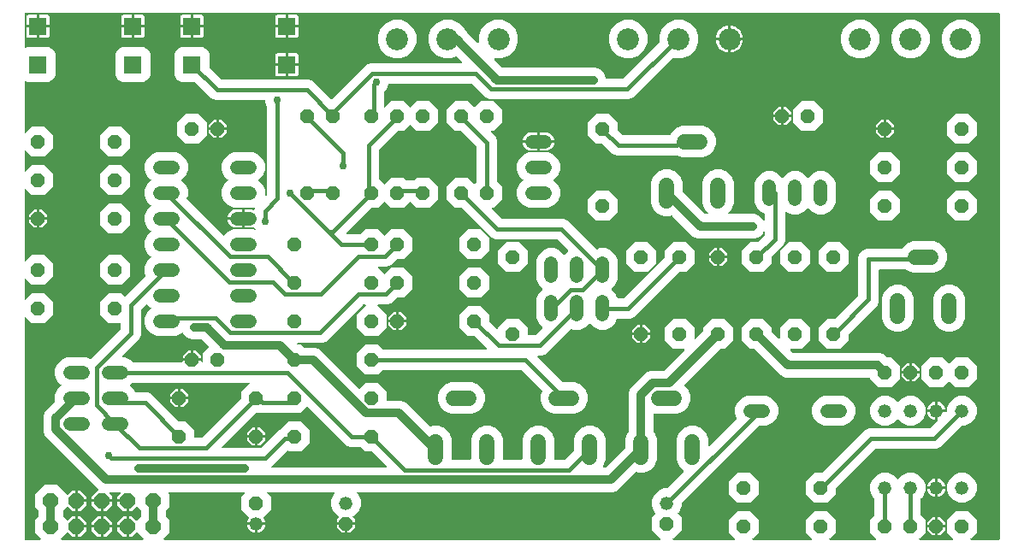
<source format=gbr>
G04 EAGLE Gerber RS-274X export*
G75*
%MOMM*%
%FSLAX34Y34*%
%LPD*%
%INBottom Copper*%
%IPPOS*%
%AMOC8*
5,1,8,0,0,1.08239X$1,22.5*%
G01*
%ADD10P,1.429621X8X292.500000*%
%ADD11C,1.320800*%
%ADD12P,1.429621X8X22.500000*%
%ADD13P,1.429621X8X202.500000*%
%ADD14P,1.429621X8X112.500000*%
%ADD15C,1.320800*%
%ADD16C,1.524000*%
%ADD17C,2.184400*%
%ADD18R,1.800000X1.800000*%
%ADD19P,1.649562X8X22.500000*%
%ADD20C,0.756400*%
%ADD21C,0.406400*%
%ADD22C,0.812800*%

G36*
X641099Y11950D02*
X641099Y11950D01*
X641171Y11952D01*
X641220Y11970D01*
X641271Y11978D01*
X641334Y12012D01*
X641402Y12037D01*
X641442Y12069D01*
X641488Y12094D01*
X641538Y12145D01*
X641594Y12190D01*
X641622Y12234D01*
X641658Y12272D01*
X641688Y12337D01*
X641727Y12397D01*
X641739Y12448D01*
X641761Y12495D01*
X641769Y12566D01*
X641787Y12636D01*
X641783Y12688D01*
X641788Y12739D01*
X641773Y12810D01*
X641768Y12881D01*
X641747Y12929D01*
X641736Y12980D01*
X641699Y13041D01*
X641671Y13107D01*
X641627Y13163D01*
X641610Y13191D01*
X641592Y13206D01*
X641567Y13238D01*
X632967Y21838D01*
X632967Y34042D01*
X636487Y37562D01*
X636498Y37578D01*
X636514Y37590D01*
X636570Y37678D01*
X636630Y37761D01*
X636636Y37780D01*
X636647Y37797D01*
X636672Y37898D01*
X636702Y37997D01*
X636702Y38016D01*
X636707Y38036D01*
X636699Y38139D01*
X636696Y38242D01*
X636689Y38261D01*
X636688Y38281D01*
X636647Y38376D01*
X636612Y38473D01*
X636599Y38489D01*
X636591Y38507D01*
X636487Y38638D01*
X635210Y39915D01*
X632967Y45329D01*
X632967Y51191D01*
X635210Y56605D01*
X639355Y60750D01*
X644769Y62993D01*
X647748Y62993D01*
X647838Y63007D01*
X647929Y63015D01*
X647959Y63027D01*
X647991Y63032D01*
X648071Y63075D01*
X648155Y63111D01*
X648187Y63137D01*
X648208Y63148D01*
X648230Y63171D01*
X648286Y63216D01*
X664449Y79378D01*
X664475Y79415D01*
X664509Y79446D01*
X664547Y79515D01*
X664592Y79578D01*
X664606Y79622D01*
X664628Y79662D01*
X664642Y79739D01*
X664664Y79813D01*
X664663Y79859D01*
X664671Y79904D01*
X664660Y79981D01*
X664658Y80059D01*
X664642Y80102D01*
X664636Y80147D01*
X664600Y80217D01*
X664574Y80290D01*
X664545Y80326D01*
X664524Y80367D01*
X664469Y80421D01*
X664420Y80482D01*
X664381Y80507D01*
X664348Y80539D01*
X664229Y80605D01*
X664213Y80615D01*
X664208Y80616D01*
X664201Y80620D01*
X664179Y80629D01*
X659749Y85059D01*
X657351Y90847D01*
X657351Y112353D01*
X659749Y118141D01*
X664179Y122571D01*
X669967Y124969D01*
X676233Y124969D01*
X682021Y122571D01*
X686451Y118141D01*
X688849Y112353D01*
X688849Y105616D01*
X688860Y105545D01*
X688862Y105474D01*
X688880Y105425D01*
X688888Y105373D01*
X688922Y105310D01*
X688947Y105243D01*
X688979Y105202D01*
X689004Y105156D01*
X689055Y105107D01*
X689100Y105051D01*
X689144Y105022D01*
X689182Y104986D01*
X689247Y104956D01*
X689307Y104918D01*
X689358Y104905D01*
X689405Y104883D01*
X689476Y104875D01*
X689546Y104857D01*
X689598Y104862D01*
X689649Y104856D01*
X689720Y104871D01*
X689791Y104877D01*
X689839Y104897D01*
X689890Y104908D01*
X689951Y104945D01*
X690017Y104973D01*
X690073Y105018D01*
X690101Y105034D01*
X690116Y105052D01*
X690148Y105078D01*
X716830Y131759D01*
X716897Y131853D01*
X716968Y131948D01*
X716970Y131954D01*
X716973Y131959D01*
X717008Y132070D01*
X717044Y132182D01*
X717044Y132188D01*
X717046Y132194D01*
X717043Y132311D01*
X717042Y132428D01*
X717040Y132435D01*
X717039Y132440D01*
X717033Y132458D01*
X716995Y132589D01*
X715263Y136769D01*
X715263Y142631D01*
X717506Y148045D01*
X721651Y152190D01*
X727065Y154433D01*
X746135Y154433D01*
X751549Y152190D01*
X755694Y148045D01*
X757937Y142631D01*
X757937Y136769D01*
X755694Y131355D01*
X751549Y127210D01*
X746135Y124967D01*
X739092Y124967D01*
X739002Y124953D01*
X738911Y124945D01*
X738881Y124933D01*
X738849Y124928D01*
X738769Y124885D01*
X738685Y124849D01*
X738653Y124823D01*
X738632Y124812D01*
X738610Y124789D01*
X738554Y124744D01*
X662656Y48846D01*
X662603Y48772D01*
X662543Y48703D01*
X662531Y48673D01*
X662512Y48646D01*
X662485Y48560D01*
X662451Y48475D01*
X662447Y48434D01*
X662440Y48411D01*
X662441Y48379D01*
X662433Y48308D01*
X662433Y45329D01*
X660190Y39915D01*
X658913Y38638D01*
X658902Y38622D01*
X658886Y38610D01*
X658830Y38522D01*
X658770Y38439D01*
X658764Y38420D01*
X658753Y38403D01*
X658728Y38302D01*
X658698Y38203D01*
X658698Y38184D01*
X658693Y38164D01*
X658701Y38061D01*
X658704Y37958D01*
X658711Y37939D01*
X658712Y37919D01*
X658753Y37824D01*
X658788Y37727D01*
X658801Y37711D01*
X658809Y37693D01*
X658913Y37562D01*
X662433Y34042D01*
X662433Y21838D01*
X653833Y13238D01*
X653792Y13180D01*
X653742Y13128D01*
X653720Y13081D01*
X653690Y13039D01*
X653669Y12970D01*
X653639Y12905D01*
X653633Y12853D01*
X653618Y12803D01*
X653619Y12732D01*
X653612Y12661D01*
X653623Y12610D01*
X653624Y12558D01*
X653649Y12490D01*
X653664Y12420D01*
X653691Y12376D01*
X653708Y12327D01*
X653753Y12271D01*
X653790Y12209D01*
X653830Y12175D01*
X653862Y12135D01*
X653922Y12096D01*
X653977Y12049D01*
X654025Y12030D01*
X654069Y12002D01*
X654138Y11984D01*
X654205Y11957D01*
X654276Y11949D01*
X654308Y11941D01*
X654331Y11943D01*
X654372Y11939D01*
X714688Y11939D01*
X714759Y11950D01*
X714831Y11952D01*
X714880Y11970D01*
X714931Y11979D01*
X714994Y12012D01*
X715062Y12037D01*
X715102Y12069D01*
X715148Y12094D01*
X715198Y12146D01*
X715254Y12190D01*
X715282Y12234D01*
X715318Y12272D01*
X715348Y12337D01*
X715387Y12397D01*
X715399Y12448D01*
X715421Y12495D01*
X715429Y12566D01*
X715447Y12636D01*
X715443Y12688D01*
X715448Y12739D01*
X715433Y12810D01*
X715428Y12881D01*
X715407Y12929D01*
X715396Y12980D01*
X715359Y13041D01*
X715331Y13107D01*
X715287Y13163D01*
X715270Y13191D01*
X715252Y13206D01*
X715227Y13238D01*
X709167Y19298D01*
X709167Y31502D01*
X717798Y40133D01*
X730002Y40133D01*
X738633Y31502D01*
X738633Y19298D01*
X732573Y13238D01*
X732532Y13180D01*
X732482Y13128D01*
X732460Y13081D01*
X732430Y13039D01*
X732409Y12970D01*
X732379Y12905D01*
X732373Y12853D01*
X732358Y12803D01*
X732359Y12732D01*
X732352Y12661D01*
X732363Y12610D01*
X732364Y12558D01*
X732389Y12490D01*
X732404Y12420D01*
X732431Y12376D01*
X732448Y12327D01*
X732493Y12271D01*
X732530Y12209D01*
X732570Y12175D01*
X732602Y12135D01*
X732662Y12096D01*
X732717Y12049D01*
X732765Y12030D01*
X732809Y12002D01*
X732878Y11984D01*
X732945Y11957D01*
X733016Y11949D01*
X733048Y11941D01*
X733071Y11943D01*
X733112Y11939D01*
X790888Y11939D01*
X790959Y11950D01*
X791031Y11952D01*
X791080Y11970D01*
X791131Y11979D01*
X791194Y12012D01*
X791262Y12037D01*
X791302Y12069D01*
X791348Y12094D01*
X791398Y12146D01*
X791454Y12190D01*
X791482Y12234D01*
X791518Y12272D01*
X791548Y12337D01*
X791587Y12397D01*
X791599Y12448D01*
X791621Y12495D01*
X791629Y12566D01*
X791647Y12636D01*
X791643Y12688D01*
X791648Y12739D01*
X791633Y12810D01*
X791628Y12881D01*
X791607Y12929D01*
X791596Y12980D01*
X791559Y13041D01*
X791531Y13107D01*
X791487Y13163D01*
X791470Y13191D01*
X791452Y13206D01*
X791427Y13238D01*
X785367Y19298D01*
X785367Y31502D01*
X793998Y40133D01*
X806202Y40133D01*
X814833Y31502D01*
X814833Y19298D01*
X808773Y13238D01*
X808732Y13180D01*
X808682Y13128D01*
X808660Y13081D01*
X808630Y13039D01*
X808609Y12970D01*
X808579Y12905D01*
X808573Y12853D01*
X808558Y12803D01*
X808559Y12732D01*
X808552Y12661D01*
X808563Y12610D01*
X808564Y12558D01*
X808589Y12490D01*
X808604Y12420D01*
X808631Y12376D01*
X808648Y12327D01*
X808693Y12271D01*
X808730Y12209D01*
X808770Y12175D01*
X808802Y12135D01*
X808862Y12096D01*
X808917Y12049D01*
X808965Y12030D01*
X809009Y12002D01*
X809078Y11984D01*
X809145Y11957D01*
X809216Y11949D01*
X809248Y11941D01*
X809271Y11943D01*
X809312Y11939D01*
X854388Y11939D01*
X854459Y11950D01*
X854531Y11952D01*
X854580Y11970D01*
X854631Y11979D01*
X854694Y12012D01*
X854762Y12037D01*
X854802Y12069D01*
X854848Y12094D01*
X854898Y12146D01*
X854954Y12190D01*
X854982Y12234D01*
X855018Y12272D01*
X855048Y12337D01*
X855087Y12397D01*
X855099Y12448D01*
X855121Y12495D01*
X855129Y12566D01*
X855147Y12636D01*
X855143Y12688D01*
X855148Y12739D01*
X855133Y12810D01*
X855128Y12881D01*
X855107Y12929D01*
X855096Y12980D01*
X855059Y13041D01*
X855031Y13107D01*
X854987Y13163D01*
X854970Y13191D01*
X854952Y13206D01*
X854927Y13238D01*
X848867Y19298D01*
X848867Y31502D01*
X853216Y35851D01*
X853269Y35925D01*
X853329Y35995D01*
X853341Y36025D01*
X853360Y36051D01*
X853387Y36138D01*
X853421Y36223D01*
X853425Y36264D01*
X853432Y36286D01*
X853431Y36318D01*
X853439Y36390D01*
X853439Y52510D01*
X853425Y52600D01*
X853417Y52691D01*
X853405Y52721D01*
X853400Y52753D01*
X853357Y52834D01*
X853321Y52918D01*
X853295Y52950D01*
X853284Y52970D01*
X853261Y52992D01*
X853216Y53048D01*
X851110Y55155D01*
X848867Y60569D01*
X848867Y66431D01*
X851110Y71845D01*
X855255Y75990D01*
X860669Y78233D01*
X866531Y78233D01*
X871945Y75990D01*
X875762Y72174D01*
X875778Y72162D01*
X875790Y72146D01*
X875878Y72090D01*
X875961Y72030D01*
X875980Y72024D01*
X875997Y72013D01*
X876098Y71988D01*
X876197Y71958D01*
X876216Y71958D01*
X876236Y71953D01*
X876339Y71961D01*
X876442Y71964D01*
X876461Y71971D01*
X876481Y71972D01*
X876576Y72013D01*
X876673Y72048D01*
X876689Y72061D01*
X876707Y72069D01*
X876838Y72174D01*
X880655Y75990D01*
X886069Y78233D01*
X891931Y78233D01*
X897345Y75990D01*
X901490Y71845D01*
X903733Y66431D01*
X903733Y60569D01*
X901490Y55155D01*
X899384Y53048D01*
X899331Y52974D01*
X899271Y52905D01*
X899259Y52875D01*
X899240Y52849D01*
X899213Y52762D01*
X899179Y52677D01*
X899175Y52636D01*
X899168Y52614D01*
X899169Y52581D01*
X899161Y52510D01*
X899161Y36390D01*
X899175Y36300D01*
X899183Y36209D01*
X899195Y36179D01*
X899200Y36147D01*
X899243Y36066D01*
X899279Y35982D01*
X899305Y35950D01*
X899316Y35930D01*
X899339Y35907D01*
X899384Y35851D01*
X903733Y31502D01*
X903733Y19298D01*
X897673Y13238D01*
X897632Y13180D01*
X897582Y13128D01*
X897560Y13081D01*
X897530Y13039D01*
X897509Y12970D01*
X897479Y12905D01*
X897473Y12853D01*
X897458Y12803D01*
X897459Y12732D01*
X897452Y12661D01*
X897463Y12610D01*
X897464Y12558D01*
X897489Y12490D01*
X897504Y12420D01*
X897531Y12376D01*
X897548Y12327D01*
X897593Y12271D01*
X897630Y12209D01*
X897670Y12175D01*
X897702Y12135D01*
X897762Y12096D01*
X897817Y12049D01*
X897865Y12030D01*
X897909Y12002D01*
X897978Y11984D01*
X898045Y11957D01*
X898116Y11949D01*
X898148Y11941D01*
X898171Y11943D01*
X898212Y11939D01*
X930588Y11939D01*
X930659Y11950D01*
X930731Y11952D01*
X930780Y11970D01*
X930831Y11979D01*
X930894Y12012D01*
X930962Y12037D01*
X931002Y12069D01*
X931048Y12094D01*
X931098Y12146D01*
X931154Y12190D01*
X931182Y12234D01*
X931218Y12272D01*
X931248Y12337D01*
X931287Y12397D01*
X931299Y12448D01*
X931321Y12495D01*
X931329Y12566D01*
X931347Y12636D01*
X931343Y12688D01*
X931348Y12739D01*
X931333Y12810D01*
X931328Y12881D01*
X931307Y12929D01*
X931296Y12980D01*
X931259Y13041D01*
X931231Y13107D01*
X931187Y13163D01*
X931170Y13191D01*
X931152Y13206D01*
X931127Y13238D01*
X925067Y19298D01*
X925067Y31502D01*
X933698Y40133D01*
X945902Y40133D01*
X954533Y31502D01*
X954533Y19298D01*
X948473Y13238D01*
X948432Y13180D01*
X948382Y13128D01*
X948360Y13081D01*
X948330Y13039D01*
X948309Y12970D01*
X948279Y12905D01*
X948273Y12853D01*
X948258Y12803D01*
X948259Y12732D01*
X948252Y12661D01*
X948263Y12610D01*
X948264Y12558D01*
X948289Y12490D01*
X948304Y12420D01*
X948331Y12376D01*
X948348Y12327D01*
X948393Y12271D01*
X948430Y12209D01*
X948470Y12175D01*
X948502Y12135D01*
X948562Y12096D01*
X948617Y12049D01*
X948665Y12030D01*
X948709Y12002D01*
X948778Y11984D01*
X948845Y11957D01*
X948916Y11949D01*
X948948Y11941D01*
X948971Y11943D01*
X949012Y11939D01*
X976378Y11939D01*
X976398Y11942D01*
X976417Y11940D01*
X976519Y11962D01*
X976621Y11979D01*
X976638Y11988D01*
X976658Y11992D01*
X976747Y12045D01*
X976838Y12094D01*
X976852Y12108D01*
X976869Y12118D01*
X976936Y12197D01*
X977008Y12272D01*
X977016Y12290D01*
X977029Y12305D01*
X977068Y12401D01*
X977111Y12495D01*
X977113Y12515D01*
X977121Y12533D01*
X977139Y12700D01*
X977139Y533400D01*
X977136Y533418D01*
X977138Y533434D01*
X977138Y533436D01*
X977138Y533439D01*
X977116Y533541D01*
X977100Y533643D01*
X977090Y533660D01*
X977086Y533680D01*
X977033Y533769D01*
X976984Y533860D01*
X976970Y533874D01*
X976960Y533891D01*
X976881Y533958D01*
X976806Y534030D01*
X976788Y534038D01*
X976773Y534051D01*
X976677Y534090D01*
X976583Y534133D01*
X976563Y534135D01*
X976545Y534143D01*
X976378Y534161D01*
X12700Y534161D01*
X12680Y534158D01*
X12661Y534160D01*
X12559Y534138D01*
X12457Y534122D01*
X12440Y534112D01*
X12420Y534108D01*
X12331Y534055D01*
X12240Y534006D01*
X12226Y533992D01*
X12209Y533982D01*
X12142Y533903D01*
X12071Y533828D01*
X12062Y533810D01*
X12049Y533795D01*
X12010Y533699D01*
X11967Y533605D01*
X11965Y533585D01*
X11957Y533567D01*
X11939Y533400D01*
X11939Y499790D01*
X11946Y499745D01*
X11944Y499699D01*
X11966Y499624D01*
X11979Y499547D01*
X12000Y499507D01*
X12013Y499462D01*
X12057Y499398D01*
X12094Y499330D01*
X12127Y499298D01*
X12153Y499260D01*
X12216Y499214D01*
X12272Y499160D01*
X12314Y499141D01*
X12350Y499114D01*
X12424Y499090D01*
X12495Y499057D01*
X12541Y499052D01*
X12584Y499037D01*
X12662Y499038D01*
X12739Y499030D01*
X12784Y499039D01*
X12830Y499040D01*
X12962Y499078D01*
X12980Y499082D01*
X12984Y499084D01*
X12991Y499087D01*
X14783Y499829D01*
X36017Y499829D01*
X39005Y498591D01*
X41291Y496305D01*
X42529Y493317D01*
X42529Y472083D01*
X41291Y469095D01*
X39005Y466809D01*
X36017Y465571D01*
X14783Y465571D01*
X12991Y466313D01*
X12947Y466324D01*
X12905Y466343D01*
X12828Y466352D01*
X12752Y466370D01*
X12706Y466365D01*
X12661Y466370D01*
X12584Y466354D01*
X12507Y466347D01*
X12465Y466328D01*
X12420Y466318D01*
X12353Y466278D01*
X12282Y466247D01*
X12248Y466215D01*
X12209Y466192D01*
X12159Y466133D01*
X12101Y466080D01*
X12079Y466040D01*
X12049Y466005D01*
X12020Y465933D01*
X11983Y465865D01*
X11974Y465819D01*
X11957Y465777D01*
X11942Y465641D01*
X11939Y465623D01*
X11940Y465618D01*
X11939Y465610D01*
X11939Y415612D01*
X11950Y415541D01*
X11952Y415469D01*
X11970Y415420D01*
X11979Y415369D01*
X12012Y415306D01*
X12037Y415238D01*
X12069Y415198D01*
X12094Y415152D01*
X12146Y415102D01*
X12190Y415046D01*
X12234Y415018D01*
X12272Y414982D01*
X12337Y414952D01*
X12397Y414913D01*
X12448Y414901D01*
X12495Y414879D01*
X12566Y414871D01*
X12636Y414853D01*
X12688Y414857D01*
X12739Y414852D01*
X12810Y414867D01*
X12881Y414872D01*
X12929Y414893D01*
X12980Y414904D01*
X13041Y414941D01*
X13107Y414969D01*
X13163Y415013D01*
X13191Y415030D01*
X13206Y415048D01*
X13238Y415073D01*
X19298Y421133D01*
X31502Y421133D01*
X40133Y412502D01*
X40133Y400298D01*
X31502Y391667D01*
X19298Y391667D01*
X13238Y397727D01*
X13180Y397768D01*
X13128Y397818D01*
X13081Y397840D01*
X13039Y397870D01*
X12970Y397891D01*
X12905Y397921D01*
X12853Y397927D01*
X12803Y397942D01*
X12732Y397941D01*
X12661Y397948D01*
X12610Y397937D01*
X12558Y397936D01*
X12490Y397911D01*
X12420Y397896D01*
X12376Y397869D01*
X12327Y397852D01*
X12271Y397807D01*
X12209Y397770D01*
X12175Y397730D01*
X12135Y397698D01*
X12096Y397638D01*
X12049Y397583D01*
X12030Y397535D01*
X12002Y397491D01*
X11984Y397422D01*
X11957Y397355D01*
X11949Y397284D01*
X11941Y397252D01*
X11943Y397229D01*
X11939Y397188D01*
X11939Y377512D01*
X11950Y377441D01*
X11952Y377369D01*
X11970Y377320D01*
X11979Y377269D01*
X12012Y377206D01*
X12037Y377138D01*
X12069Y377098D01*
X12094Y377052D01*
X12146Y377002D01*
X12190Y376946D01*
X12234Y376918D01*
X12272Y376882D01*
X12337Y376852D01*
X12397Y376813D01*
X12448Y376801D01*
X12495Y376779D01*
X12566Y376771D01*
X12636Y376753D01*
X12688Y376757D01*
X12739Y376752D01*
X12810Y376767D01*
X12881Y376772D01*
X12929Y376793D01*
X12980Y376804D01*
X13041Y376841D01*
X13107Y376869D01*
X13163Y376913D01*
X13191Y376930D01*
X13206Y376948D01*
X13238Y376973D01*
X19298Y383033D01*
X31502Y383033D01*
X40133Y374402D01*
X40133Y362198D01*
X31502Y353567D01*
X19298Y353567D01*
X13238Y359627D01*
X13180Y359668D01*
X13128Y359718D01*
X13081Y359740D01*
X13039Y359770D01*
X12970Y359791D01*
X12905Y359821D01*
X12853Y359827D01*
X12803Y359842D01*
X12732Y359841D01*
X12661Y359848D01*
X12610Y359837D01*
X12558Y359836D01*
X12490Y359811D01*
X12420Y359796D01*
X12376Y359769D01*
X12327Y359752D01*
X12271Y359707D01*
X12209Y359670D01*
X12175Y359630D01*
X12135Y359598D01*
X12096Y359538D01*
X12049Y359483D01*
X12030Y359435D01*
X12002Y359391D01*
X11984Y359322D01*
X11957Y359255D01*
X11949Y359184D01*
X11941Y359152D01*
X11943Y359129D01*
X11939Y359088D01*
X11939Y288612D01*
X11950Y288541D01*
X11952Y288469D01*
X11970Y288420D01*
X11979Y288369D01*
X12012Y288306D01*
X12037Y288238D01*
X12069Y288198D01*
X12094Y288152D01*
X12146Y288102D01*
X12190Y288046D01*
X12234Y288018D01*
X12272Y287982D01*
X12337Y287952D01*
X12397Y287913D01*
X12448Y287901D01*
X12495Y287879D01*
X12566Y287871D01*
X12636Y287853D01*
X12688Y287857D01*
X12739Y287852D01*
X12810Y287867D01*
X12881Y287872D01*
X12929Y287893D01*
X12980Y287904D01*
X13041Y287941D01*
X13107Y287969D01*
X13163Y288013D01*
X13191Y288030D01*
X13206Y288048D01*
X13238Y288073D01*
X19298Y294133D01*
X31502Y294133D01*
X40133Y285502D01*
X40133Y273298D01*
X31502Y264667D01*
X19298Y264667D01*
X13238Y270727D01*
X13180Y270768D01*
X13128Y270818D01*
X13081Y270840D01*
X13039Y270870D01*
X12970Y270891D01*
X12905Y270921D01*
X12853Y270927D01*
X12803Y270942D01*
X12732Y270941D01*
X12661Y270948D01*
X12610Y270937D01*
X12558Y270936D01*
X12490Y270911D01*
X12420Y270896D01*
X12376Y270869D01*
X12327Y270852D01*
X12271Y270807D01*
X12209Y270770D01*
X12175Y270730D01*
X12135Y270698D01*
X12096Y270638D01*
X12049Y270583D01*
X12030Y270535D01*
X12002Y270491D01*
X11984Y270422D01*
X11957Y270355D01*
X11949Y270284D01*
X11941Y270252D01*
X11943Y270229D01*
X11939Y270188D01*
X11939Y250512D01*
X11950Y250441D01*
X11952Y250369D01*
X11970Y250320D01*
X11979Y250269D01*
X12012Y250206D01*
X12037Y250138D01*
X12069Y250098D01*
X12094Y250052D01*
X12146Y250002D01*
X12190Y249946D01*
X12234Y249918D01*
X12272Y249882D01*
X12337Y249852D01*
X12397Y249813D01*
X12448Y249801D01*
X12495Y249779D01*
X12566Y249771D01*
X12636Y249753D01*
X12688Y249757D01*
X12739Y249752D01*
X12810Y249767D01*
X12881Y249772D01*
X12929Y249793D01*
X12980Y249804D01*
X13041Y249841D01*
X13107Y249869D01*
X13163Y249913D01*
X13191Y249930D01*
X13206Y249948D01*
X13238Y249973D01*
X19298Y256033D01*
X31502Y256033D01*
X40133Y247402D01*
X40133Y235198D01*
X31502Y226567D01*
X19298Y226567D01*
X13238Y232627D01*
X13180Y232668D01*
X13128Y232718D01*
X13081Y232740D01*
X13039Y232770D01*
X12970Y232791D01*
X12905Y232821D01*
X12853Y232827D01*
X12803Y232842D01*
X12732Y232841D01*
X12661Y232848D01*
X12610Y232837D01*
X12558Y232836D01*
X12490Y232811D01*
X12420Y232796D01*
X12376Y232769D01*
X12327Y232752D01*
X12271Y232707D01*
X12209Y232670D01*
X12175Y232630D01*
X12135Y232598D01*
X12096Y232538D01*
X12049Y232483D01*
X12030Y232435D01*
X12002Y232391D01*
X11984Y232322D01*
X11957Y232255D01*
X11949Y232184D01*
X11941Y232152D01*
X11943Y232129D01*
X11939Y232088D01*
X11939Y12700D01*
X11942Y12680D01*
X11940Y12661D01*
X11962Y12559D01*
X11979Y12457D01*
X11988Y12440D01*
X11992Y12420D01*
X12045Y12331D01*
X12094Y12240D01*
X12108Y12226D01*
X12118Y12209D01*
X12197Y12142D01*
X12272Y12071D01*
X12290Y12062D01*
X12305Y12049D01*
X12401Y12010D01*
X12495Y11967D01*
X12515Y11965D01*
X12533Y11957D01*
X12700Y11939D01*
X27451Y11939D01*
X27522Y11950D01*
X27594Y11952D01*
X27643Y11970D01*
X27694Y11979D01*
X27757Y12012D01*
X27825Y12037D01*
X27865Y12069D01*
X27912Y12094D01*
X27961Y12146D01*
X28017Y12190D01*
X28045Y12234D01*
X28081Y12272D01*
X28111Y12337D01*
X28150Y12397D01*
X28163Y12448D01*
X28185Y12495D01*
X28192Y12566D01*
X28210Y12636D01*
X28206Y12688D01*
X28212Y12739D01*
X28196Y12810D01*
X28191Y12881D01*
X28170Y12929D01*
X28159Y12980D01*
X28123Y13041D01*
X28094Y13107D01*
X28050Y13163D01*
X28033Y13191D01*
X28015Y13206D01*
X27990Y13238D01*
X22351Y18877D01*
X22351Y31923D01*
X25684Y35256D01*
X25737Y35330D01*
X25797Y35400D01*
X25809Y35430D01*
X25828Y35456D01*
X25855Y35543D01*
X25889Y35628D01*
X25893Y35669D01*
X25900Y35691D01*
X25899Y35723D01*
X25907Y35795D01*
X25907Y40405D01*
X25893Y40495D01*
X25885Y40586D01*
X25873Y40616D01*
X25868Y40648D01*
X25825Y40729D01*
X25789Y40813D01*
X25763Y40845D01*
X25752Y40865D01*
X25729Y40888D01*
X25684Y40944D01*
X22351Y44277D01*
X22351Y57323D01*
X31577Y66549D01*
X44623Y66549D01*
X53855Y57317D01*
X53860Y57285D01*
X53862Y57214D01*
X53880Y57165D01*
X53888Y57113D01*
X53922Y57050D01*
X53947Y56983D01*
X53979Y56942D01*
X54004Y56896D01*
X54056Y56846D01*
X54100Y56790D01*
X54144Y56762D01*
X54182Y56726D01*
X54247Y56696D01*
X54307Y56657D01*
X54358Y56645D01*
X54405Y56623D01*
X54476Y56615D01*
X54546Y56597D01*
X54598Y56601D01*
X54649Y56596D01*
X54720Y56611D01*
X54791Y56617D01*
X54839Y56637D01*
X54890Y56648D01*
X54951Y56685D01*
X55017Y56713D01*
X55073Y56758D01*
X55101Y56774D01*
X55116Y56792D01*
X55148Y56818D01*
X59291Y60961D01*
X61977Y60961D01*
X61977Y51562D01*
X61980Y51542D01*
X61978Y51523D01*
X62000Y51421D01*
X62017Y51319D01*
X62026Y51302D01*
X62030Y51282D01*
X62083Y51193D01*
X62132Y51102D01*
X62146Y51088D01*
X62156Y51071D01*
X62235Y51004D01*
X62310Y50933D01*
X62328Y50924D01*
X62343Y50911D01*
X62439Y50873D01*
X62533Y50829D01*
X62553Y50827D01*
X62571Y50819D01*
X62738Y50801D01*
X63501Y50801D01*
X63501Y50799D01*
X62738Y50799D01*
X62718Y50796D01*
X62699Y50798D01*
X62597Y50776D01*
X62495Y50759D01*
X62478Y50750D01*
X62458Y50746D01*
X62369Y50693D01*
X62278Y50644D01*
X62264Y50630D01*
X62247Y50620D01*
X62180Y50541D01*
X62109Y50466D01*
X62100Y50448D01*
X62087Y50433D01*
X62048Y50337D01*
X62005Y50243D01*
X62003Y50223D01*
X61995Y50205D01*
X61977Y50038D01*
X61977Y40639D01*
X59291Y40639D01*
X55148Y44782D01*
X55090Y44824D01*
X55038Y44874D01*
X54991Y44895D01*
X54949Y44926D01*
X54880Y44947D01*
X54815Y44977D01*
X54763Y44983D01*
X54713Y44998D01*
X54642Y44996D01*
X54571Y45004D01*
X54520Y44993D01*
X54468Y44992D01*
X54400Y44967D01*
X54330Y44952D01*
X54285Y44925D01*
X54237Y44907D01*
X54181Y44863D01*
X54119Y44826D01*
X54085Y44786D01*
X54045Y44754D01*
X54006Y44693D01*
X53959Y44639D01*
X53940Y44591D01*
X53912Y44547D01*
X53894Y44477D01*
X53867Y44411D01*
X53859Y44339D01*
X53851Y44308D01*
X53853Y44285D01*
X53853Y44281D01*
X50516Y40944D01*
X50463Y40870D01*
X50403Y40800D01*
X50391Y40770D01*
X50372Y40744D01*
X50345Y40657D01*
X50311Y40572D01*
X50307Y40531D01*
X50300Y40509D01*
X50301Y40477D01*
X50293Y40405D01*
X50293Y35795D01*
X50307Y35705D01*
X50315Y35614D01*
X50327Y35584D01*
X50332Y35552D01*
X50375Y35471D01*
X50411Y35387D01*
X50437Y35355D01*
X50448Y35335D01*
X50471Y35312D01*
X50516Y35256D01*
X53855Y31917D01*
X53860Y31885D01*
X53862Y31814D01*
X53880Y31765D01*
X53888Y31713D01*
X53922Y31650D01*
X53947Y31583D01*
X53979Y31542D01*
X54004Y31496D01*
X54056Y31446D01*
X54100Y31390D01*
X54144Y31362D01*
X54182Y31326D01*
X54247Y31296D01*
X54307Y31257D01*
X54358Y31245D01*
X54405Y31223D01*
X54476Y31215D01*
X54546Y31197D01*
X54598Y31201D01*
X54649Y31196D01*
X54720Y31211D01*
X54791Y31217D01*
X54839Y31237D01*
X54890Y31248D01*
X54951Y31285D01*
X55017Y31313D01*
X55073Y31358D01*
X55101Y31374D01*
X55116Y31392D01*
X55148Y31418D01*
X59291Y35561D01*
X61977Y35561D01*
X61977Y26162D01*
X61980Y26142D01*
X61978Y26123D01*
X62000Y26021D01*
X62017Y25919D01*
X62026Y25902D01*
X62030Y25882D01*
X62083Y25793D01*
X62132Y25702D01*
X62146Y25688D01*
X62156Y25671D01*
X62235Y25604D01*
X62310Y25533D01*
X62328Y25524D01*
X62343Y25511D01*
X62439Y25473D01*
X62533Y25429D01*
X62553Y25427D01*
X62571Y25419D01*
X62738Y25401D01*
X63501Y25401D01*
X63501Y25399D01*
X62738Y25399D01*
X62718Y25396D01*
X62699Y25398D01*
X62597Y25376D01*
X62495Y25359D01*
X62478Y25350D01*
X62458Y25346D01*
X62369Y25293D01*
X62278Y25244D01*
X62264Y25230D01*
X62247Y25220D01*
X62180Y25141D01*
X62109Y25066D01*
X62100Y25048D01*
X62087Y25033D01*
X62048Y24937D01*
X62005Y24843D01*
X62003Y24823D01*
X61995Y24805D01*
X61977Y24638D01*
X61977Y15239D01*
X59291Y15239D01*
X55148Y19382D01*
X55090Y19424D01*
X55038Y19474D01*
X54991Y19495D01*
X54949Y19526D01*
X54880Y19547D01*
X54815Y19577D01*
X54763Y19583D01*
X54713Y19598D01*
X54642Y19596D01*
X54571Y19604D01*
X54520Y19593D01*
X54468Y19592D01*
X54400Y19567D01*
X54330Y19552D01*
X54285Y19525D01*
X54237Y19507D01*
X54181Y19463D01*
X54119Y19426D01*
X54085Y19386D01*
X54045Y19354D01*
X54006Y19293D01*
X53959Y19239D01*
X53940Y19191D01*
X53912Y19147D01*
X53894Y19077D01*
X53867Y19011D01*
X53859Y18939D01*
X53851Y18908D01*
X53853Y18885D01*
X53853Y18881D01*
X48210Y13238D01*
X48168Y13180D01*
X48119Y13128D01*
X48097Y13081D01*
X48067Y13039D01*
X48046Y12970D01*
X48015Y12905D01*
X48010Y12853D01*
X47994Y12803D01*
X47996Y12732D01*
X47988Y12661D01*
X47999Y12610D01*
X48001Y12558D01*
X48025Y12490D01*
X48041Y12420D01*
X48067Y12376D01*
X48085Y12327D01*
X48130Y12271D01*
X48167Y12209D01*
X48206Y12175D01*
X48239Y12135D01*
X48299Y12096D01*
X48354Y12049D01*
X48402Y12030D01*
X48446Y12002D01*
X48515Y11984D01*
X48582Y11957D01*
X48653Y11949D01*
X48684Y11941D01*
X48708Y11943D01*
X48749Y11939D01*
X129051Y11939D01*
X129122Y11950D01*
X129194Y11952D01*
X129243Y11970D01*
X129294Y11979D01*
X129357Y12012D01*
X129425Y12037D01*
X129465Y12069D01*
X129512Y12094D01*
X129561Y12146D01*
X129617Y12190D01*
X129645Y12234D01*
X129681Y12272D01*
X129711Y12337D01*
X129750Y12397D01*
X129763Y12448D01*
X129785Y12495D01*
X129792Y12566D01*
X129810Y12636D01*
X129806Y12688D01*
X129812Y12739D01*
X129796Y12810D01*
X129791Y12881D01*
X129770Y12929D01*
X129759Y12980D01*
X129723Y13041D01*
X129694Y13107D01*
X129650Y13163D01*
X129633Y13191D01*
X129615Y13206D01*
X129590Y13238D01*
X123945Y18883D01*
X123940Y18915D01*
X123938Y18986D01*
X123920Y19035D01*
X123912Y19087D01*
X123878Y19150D01*
X123853Y19217D01*
X123821Y19258D01*
X123796Y19304D01*
X123744Y19354D01*
X123700Y19410D01*
X123656Y19438D01*
X123618Y19474D01*
X123553Y19504D01*
X123493Y19543D01*
X123442Y19555D01*
X123395Y19577D01*
X123324Y19585D01*
X123254Y19603D01*
X123202Y19599D01*
X123151Y19604D01*
X123080Y19589D01*
X123009Y19583D01*
X122961Y19563D01*
X122910Y19552D01*
X122849Y19515D01*
X122783Y19487D01*
X122727Y19442D01*
X122699Y19426D01*
X122684Y19408D01*
X122652Y19382D01*
X118509Y15239D01*
X115823Y15239D01*
X115823Y24638D01*
X115820Y24658D01*
X115822Y24677D01*
X115800Y24779D01*
X115783Y24881D01*
X115774Y24898D01*
X115770Y24918D01*
X115717Y25007D01*
X115668Y25098D01*
X115654Y25112D01*
X115644Y25129D01*
X115565Y25196D01*
X115490Y25267D01*
X115472Y25276D01*
X115457Y25289D01*
X115361Y25327D01*
X115267Y25371D01*
X115247Y25373D01*
X115229Y25381D01*
X115062Y25399D01*
X114299Y25399D01*
X114299Y25401D01*
X115062Y25401D01*
X115082Y25404D01*
X115101Y25402D01*
X115203Y25424D01*
X115305Y25441D01*
X115322Y25450D01*
X115342Y25454D01*
X115431Y25507D01*
X115522Y25556D01*
X115536Y25570D01*
X115553Y25580D01*
X115620Y25659D01*
X115691Y25734D01*
X115700Y25752D01*
X115713Y25767D01*
X115752Y25863D01*
X115795Y25957D01*
X115797Y25977D01*
X115805Y25995D01*
X115823Y26162D01*
X115823Y35561D01*
X118509Y35561D01*
X122652Y31418D01*
X122710Y31376D01*
X122762Y31326D01*
X122809Y31305D01*
X122851Y31274D01*
X122920Y31253D01*
X122985Y31223D01*
X123037Y31217D01*
X123087Y31202D01*
X123158Y31204D01*
X123229Y31196D01*
X123280Y31207D01*
X123332Y31208D01*
X123400Y31233D01*
X123470Y31248D01*
X123515Y31275D01*
X123563Y31293D01*
X123619Y31337D01*
X123681Y31374D01*
X123715Y31414D01*
X123755Y31446D01*
X123794Y31507D01*
X123841Y31561D01*
X123860Y31609D01*
X123888Y31653D01*
X123906Y31723D01*
X123933Y31789D01*
X123941Y31861D01*
X123949Y31892D01*
X123947Y31915D01*
X123947Y31919D01*
X127284Y35256D01*
X127337Y35330D01*
X127397Y35400D01*
X127409Y35430D01*
X127428Y35456D01*
X127455Y35543D01*
X127489Y35628D01*
X127493Y35669D01*
X127500Y35691D01*
X127499Y35723D01*
X127507Y35795D01*
X127507Y40405D01*
X127493Y40495D01*
X127485Y40586D01*
X127473Y40616D01*
X127468Y40648D01*
X127425Y40729D01*
X127389Y40813D01*
X127363Y40845D01*
X127352Y40866D01*
X127329Y40888D01*
X127284Y40944D01*
X123945Y44283D01*
X123940Y44315D01*
X123938Y44386D01*
X123920Y44435D01*
X123912Y44487D01*
X123878Y44550D01*
X123853Y44617D01*
X123821Y44658D01*
X123796Y44704D01*
X123744Y44754D01*
X123700Y44810D01*
X123656Y44838D01*
X123618Y44874D01*
X123553Y44904D01*
X123493Y44943D01*
X123442Y44955D01*
X123395Y44977D01*
X123324Y44985D01*
X123254Y45003D01*
X123202Y44999D01*
X123151Y45004D01*
X123080Y44989D01*
X123009Y44983D01*
X122961Y44963D01*
X122910Y44952D01*
X122849Y44915D01*
X122783Y44887D01*
X122727Y44842D01*
X122699Y44826D01*
X122684Y44808D01*
X122652Y44782D01*
X118509Y40639D01*
X115823Y40639D01*
X115823Y50038D01*
X115820Y50058D01*
X115822Y50077D01*
X115800Y50179D01*
X115783Y50281D01*
X115774Y50298D01*
X115770Y50318D01*
X115717Y50407D01*
X115668Y50498D01*
X115654Y50512D01*
X115644Y50529D01*
X115565Y50596D01*
X115490Y50667D01*
X115472Y50676D01*
X115457Y50689D01*
X115361Y50727D01*
X115267Y50771D01*
X115247Y50773D01*
X115229Y50781D01*
X115062Y50799D01*
X114299Y50799D01*
X114299Y51562D01*
X114296Y51582D01*
X114298Y51601D01*
X114276Y51703D01*
X114259Y51805D01*
X114250Y51822D01*
X114246Y51842D01*
X114193Y51931D01*
X114144Y52022D01*
X114130Y52036D01*
X114120Y52053D01*
X114041Y52120D01*
X113966Y52191D01*
X113948Y52200D01*
X113933Y52213D01*
X113837Y52252D01*
X113743Y52295D01*
X113723Y52297D01*
X113705Y52305D01*
X113538Y52323D01*
X104139Y52323D01*
X104139Y55009D01*
X106962Y57832D01*
X107004Y57890D01*
X107054Y57942D01*
X107075Y57989D01*
X107106Y58031D01*
X107127Y58100D01*
X107157Y58165D01*
X107163Y58217D01*
X107178Y58267D01*
X107176Y58338D01*
X107184Y58409D01*
X107173Y58460D01*
X107172Y58512D01*
X107147Y58580D01*
X107132Y58650D01*
X107105Y58695D01*
X107087Y58743D01*
X107043Y58799D01*
X107006Y58861D01*
X106966Y58895D01*
X106934Y58935D01*
X106873Y58974D01*
X106819Y59021D01*
X106771Y59040D01*
X106727Y59068D01*
X106657Y59086D01*
X106591Y59113D01*
X106519Y59121D01*
X106488Y59129D01*
X106465Y59127D01*
X106424Y59131D01*
X96776Y59131D01*
X96705Y59120D01*
X96634Y59118D01*
X96585Y59100D01*
X96533Y59092D01*
X96470Y59058D01*
X96403Y59033D01*
X96362Y59001D01*
X96316Y58976D01*
X96266Y58924D01*
X96210Y58880D01*
X96182Y58836D01*
X96146Y58798D01*
X96116Y58733D01*
X96077Y58673D01*
X96065Y58622D01*
X96043Y58575D01*
X96035Y58504D01*
X96017Y58434D01*
X96021Y58382D01*
X96016Y58331D01*
X96031Y58260D01*
X96037Y58189D01*
X96057Y58141D01*
X96068Y58090D01*
X96105Y58029D01*
X96133Y57963D01*
X96178Y57907D01*
X96194Y57879D01*
X96212Y57864D01*
X96238Y57832D01*
X99061Y55009D01*
X99061Y52323D01*
X89662Y52323D01*
X89642Y52320D01*
X89623Y52322D01*
X89521Y52300D01*
X89419Y52283D01*
X89402Y52274D01*
X89382Y52270D01*
X89293Y52217D01*
X89202Y52168D01*
X89188Y52154D01*
X89171Y52144D01*
X89104Y52065D01*
X89033Y51990D01*
X89024Y51972D01*
X89011Y51957D01*
X88973Y51861D01*
X88929Y51767D01*
X88927Y51747D01*
X88919Y51729D01*
X88901Y51562D01*
X88901Y50799D01*
X88899Y50799D01*
X88899Y51562D01*
X88896Y51582D01*
X88898Y51601D01*
X88876Y51703D01*
X88859Y51805D01*
X88850Y51822D01*
X88846Y51842D01*
X88793Y51931D01*
X88744Y52022D01*
X88730Y52036D01*
X88720Y52053D01*
X88641Y52120D01*
X88566Y52191D01*
X88548Y52200D01*
X88533Y52213D01*
X88437Y52252D01*
X88343Y52295D01*
X88323Y52297D01*
X88305Y52305D01*
X88138Y52323D01*
X78739Y52323D01*
X78739Y55009D01*
X84765Y61035D01*
X84830Y61059D01*
X84871Y61091D01*
X84917Y61116D01*
X84966Y61168D01*
X85022Y61212D01*
X85051Y61256D01*
X85086Y61294D01*
X85117Y61359D01*
X85155Y61419D01*
X85168Y61470D01*
X85190Y61517D01*
X85198Y61588D01*
X85215Y61658D01*
X85211Y61710D01*
X85217Y61761D01*
X85202Y61832D01*
X85196Y61903D01*
X85176Y61951D01*
X85165Y62002D01*
X85128Y62063D01*
X85100Y62129D01*
X85055Y62185D01*
X85039Y62213D01*
X85021Y62228D01*
X84995Y62260D01*
X32844Y114412D01*
X30987Y118893D01*
X30987Y135107D01*
X32844Y139588D01*
X41968Y148713D01*
X42036Y148806D01*
X42106Y148902D01*
X42108Y148907D01*
X42112Y148912D01*
X42146Y149023D01*
X42182Y149136D01*
X42182Y149142D01*
X42184Y149147D01*
X42181Y149264D01*
X42180Y149382D01*
X42178Y149389D01*
X42178Y149393D01*
X42171Y149410D01*
X42163Y149439D01*
X42163Y155331D01*
X44406Y160745D01*
X48222Y164562D01*
X48234Y164578D01*
X48250Y164590D01*
X48306Y164678D01*
X48366Y164761D01*
X48372Y164780D01*
X48383Y164797D01*
X48408Y164898D01*
X48438Y164997D01*
X48438Y165016D01*
X48443Y165036D01*
X48435Y165139D01*
X48432Y165242D01*
X48425Y165261D01*
X48424Y165281D01*
X48383Y165376D01*
X48348Y165473D01*
X48335Y165489D01*
X48327Y165507D01*
X48222Y165638D01*
X44406Y169455D01*
X42163Y174869D01*
X42163Y180731D01*
X44406Y186145D01*
X48551Y190290D01*
X53965Y192533D01*
X73035Y192533D01*
X76667Y191028D01*
X76780Y191002D01*
X76894Y190973D01*
X76900Y190974D01*
X76906Y190972D01*
X77023Y190983D01*
X77139Y190992D01*
X77145Y190995D01*
X77151Y190995D01*
X77258Y191043D01*
X77365Y191088D01*
X77371Y191093D01*
X77376Y191095D01*
X77389Y191108D01*
X77496Y191193D01*
X107116Y220813D01*
X107169Y220887D01*
X107229Y220957D01*
X107241Y220987D01*
X107260Y221013D01*
X107287Y221100D01*
X107321Y221185D01*
X107325Y221226D01*
X107332Y221248D01*
X107331Y221280D01*
X107339Y221352D01*
X107339Y225806D01*
X107336Y225826D01*
X107338Y225845D01*
X107316Y225947D01*
X107300Y226049D01*
X107290Y226066D01*
X107286Y226086D01*
X107233Y226175D01*
X107184Y226266D01*
X107170Y226280D01*
X107160Y226297D01*
X107081Y226364D01*
X107006Y226436D01*
X106988Y226444D01*
X106973Y226457D01*
X106877Y226496D01*
X106783Y226539D01*
X106763Y226541D01*
X106745Y226549D01*
X106578Y226567D01*
X95498Y226567D01*
X86867Y235198D01*
X86867Y247402D01*
X95498Y256033D01*
X107702Y256033D01*
X110645Y253091D01*
X110661Y253079D01*
X110673Y253063D01*
X110761Y253007D01*
X110844Y252947D01*
X110863Y252941D01*
X110880Y252930D01*
X110981Y252905D01*
X111079Y252875D01*
X111099Y252875D01*
X111119Y252870D01*
X111222Y252878D01*
X111325Y252881D01*
X111344Y252888D01*
X111364Y252889D01*
X111459Y252930D01*
X111556Y252966D01*
X111572Y252978D01*
X111590Y252986D01*
X111721Y253091D01*
X131886Y273255D01*
X131954Y273350D01*
X132024Y273444D01*
X132026Y273450D01*
X132029Y273455D01*
X132064Y273566D01*
X132100Y273678D01*
X132100Y273684D01*
X132102Y273690D01*
X132099Y273807D01*
X132099Y273822D01*
X132102Y273848D01*
X132098Y273864D01*
X132098Y273924D01*
X132096Y273931D01*
X132095Y273936D01*
X132089Y273954D01*
X132051Y274085D01*
X131063Y276469D01*
X131063Y282331D01*
X133306Y287745D01*
X137122Y291562D01*
X137134Y291578D01*
X137150Y291590D01*
X137180Y291638D01*
X137192Y291651D01*
X137203Y291673D01*
X137206Y291678D01*
X137266Y291761D01*
X137272Y291780D01*
X137283Y291797D01*
X137308Y291898D01*
X137338Y291997D01*
X137338Y292016D01*
X137343Y292036D01*
X137335Y292139D01*
X137332Y292242D01*
X137325Y292261D01*
X137324Y292281D01*
X137283Y292376D01*
X137248Y292473D01*
X137235Y292489D01*
X137227Y292507D01*
X137122Y292638D01*
X133306Y296455D01*
X131063Y301869D01*
X131063Y307731D01*
X133306Y313145D01*
X137122Y316962D01*
X137134Y316978D01*
X137150Y316990D01*
X137206Y317078D01*
X137266Y317161D01*
X137272Y317180D01*
X137283Y317197D01*
X137308Y317298D01*
X137338Y317397D01*
X137338Y317416D01*
X137343Y317436D01*
X137335Y317539D01*
X137332Y317642D01*
X137325Y317661D01*
X137324Y317681D01*
X137283Y317776D01*
X137248Y317873D01*
X137235Y317889D01*
X137227Y317907D01*
X137122Y318038D01*
X133306Y321855D01*
X131063Y327269D01*
X131063Y333131D01*
X133306Y338545D01*
X137122Y342362D01*
X137134Y342378D01*
X137150Y342390D01*
X137206Y342478D01*
X137266Y342561D01*
X137272Y342580D01*
X137283Y342597D01*
X137308Y342698D01*
X137338Y342797D01*
X137338Y342816D01*
X137343Y342836D01*
X137335Y342939D01*
X137332Y343042D01*
X137325Y343061D01*
X137324Y343081D01*
X137283Y343176D01*
X137248Y343273D01*
X137235Y343289D01*
X137227Y343307D01*
X137122Y343438D01*
X133306Y347255D01*
X131063Y352669D01*
X131063Y358531D01*
X133306Y363945D01*
X137122Y367762D01*
X137134Y367778D01*
X137150Y367790D01*
X137206Y367878D01*
X137266Y367961D01*
X137272Y367980D01*
X137283Y367997D01*
X137308Y368098D01*
X137338Y368197D01*
X137338Y368216D01*
X137343Y368236D01*
X137335Y368339D01*
X137332Y368442D01*
X137325Y368461D01*
X137324Y368481D01*
X137283Y368576D01*
X137248Y368673D01*
X137235Y368689D01*
X137227Y368707D01*
X137122Y368838D01*
X133306Y372655D01*
X131063Y378069D01*
X131063Y383931D01*
X133306Y389345D01*
X137451Y393490D01*
X142865Y395733D01*
X161935Y395733D01*
X167349Y393490D01*
X171494Y389345D01*
X173737Y383931D01*
X173737Y378069D01*
X171494Y372655D01*
X167678Y368838D01*
X167666Y368822D01*
X167650Y368810D01*
X167594Y368722D01*
X167534Y368639D01*
X167528Y368620D01*
X167517Y368603D01*
X167492Y368502D01*
X167462Y368403D01*
X167462Y368384D01*
X167457Y368364D01*
X167465Y368261D01*
X167468Y368158D01*
X167475Y368139D01*
X167476Y368119D01*
X167517Y368024D01*
X167552Y367927D01*
X167565Y367911D01*
X167573Y367893D01*
X167678Y367762D01*
X171494Y363945D01*
X173737Y358531D01*
X173737Y352669D01*
X172749Y350285D01*
X172722Y350171D01*
X172694Y350058D01*
X172694Y350052D01*
X172693Y350046D01*
X172704Y349929D01*
X172713Y349813D01*
X172715Y349807D01*
X172716Y349801D01*
X172764Y349693D01*
X172809Y349586D01*
X172814Y349581D01*
X172816Y349576D01*
X172829Y349562D01*
X172914Y349455D01*
X208827Y313543D01*
X208843Y313531D01*
X208855Y313515D01*
X208943Y313459D01*
X209027Y313399D01*
X209046Y313393D01*
X209062Y313382D01*
X209163Y313357D01*
X209262Y313327D01*
X209282Y313327D01*
X209301Y313322D01*
X209404Y313330D01*
X209508Y313333D01*
X209526Y313340D01*
X209546Y313341D01*
X209641Y313382D01*
X209739Y313418D01*
X209754Y313430D01*
X209772Y313438D01*
X209903Y313543D01*
X213651Y317290D01*
X219065Y319533D01*
X238135Y319533D01*
X239700Y318884D01*
X239795Y318862D01*
X239888Y318833D01*
X239914Y318834D01*
X239940Y318828D01*
X240037Y318837D01*
X240134Y318840D01*
X240159Y318849D01*
X240185Y318851D01*
X240274Y318891D01*
X240365Y318924D01*
X240386Y318940D01*
X240409Y318951D01*
X240481Y319017D01*
X240557Y319078D01*
X240571Y319100D01*
X240591Y319117D01*
X240638Y319203D01*
X240690Y319285D01*
X240697Y319310D01*
X240709Y319333D01*
X240726Y319429D01*
X240750Y319523D01*
X240748Y319549D01*
X240753Y319575D01*
X240739Y319672D01*
X240731Y319768D01*
X240721Y319792D01*
X240717Y319818D01*
X240673Y319905D01*
X240635Y319995D01*
X240614Y320020D01*
X240606Y320038D01*
X240582Y320061D01*
X240530Y320126D01*
X239903Y320753D01*
X239665Y321326D01*
X239655Y321343D01*
X239649Y321362D01*
X239590Y321447D01*
X239536Y321535D01*
X239520Y321548D01*
X239509Y321564D01*
X239426Y321625D01*
X239346Y321692D01*
X239328Y321699D01*
X239312Y321711D01*
X239213Y321743D01*
X239117Y321780D01*
X239097Y321781D01*
X239078Y321787D01*
X238974Y321786D01*
X238871Y321790D01*
X238852Y321785D01*
X238832Y321785D01*
X238671Y321738D01*
X237871Y321407D01*
X236105Y321055D01*
X230123Y321055D01*
X230123Y329438D01*
X230120Y329458D01*
X230122Y329477D01*
X230100Y329579D01*
X230083Y329681D01*
X230074Y329698D01*
X230070Y329718D01*
X230017Y329807D01*
X229968Y329898D01*
X229954Y329912D01*
X229944Y329929D01*
X229865Y329996D01*
X229790Y330067D01*
X229772Y330076D01*
X229757Y330089D01*
X229661Y330127D01*
X229567Y330171D01*
X229547Y330173D01*
X229529Y330181D01*
X229362Y330199D01*
X228599Y330199D01*
X228599Y330201D01*
X229362Y330201D01*
X229382Y330204D01*
X229401Y330202D01*
X229503Y330224D01*
X229605Y330241D01*
X229622Y330250D01*
X229642Y330254D01*
X229731Y330307D01*
X229822Y330356D01*
X229836Y330370D01*
X229853Y330380D01*
X229920Y330459D01*
X229991Y330534D01*
X230000Y330552D01*
X230013Y330567D01*
X230052Y330663D01*
X230095Y330757D01*
X230097Y330777D01*
X230105Y330795D01*
X230123Y330962D01*
X230123Y339345D01*
X236105Y339345D01*
X237871Y338993D01*
X238787Y338614D01*
X238831Y338604D01*
X238873Y338584D01*
X238950Y338576D01*
X239026Y338558D01*
X239072Y338562D01*
X239117Y338557D01*
X239194Y338574D01*
X239271Y338581D01*
X239313Y338600D01*
X239358Y338610D01*
X239425Y338649D01*
X239496Y338681D01*
X239530Y338712D01*
X239569Y338736D01*
X239620Y338795D01*
X239677Y338848D01*
X239699Y338888D01*
X239729Y338923D01*
X239758Y338995D01*
X239795Y339063D01*
X239804Y339108D01*
X239821Y339151D01*
X239836Y339287D01*
X239839Y339305D01*
X239838Y339310D01*
X239839Y339317D01*
X239839Y339521D01*
X240162Y340301D01*
X240179Y340370D01*
X240204Y340437D01*
X240206Y340489D01*
X240218Y340540D01*
X240212Y340611D01*
X240215Y340683D01*
X240200Y340733D01*
X240195Y340785D01*
X240166Y340850D01*
X240146Y340919D01*
X240116Y340962D01*
X240095Y341010D01*
X240047Y341062D01*
X240006Y341121D01*
X239964Y341152D01*
X239929Y341191D01*
X239866Y341225D01*
X239808Y341268D01*
X239759Y341284D01*
X239713Y341309D01*
X239643Y341322D01*
X239575Y341344D01*
X239523Y341344D01*
X239471Y341353D01*
X239400Y341343D01*
X239329Y341342D01*
X239260Y341322D01*
X239228Y341317D01*
X239207Y341307D01*
X239167Y341295D01*
X238134Y340867D01*
X219065Y340867D01*
X213651Y343110D01*
X209506Y347255D01*
X207263Y352669D01*
X207263Y358531D01*
X209506Y363945D01*
X213322Y367762D01*
X213334Y367778D01*
X213350Y367790D01*
X213406Y367878D01*
X213466Y367961D01*
X213472Y367980D01*
X213483Y367997D01*
X213508Y368098D01*
X213538Y368197D01*
X213538Y368216D01*
X213543Y368236D01*
X213535Y368339D01*
X213532Y368442D01*
X213525Y368461D01*
X213524Y368481D01*
X213483Y368576D01*
X213448Y368673D01*
X213435Y368689D01*
X213427Y368707D01*
X213322Y368838D01*
X209506Y372655D01*
X207263Y378069D01*
X207263Y383931D01*
X209506Y389345D01*
X213651Y393490D01*
X219065Y395733D01*
X238135Y395733D01*
X243549Y393490D01*
X247694Y389345D01*
X249937Y383931D01*
X249937Y378069D01*
X247694Y372655D01*
X243878Y368838D01*
X243866Y368822D01*
X243850Y368810D01*
X243794Y368722D01*
X243734Y368639D01*
X243728Y368620D01*
X243717Y368603D01*
X243692Y368502D01*
X243662Y368403D01*
X243662Y368384D01*
X243657Y368364D01*
X243665Y368261D01*
X243668Y368158D01*
X243675Y368139D01*
X243676Y368119D01*
X243717Y368024D01*
X243752Y367927D01*
X243765Y367911D01*
X243773Y367893D01*
X243878Y367762D01*
X247694Y363945D01*
X249937Y358531D01*
X249937Y353644D01*
X249948Y353573D01*
X249950Y353502D01*
X249968Y353453D01*
X249976Y353401D01*
X250010Y353338D01*
X250035Y353271D01*
X250067Y353230D01*
X250092Y353184D01*
X250144Y353135D01*
X250188Y353079D01*
X250232Y353050D01*
X250270Y353014D01*
X250335Y352984D01*
X250395Y352946D01*
X250446Y352933D01*
X250493Y352911D01*
X250564Y352903D01*
X250634Y352885D01*
X250686Y352890D01*
X250737Y352884D01*
X250808Y352899D01*
X250879Y352905D01*
X250927Y352925D01*
X250978Y352936D01*
X251039Y352973D01*
X251105Y353001D01*
X251161Y353046D01*
X251189Y353062D01*
X251204Y353080D01*
X251236Y353106D01*
X252116Y353986D01*
X252162Y354049D01*
X252185Y354073D01*
X252189Y354083D01*
X252229Y354129D01*
X252241Y354159D01*
X252260Y354186D01*
X252287Y354273D01*
X252321Y354357D01*
X252325Y354398D01*
X252332Y354421D01*
X252331Y354453D01*
X252339Y354524D01*
X252339Y440754D01*
X252329Y440819D01*
X252328Y440885D01*
X252305Y440965D01*
X252300Y440997D01*
X252290Y441014D01*
X252281Y441046D01*
X250589Y445131D01*
X250589Y446578D01*
X250586Y446598D01*
X250588Y446617D01*
X250566Y446719D01*
X250550Y446821D01*
X250540Y446838D01*
X250536Y446858D01*
X250483Y446947D01*
X250434Y447038D01*
X250420Y447052D01*
X250410Y447069D01*
X250331Y447136D01*
X250256Y447208D01*
X250238Y447216D01*
X250223Y447229D01*
X250127Y447268D01*
X250033Y447311D01*
X250013Y447313D01*
X249995Y447321D01*
X249828Y447339D01*
X200979Y447339D01*
X197244Y448886D01*
X180782Y465348D01*
X180708Y465401D01*
X180639Y465461D01*
X180609Y465473D01*
X180582Y465492D01*
X180496Y465519D01*
X180411Y465553D01*
X180370Y465557D01*
X180347Y465564D01*
X180315Y465563D01*
X180244Y465571D01*
X167183Y465571D01*
X164195Y466809D01*
X161909Y469095D01*
X160671Y472083D01*
X160671Y493317D01*
X161909Y496305D01*
X164195Y498591D01*
X167183Y499829D01*
X188417Y499829D01*
X191405Y498591D01*
X193691Y496305D01*
X194929Y493317D01*
X194929Y480256D01*
X194943Y480166D01*
X194951Y480075D01*
X194963Y480045D01*
X194968Y480013D01*
X195011Y479933D01*
X195047Y479849D01*
X195073Y479817D01*
X195084Y479796D01*
X195107Y479774D01*
X195152Y479718D01*
X206986Y467884D01*
X207060Y467831D01*
X207129Y467771D01*
X207159Y467759D01*
X207186Y467740D01*
X207272Y467713D01*
X207357Y467679D01*
X207398Y467675D01*
X207421Y467668D01*
X207453Y467669D01*
X207524Y467661D01*
X293821Y467661D01*
X297556Y466114D01*
X315333Y448337D01*
X315349Y448325D01*
X315361Y448310D01*
X315436Y448261D01*
X315455Y448245D01*
X315466Y448241D01*
X315533Y448193D01*
X315551Y448187D01*
X315568Y448177D01*
X315669Y448151D01*
X315768Y448121D01*
X315788Y448121D01*
X315807Y448116D01*
X315910Y448124D01*
X316013Y448127D01*
X316032Y448134D01*
X316052Y448136D01*
X316147Y448176D01*
X316244Y448212D01*
X316260Y448224D01*
X316278Y448232D01*
X316347Y448287D01*
X316352Y448290D01*
X316358Y448295D01*
X316409Y448337D01*
X347583Y479511D01*
X350548Y482476D01*
X354283Y484023D01*
X444396Y484023D01*
X444467Y484034D01*
X444539Y484036D01*
X444588Y484054D01*
X444639Y484062D01*
X444702Y484096D01*
X444770Y484121D01*
X444811Y484153D01*
X444856Y484178D01*
X444906Y484229D01*
X444962Y484274D01*
X444990Y484318D01*
X445026Y484356D01*
X445056Y484421D01*
X445095Y484481D01*
X445108Y484532D01*
X445129Y484579D01*
X445137Y484650D01*
X445155Y484720D01*
X445151Y484772D01*
X445157Y484823D01*
X445141Y484894D01*
X445136Y484965D01*
X445115Y485013D01*
X445104Y485064D01*
X445067Y485125D01*
X445039Y485191D01*
X444995Y485247D01*
X444978Y485275D01*
X444960Y485290D01*
X444935Y485322D01*
X439758Y490499D01*
X439664Y490566D01*
X439569Y490637D01*
X439563Y490639D01*
X439558Y490642D01*
X439448Y490676D01*
X439336Y490713D01*
X439329Y490713D01*
X439323Y490715D01*
X439207Y490712D01*
X439090Y490710D01*
X439082Y490708D01*
X439077Y490708D01*
X439060Y490702D01*
X438929Y490664D01*
X434789Y488949D01*
X427211Y488949D01*
X420209Y491850D01*
X414850Y497209D01*
X411949Y504211D01*
X411949Y511789D01*
X414850Y518791D01*
X420209Y524150D01*
X427211Y527051D01*
X434789Y527051D01*
X441791Y524150D01*
X447150Y518791D01*
X447940Y516885D01*
X447975Y516829D01*
X448000Y516769D01*
X448052Y516704D01*
X448070Y516676D01*
X448085Y516664D01*
X448105Y516638D01*
X449944Y514800D01*
X460650Y504093D01*
X460708Y504052D01*
X460760Y504002D01*
X460807Y503980D01*
X460849Y503950D01*
X460918Y503929D01*
X460983Y503899D01*
X461035Y503893D01*
X461085Y503877D01*
X461156Y503879D01*
X461227Y503871D01*
X461278Y503883D01*
X461330Y503884D01*
X461398Y503908D01*
X461468Y503924D01*
X461513Y503950D01*
X461561Y503968D01*
X461617Y504013D01*
X461679Y504050D01*
X461713Y504089D01*
X461753Y504122D01*
X461792Y504182D01*
X461839Y504237D01*
X461858Y504285D01*
X461886Y504329D01*
X461904Y504398D01*
X461931Y504465D01*
X461939Y504536D01*
X461947Y504567D01*
X461945Y504591D01*
X461949Y504632D01*
X461949Y511789D01*
X464850Y518791D01*
X470209Y524150D01*
X477211Y527051D01*
X484789Y527051D01*
X491791Y524150D01*
X497150Y518791D01*
X500051Y511789D01*
X500051Y504211D01*
X497150Y497209D01*
X491791Y491850D01*
X484789Y488949D01*
X477632Y488949D01*
X477561Y488938D01*
X477489Y488936D01*
X477440Y488918D01*
X477389Y488910D01*
X477326Y488876D01*
X477258Y488851D01*
X477218Y488819D01*
X477172Y488794D01*
X477122Y488742D01*
X477066Y488698D01*
X477038Y488654D01*
X477002Y488616D01*
X476972Y488551D01*
X476933Y488491D01*
X476920Y488440D01*
X476899Y488393D01*
X476891Y488322D01*
X476873Y488252D01*
X476877Y488200D01*
X476871Y488149D01*
X476887Y488078D01*
X476892Y488007D01*
X476913Y487959D01*
X476924Y487908D01*
X476961Y487847D01*
X476989Y487781D01*
X477033Y487725D01*
X477050Y487697D01*
X477068Y487682D01*
X477093Y487650D01*
X484827Y479916D01*
X484901Y479863D01*
X484971Y479803D01*
X485001Y479791D01*
X485027Y479772D01*
X485114Y479745D01*
X485199Y479711D01*
X485240Y479707D01*
X485262Y479700D01*
X485294Y479701D01*
X485366Y479693D01*
X577425Y479693D01*
X581907Y477836D01*
X585336Y474407D01*
X587193Y469925D01*
X587193Y469278D01*
X587196Y469258D01*
X587194Y469239D01*
X587216Y469137D01*
X587232Y469035D01*
X587242Y469018D01*
X587246Y468998D01*
X587299Y468909D01*
X587348Y468818D01*
X587362Y468804D01*
X587372Y468787D01*
X587451Y468720D01*
X587526Y468648D01*
X587544Y468640D01*
X587559Y468627D01*
X587655Y468588D01*
X587749Y468545D01*
X587769Y468543D01*
X587787Y468535D01*
X587954Y468517D01*
X603832Y468517D01*
X603922Y468531D01*
X604013Y468539D01*
X604043Y468551D01*
X604075Y468556D01*
X604155Y468599D01*
X604239Y468635D01*
X604271Y468661D01*
X604292Y468672D01*
X604314Y468695D01*
X604370Y468740D01*
X640326Y504696D01*
X640369Y504755D01*
X640412Y504801D01*
X640420Y504817D01*
X640439Y504839D01*
X640451Y504869D01*
X640470Y504895D01*
X640496Y504982D01*
X640516Y505024D01*
X640517Y505033D01*
X640531Y505067D01*
X640535Y505108D01*
X640542Y505131D01*
X640541Y505163D01*
X640549Y505234D01*
X640549Y511789D01*
X643450Y518791D01*
X648809Y524150D01*
X655811Y527051D01*
X663389Y527051D01*
X670391Y524150D01*
X675750Y518791D01*
X678651Y511789D01*
X678651Y504211D01*
X675750Y497209D01*
X670391Y491850D01*
X663389Y488949D01*
X655811Y488949D01*
X654518Y489484D01*
X654405Y489511D01*
X654291Y489540D01*
X654285Y489539D01*
X654279Y489541D01*
X654162Y489530D01*
X654046Y489521D01*
X654040Y489518D01*
X654034Y489518D01*
X653927Y489470D01*
X653820Y489424D01*
X653814Y489420D01*
X653809Y489418D01*
X653796Y489405D01*
X653689Y489319D01*
X614112Y449742D01*
X610377Y448195D01*
X472123Y448195D01*
X468388Y449742D01*
X454652Y463478D01*
X454578Y463531D01*
X454509Y463591D01*
X454479Y463603D01*
X454452Y463622D01*
X454366Y463649D01*
X454281Y463683D01*
X454240Y463687D01*
X454217Y463694D01*
X454185Y463693D01*
X454114Y463701D01*
X372672Y463701D01*
X372652Y463698D01*
X372633Y463700D01*
X372531Y463678D01*
X372429Y463662D01*
X372412Y463652D01*
X372392Y463648D01*
X372303Y463595D01*
X372212Y463546D01*
X372198Y463532D01*
X372181Y463522D01*
X372114Y463443D01*
X372042Y463368D01*
X372034Y463350D01*
X372021Y463335D01*
X371982Y463239D01*
X371939Y463145D01*
X371937Y463125D01*
X371929Y463107D01*
X371911Y462940D01*
X371911Y462631D01*
X370097Y458253D01*
X367884Y456039D01*
X367831Y455965D01*
X367771Y455896D01*
X367759Y455866D01*
X367740Y455840D01*
X367713Y455753D01*
X367679Y455668D01*
X367675Y455627D01*
X367668Y455605D01*
X367669Y455572D01*
X367661Y455501D01*
X367661Y441134D01*
X367672Y441063D01*
X367674Y440991D01*
X367692Y440942D01*
X367700Y440891D01*
X367734Y440828D01*
X367759Y440760D01*
X367791Y440720D01*
X367816Y440674D01*
X367868Y440624D01*
X367912Y440568D01*
X367956Y440540D01*
X367994Y440504D01*
X368059Y440474D01*
X368119Y440435D01*
X368170Y440423D01*
X368217Y440401D01*
X368288Y440393D01*
X368358Y440375D01*
X368410Y440379D01*
X368461Y440374D01*
X368532Y440389D01*
X368603Y440394D01*
X368651Y440415D01*
X368702Y440426D01*
X368763Y440463D01*
X368829Y440491D01*
X368885Y440535D01*
X368913Y440552D01*
X368928Y440570D01*
X368960Y440595D01*
X374898Y446533D01*
X387102Y446533D01*
X393162Y440473D01*
X393178Y440462D01*
X393190Y440446D01*
X393278Y440390D01*
X393361Y440330D01*
X393380Y440324D01*
X393397Y440313D01*
X393498Y440288D01*
X393597Y440258D01*
X393616Y440258D01*
X393636Y440253D01*
X393739Y440261D01*
X393842Y440264D01*
X393861Y440271D01*
X393881Y440272D01*
X393976Y440313D01*
X394073Y440348D01*
X394089Y440361D01*
X394107Y440369D01*
X394238Y440473D01*
X400298Y446533D01*
X412502Y446533D01*
X421133Y437902D01*
X421133Y425698D01*
X412502Y417067D01*
X400298Y417067D01*
X394238Y423127D01*
X394222Y423138D01*
X394210Y423154D01*
X394122Y423210D01*
X394039Y423270D01*
X394020Y423276D01*
X394003Y423287D01*
X393902Y423312D01*
X393803Y423342D01*
X393784Y423342D01*
X393764Y423347D01*
X393661Y423339D01*
X393558Y423336D01*
X393539Y423329D01*
X393519Y423328D01*
X393424Y423287D01*
X393327Y423252D01*
X393311Y423239D01*
X393293Y423231D01*
X393162Y423127D01*
X387102Y417067D01*
X381752Y417067D01*
X381662Y417053D01*
X381571Y417045D01*
X381541Y417033D01*
X381509Y417028D01*
X381429Y416985D01*
X381345Y416949D01*
X381313Y416923D01*
X381292Y416912D01*
X381270Y416889D01*
X381214Y416844D01*
X362884Y398514D01*
X362831Y398440D01*
X362771Y398371D01*
X362759Y398341D01*
X362740Y398314D01*
X362713Y398228D01*
X362679Y398143D01*
X362675Y398102D01*
X362668Y398079D01*
X362669Y398047D01*
X362661Y397976D01*
X362661Y369690D01*
X362675Y369600D01*
X362683Y369509D01*
X362695Y369479D01*
X362700Y369447D01*
X362743Y369366D01*
X362779Y369282D01*
X362805Y369250D01*
X362816Y369230D01*
X362839Y369207D01*
X362884Y369151D01*
X367762Y364273D01*
X367778Y364262D01*
X367790Y364246D01*
X367878Y364190D01*
X367961Y364130D01*
X367980Y364124D01*
X367997Y364113D01*
X368098Y364088D01*
X368197Y364058D01*
X368216Y364058D01*
X368236Y364053D01*
X368339Y364061D01*
X368442Y364064D01*
X368461Y364071D01*
X368481Y364072D01*
X368576Y364113D01*
X368673Y364148D01*
X368689Y364161D01*
X368707Y364169D01*
X368838Y364273D01*
X374898Y370333D01*
X387102Y370333D01*
X389552Y367884D01*
X389625Y367831D01*
X389695Y367771D01*
X389725Y367759D01*
X389751Y367740D01*
X389838Y367713D01*
X389923Y367679D01*
X389964Y367675D01*
X389986Y367668D01*
X390019Y367669D01*
X390090Y367661D01*
X397310Y367661D01*
X397400Y367675D01*
X397491Y367683D01*
X397521Y367695D01*
X397553Y367700D01*
X397634Y367743D01*
X397718Y367779D01*
X397750Y367805D01*
X397770Y367816D01*
X397793Y367839D01*
X397848Y367884D01*
X400298Y370333D01*
X412502Y370333D01*
X421133Y361702D01*
X421133Y349498D01*
X412502Y340867D01*
X400298Y340867D01*
X394238Y346927D01*
X394222Y346938D01*
X394210Y346954D01*
X394122Y347010D01*
X394039Y347070D01*
X394020Y347076D01*
X394003Y347087D01*
X393902Y347112D01*
X393803Y347142D01*
X393784Y347142D01*
X393764Y347147D01*
X393661Y347139D01*
X393558Y347136D01*
X393539Y347129D01*
X393519Y347128D01*
X393424Y347087D01*
X393327Y347052D01*
X393311Y347039D01*
X393293Y347031D01*
X393162Y346927D01*
X387102Y340867D01*
X374898Y340867D01*
X368838Y346927D01*
X368822Y346938D01*
X368810Y346954D01*
X368722Y347010D01*
X368639Y347070D01*
X368620Y347076D01*
X368603Y347087D01*
X368502Y347112D01*
X368403Y347142D01*
X368384Y347142D01*
X368364Y347147D01*
X368261Y347139D01*
X368158Y347136D01*
X368139Y347129D01*
X368119Y347128D01*
X368024Y347087D01*
X367927Y347052D01*
X367911Y347039D01*
X367893Y347031D01*
X367762Y346927D01*
X361702Y340867D01*
X355552Y340867D01*
X355462Y340853D01*
X355371Y340845D01*
X355341Y340833D01*
X355309Y340828D01*
X355229Y340785D01*
X355145Y340749D01*
X355113Y340723D01*
X355092Y340712D01*
X355070Y340689D01*
X355014Y340644D01*
X330630Y316260D01*
X330588Y316202D01*
X330538Y316150D01*
X330516Y316103D01*
X330486Y316061D01*
X330465Y315992D01*
X330435Y315927D01*
X330429Y315875D01*
X330414Y315825D01*
X330416Y315754D01*
X330408Y315683D01*
X330419Y315632D01*
X330420Y315580D01*
X330445Y315512D01*
X330460Y315442D01*
X330487Y315397D01*
X330505Y315349D01*
X330549Y315293D01*
X330586Y315231D01*
X330626Y315197D01*
X330658Y315157D01*
X330719Y315118D01*
X330773Y315071D01*
X330821Y315052D01*
X330865Y315024D01*
X330935Y315006D01*
X331001Y314979D01*
X331073Y314971D01*
X331104Y314963D01*
X331127Y314965D01*
X331168Y314961D01*
X344610Y314961D01*
X344700Y314975D01*
X344791Y314983D01*
X344821Y314995D01*
X344853Y315000D01*
X344934Y315043D01*
X345018Y315079D01*
X345050Y315105D01*
X345070Y315116D01*
X345093Y315139D01*
X345149Y315184D01*
X349498Y319533D01*
X361702Y319533D01*
X367762Y313473D01*
X367778Y313462D01*
X367790Y313446D01*
X367878Y313390D01*
X367961Y313330D01*
X367980Y313324D01*
X367997Y313313D01*
X368098Y313288D01*
X368197Y313258D01*
X368216Y313258D01*
X368236Y313253D01*
X368339Y313261D01*
X368442Y313264D01*
X368461Y313271D01*
X368481Y313272D01*
X368576Y313313D01*
X368673Y313348D01*
X368689Y313361D01*
X368707Y313369D01*
X368838Y313473D01*
X374898Y319533D01*
X387102Y319533D01*
X395733Y310902D01*
X395733Y298698D01*
X387102Y290067D01*
X380952Y290067D01*
X380862Y290053D01*
X380771Y290045D01*
X380741Y290033D01*
X380709Y290028D01*
X380629Y289985D01*
X380545Y289949D01*
X380513Y289923D01*
X380492Y289912D01*
X380470Y289889D01*
X380414Y289844D01*
X374456Y283886D01*
X370721Y282339D01*
X362634Y282339D01*
X362563Y282328D01*
X362491Y282326D01*
X362442Y282308D01*
X362391Y282300D01*
X362328Y282266D01*
X362260Y282241D01*
X362220Y282209D01*
X362174Y282184D01*
X362124Y282132D01*
X362068Y282088D01*
X362040Y282044D01*
X362004Y282006D01*
X361974Y281941D01*
X361935Y281881D01*
X361923Y281830D01*
X361901Y281783D01*
X361893Y281712D01*
X361875Y281642D01*
X361879Y281590D01*
X361874Y281539D01*
X361889Y281468D01*
X361894Y281397D01*
X361915Y281349D01*
X361926Y281298D01*
X361963Y281237D01*
X361991Y281171D01*
X362035Y281115D01*
X362052Y281087D01*
X362070Y281072D01*
X362095Y281040D01*
X367762Y275373D01*
X367778Y275362D01*
X367790Y275346D01*
X367878Y275290D01*
X367961Y275230D01*
X367980Y275224D01*
X367997Y275213D01*
X368098Y275188D01*
X368197Y275158D01*
X368216Y275158D01*
X368236Y275153D01*
X368339Y275161D01*
X368442Y275164D01*
X368461Y275171D01*
X368481Y275172D01*
X368576Y275213D01*
X368673Y275248D01*
X368689Y275261D01*
X368707Y275269D01*
X368838Y275373D01*
X374898Y281433D01*
X387102Y281433D01*
X395733Y272802D01*
X395733Y260598D01*
X387102Y251967D01*
X380952Y251967D01*
X380862Y251953D01*
X380771Y251945D01*
X380741Y251933D01*
X380709Y251928D01*
X380629Y251885D01*
X380545Y251849D01*
X380513Y251823D01*
X380492Y251812D01*
X380470Y251789D01*
X380414Y251744D01*
X375056Y246386D01*
X371321Y244839D01*
X362034Y244839D01*
X361963Y244828D01*
X361891Y244826D01*
X361842Y244808D01*
X361791Y244800D01*
X361728Y244766D01*
X361660Y244741D01*
X361620Y244709D01*
X361574Y244684D01*
X361524Y244632D01*
X361468Y244588D01*
X361440Y244544D01*
X361404Y244506D01*
X361374Y244441D01*
X361335Y244381D01*
X361323Y244330D01*
X361301Y244283D01*
X361293Y244212D01*
X361275Y244142D01*
X361279Y244090D01*
X361274Y244039D01*
X361289Y243968D01*
X361294Y243897D01*
X361315Y243849D01*
X361326Y243798D01*
X361363Y243737D01*
X361391Y243671D01*
X361435Y243615D01*
X361452Y243587D01*
X361470Y243572D01*
X361495Y243540D01*
X370333Y234702D01*
X370333Y222498D01*
X361702Y213867D01*
X349498Y213867D01*
X340867Y222498D01*
X340867Y234702D01*
X349705Y243540D01*
X349746Y243598D01*
X349796Y243650D01*
X349818Y243697D01*
X349848Y243739D01*
X349869Y243808D01*
X349899Y243873D01*
X349905Y243925D01*
X349920Y243975D01*
X349919Y244046D01*
X349926Y244117D01*
X349915Y244168D01*
X349914Y244220D01*
X349889Y244288D01*
X349874Y244358D01*
X349848Y244403D01*
X349830Y244451D01*
X349785Y244507D01*
X349748Y244569D01*
X349708Y244603D01*
X349676Y244643D01*
X349616Y244682D01*
X349561Y244729D01*
X349513Y244748D01*
X349469Y244776D01*
X349400Y244794D01*
X349333Y244821D01*
X349262Y244829D01*
X349230Y244837D01*
X349207Y244835D01*
X349166Y244839D01*
X347024Y244839D01*
X346934Y244825D01*
X346843Y244817D01*
X346813Y244805D01*
X346781Y244800D01*
X346701Y244757D01*
X346617Y244721D01*
X346585Y244695D01*
X346564Y244684D01*
X346542Y244661D01*
X346486Y244616D01*
X310172Y208302D01*
X306437Y206755D01*
X282226Y206755D01*
X282155Y206744D01*
X282083Y206742D01*
X282034Y206724D01*
X281983Y206716D01*
X281920Y206682D01*
X281852Y206657D01*
X281811Y206625D01*
X281766Y206600D01*
X281716Y206549D01*
X281660Y206504D01*
X281632Y206460D01*
X281596Y206422D01*
X281566Y206357D01*
X281527Y206297D01*
X281514Y206246D01*
X281493Y206199D01*
X281485Y206128D01*
X281467Y206058D01*
X281471Y206006D01*
X281465Y205955D01*
X281481Y205884D01*
X281486Y205813D01*
X281507Y205765D01*
X281518Y205714D01*
X281555Y205653D01*
X281583Y205587D01*
X281627Y205531D01*
X281644Y205503D01*
X281662Y205488D01*
X281687Y205456D01*
X281761Y205403D01*
X281831Y205343D01*
X281861Y205331D01*
X281887Y205312D01*
X281974Y205285D01*
X282059Y205251D01*
X282100Y205247D01*
X282122Y205240D01*
X282154Y205241D01*
X282226Y205233D01*
X285502Y205233D01*
X288319Y202416D01*
X288393Y202363D01*
X288463Y202303D01*
X288493Y202291D01*
X288519Y202272D01*
X288606Y202245D01*
X288691Y202211D01*
X288732Y202207D01*
X288754Y202200D01*
X288786Y202201D01*
X288858Y202193D01*
X299925Y202193D01*
X304407Y200336D01*
X343016Y161727D01*
X343032Y161716D01*
X343044Y161700D01*
X343132Y161644D01*
X343215Y161584D01*
X343234Y161578D01*
X343251Y161567D01*
X343352Y161542D01*
X343451Y161512D01*
X343470Y161512D01*
X343490Y161507D01*
X343593Y161515D01*
X343696Y161518D01*
X343715Y161525D01*
X343735Y161526D01*
X343830Y161567D01*
X343927Y161602D01*
X343943Y161615D01*
X343961Y161623D01*
X344092Y161727D01*
X349498Y167133D01*
X361702Y167133D01*
X370333Y158502D01*
X370333Y150454D01*
X370334Y150447D01*
X370334Y150444D01*
X370336Y150434D01*
X370334Y150415D01*
X370356Y150313D01*
X370372Y150211D01*
X370382Y150194D01*
X370386Y150174D01*
X370439Y150085D01*
X370488Y149994D01*
X370502Y149980D01*
X370512Y149963D01*
X370591Y149896D01*
X370666Y149824D01*
X370684Y149816D01*
X370699Y149803D01*
X370795Y149764D01*
X370889Y149721D01*
X370909Y149719D01*
X370927Y149711D01*
X371094Y149693D01*
X384925Y149693D01*
X389407Y147836D01*
X392944Y144300D01*
X412996Y124247D01*
X413091Y124179D01*
X413185Y124109D01*
X413191Y124107D01*
X413196Y124103D01*
X413308Y124069D01*
X413419Y124033D01*
X413425Y124033D01*
X413431Y124031D01*
X413548Y124034D01*
X413665Y124035D01*
X413672Y124037D01*
X413677Y124037D01*
X413695Y124044D01*
X413826Y124082D01*
X415967Y124969D01*
X422233Y124969D01*
X428021Y122571D01*
X432451Y118141D01*
X434849Y112353D01*
X434849Y92202D01*
X434852Y92182D01*
X434850Y92163D01*
X434872Y92061D01*
X434888Y91959D01*
X434898Y91942D01*
X434902Y91922D01*
X434955Y91833D01*
X435004Y91742D01*
X435018Y91728D01*
X435028Y91711D01*
X435107Y91644D01*
X435182Y91572D01*
X435200Y91564D01*
X435215Y91551D01*
X435311Y91512D01*
X435405Y91469D01*
X435425Y91467D01*
X435443Y91459D01*
X435610Y91441D01*
X453390Y91441D01*
X453410Y91444D01*
X453429Y91442D01*
X453531Y91464D01*
X453633Y91480D01*
X453650Y91490D01*
X453670Y91494D01*
X453759Y91547D01*
X453850Y91596D01*
X453864Y91610D01*
X453881Y91620D01*
X453948Y91699D01*
X454020Y91774D01*
X454028Y91792D01*
X454041Y91807D01*
X454080Y91903D01*
X454123Y91997D01*
X454125Y92017D01*
X454133Y92035D01*
X454151Y92202D01*
X454151Y112353D01*
X456549Y118141D01*
X460979Y122571D01*
X466767Y124969D01*
X473033Y124969D01*
X478821Y122571D01*
X483251Y118141D01*
X485649Y112353D01*
X485649Y92202D01*
X485652Y92182D01*
X485650Y92163D01*
X485672Y92061D01*
X485688Y91959D01*
X485698Y91942D01*
X485702Y91922D01*
X485755Y91833D01*
X485804Y91742D01*
X485818Y91728D01*
X485828Y91711D01*
X485907Y91644D01*
X485982Y91572D01*
X486000Y91564D01*
X486015Y91551D01*
X486111Y91512D01*
X486205Y91469D01*
X486225Y91467D01*
X486243Y91459D01*
X486410Y91441D01*
X504190Y91441D01*
X504210Y91444D01*
X504229Y91442D01*
X504331Y91464D01*
X504433Y91480D01*
X504450Y91490D01*
X504470Y91494D01*
X504559Y91547D01*
X504650Y91596D01*
X504664Y91610D01*
X504681Y91620D01*
X504748Y91699D01*
X504820Y91774D01*
X504828Y91792D01*
X504841Y91807D01*
X504880Y91903D01*
X504923Y91997D01*
X504925Y92017D01*
X504933Y92035D01*
X504951Y92202D01*
X504951Y112353D01*
X507349Y118141D01*
X511779Y122571D01*
X517567Y124969D01*
X523833Y124969D01*
X529621Y122571D01*
X534051Y118141D01*
X536449Y112353D01*
X536449Y92202D01*
X536452Y92182D01*
X536450Y92163D01*
X536472Y92061D01*
X536488Y91959D01*
X536498Y91942D01*
X536502Y91922D01*
X536555Y91833D01*
X536604Y91742D01*
X536618Y91728D01*
X536628Y91711D01*
X536707Y91644D01*
X536782Y91572D01*
X536800Y91564D01*
X536815Y91551D01*
X536911Y91512D01*
X537005Y91469D01*
X537025Y91467D01*
X537043Y91459D01*
X537210Y91441D01*
X546656Y91441D01*
X546746Y91455D01*
X546837Y91463D01*
X546867Y91475D01*
X546899Y91480D01*
X546979Y91523D01*
X547063Y91559D01*
X547095Y91585D01*
X547116Y91596D01*
X547138Y91619D01*
X547194Y91664D01*
X555528Y99998D01*
X555581Y100072D01*
X555641Y100141D01*
X555653Y100171D01*
X555672Y100198D01*
X555699Y100284D01*
X555733Y100369D01*
X555737Y100410D01*
X555744Y100433D01*
X555743Y100465D01*
X555751Y100536D01*
X555751Y112353D01*
X558149Y118141D01*
X562579Y122571D01*
X568367Y124969D01*
X574633Y124969D01*
X580421Y122571D01*
X584851Y118141D01*
X587249Y112353D01*
X587249Y90847D01*
X584851Y85059D01*
X584608Y84816D01*
X584566Y84758D01*
X584517Y84706D01*
X584495Y84659D01*
X584465Y84617D01*
X584444Y84548D01*
X584413Y84483D01*
X584408Y84431D01*
X584392Y84381D01*
X584394Y84310D01*
X584386Y84239D01*
X584397Y84188D01*
X584399Y84136D01*
X584423Y84068D01*
X584439Y83998D01*
X584465Y83953D01*
X584483Y83905D01*
X584528Y83849D01*
X584565Y83787D01*
X584604Y83753D01*
X584637Y83713D01*
X584697Y83674D01*
X584752Y83627D01*
X584800Y83608D01*
X584844Y83580D01*
X584913Y83562D01*
X584980Y83535D01*
X585051Y83527D01*
X585082Y83519D01*
X585106Y83521D01*
X585147Y83517D01*
X586658Y83517D01*
X586748Y83531D01*
X586839Y83539D01*
X586869Y83551D01*
X586901Y83556D01*
X586982Y83599D01*
X587066Y83635D01*
X587098Y83661D01*
X587118Y83672D01*
X587141Y83695D01*
X587197Y83740D01*
X606328Y102871D01*
X606381Y102945D01*
X606441Y103015D01*
X606453Y103045D01*
X606472Y103071D01*
X606499Y103158D01*
X606533Y103243D01*
X606537Y103284D01*
X606544Y103306D01*
X606543Y103338D01*
X606551Y103410D01*
X606551Y112353D01*
X608949Y118141D01*
X609884Y119076D01*
X609937Y119150D01*
X609997Y119220D01*
X610009Y119250D01*
X610028Y119276D01*
X610055Y119363D01*
X610089Y119448D01*
X610093Y119489D01*
X610100Y119511D01*
X610099Y119543D01*
X610107Y119615D01*
X610107Y157880D01*
X611964Y162361D01*
X627071Y177468D01*
X631552Y179325D01*
X644366Y179325D01*
X644456Y179339D01*
X644547Y179347D01*
X644577Y179359D01*
X644609Y179364D01*
X644690Y179407D01*
X644774Y179443D01*
X644806Y179469D01*
X644826Y179480D01*
X644849Y179503D01*
X644905Y179548D01*
X665225Y199868D01*
X665266Y199926D01*
X665316Y199978D01*
X665338Y200025D01*
X665368Y200067D01*
X665389Y200136D01*
X665419Y200201D01*
X665425Y200253D01*
X665441Y200303D01*
X665439Y200374D01*
X665447Y200445D01*
X665435Y200496D01*
X665434Y200548D01*
X665410Y200616D01*
X665394Y200686D01*
X665368Y200731D01*
X665350Y200779D01*
X665305Y200835D01*
X665268Y200897D01*
X665229Y200931D01*
X665196Y200971D01*
X665136Y201010D01*
X665081Y201057D01*
X665033Y201076D01*
X664989Y201104D01*
X664920Y201122D01*
X664853Y201149D01*
X664782Y201157D01*
X664751Y201165D01*
X664727Y201163D01*
X664686Y201167D01*
X654298Y201167D01*
X645667Y209798D01*
X645667Y222002D01*
X654298Y230633D01*
X666502Y230633D01*
X675133Y222002D01*
X675133Y211614D01*
X675144Y211543D01*
X675146Y211471D01*
X675164Y211422D01*
X675172Y211371D01*
X675206Y211308D01*
X675231Y211240D01*
X675263Y211199D01*
X675288Y211154D01*
X675339Y211104D01*
X675384Y211048D01*
X675428Y211020D01*
X675466Y210984D01*
X675531Y210954D01*
X675591Y210915D01*
X675642Y210902D01*
X675689Y210881D01*
X675760Y210873D01*
X675830Y210855D01*
X675882Y210859D01*
X675933Y210853D01*
X676004Y210869D01*
X676075Y210874D01*
X676123Y210895D01*
X676174Y210906D01*
X676235Y210943D01*
X676301Y210971D01*
X676357Y211015D01*
X676385Y211032D01*
X676400Y211050D01*
X676432Y211075D01*
X683544Y218187D01*
X683597Y218261D01*
X683657Y218331D01*
X683669Y218361D01*
X683688Y218387D01*
X683715Y218474D01*
X683749Y218559D01*
X683753Y218600D01*
X683760Y218622D01*
X683759Y218654D01*
X683767Y218726D01*
X683767Y222002D01*
X692398Y230633D01*
X704602Y230633D01*
X713233Y222002D01*
X713233Y209798D01*
X704602Y201167D01*
X701326Y201167D01*
X701236Y201153D01*
X701145Y201145D01*
X701115Y201133D01*
X701083Y201128D01*
X701002Y201085D01*
X700918Y201049D01*
X700886Y201023D01*
X700866Y201012D01*
X700843Y200989D01*
X700787Y200944D01*
X665456Y165613D01*
X665444Y165597D01*
X665429Y165584D01*
X665373Y165497D01*
X665312Y165413D01*
X665307Y165394D01*
X665296Y165377D01*
X665270Y165277D01*
X665240Y165178D01*
X665241Y165158D01*
X665236Y165139D01*
X665244Y165036D01*
X665246Y164932D01*
X665253Y164913D01*
X665255Y164893D01*
X665295Y164799D01*
X665331Y164701D01*
X665343Y164685D01*
X665351Y164667D01*
X665456Y164536D01*
X668671Y161321D01*
X671069Y155533D01*
X671069Y149267D01*
X668671Y143479D01*
X664241Y139049D01*
X658453Y136651D01*
X636947Y136651D01*
X635545Y137232D01*
X635501Y137243D01*
X635459Y137262D01*
X635382Y137270D01*
X635306Y137288D01*
X635260Y137284D01*
X635215Y137289D01*
X635138Y137272D01*
X635061Y137265D01*
X635019Y137246D01*
X634974Y137237D01*
X634907Y137197D01*
X634836Y137165D01*
X634802Y137134D01*
X634763Y137111D01*
X634712Y137051D01*
X634655Y136999D01*
X634633Y136958D01*
X634603Y136924D01*
X634574Y136851D01*
X634537Y136783D01*
X634528Y136738D01*
X634511Y136695D01*
X634496Y136560D01*
X634493Y136541D01*
X634494Y136536D01*
X634493Y136529D01*
X634493Y119615D01*
X634507Y119525D01*
X634515Y119434D01*
X634527Y119404D01*
X634532Y119372D01*
X634575Y119291D01*
X634611Y119207D01*
X634637Y119175D01*
X634648Y119155D01*
X634671Y119132D01*
X634716Y119076D01*
X635651Y118141D01*
X638049Y112353D01*
X638049Y90847D01*
X635651Y85059D01*
X631221Y80629D01*
X625433Y78231D01*
X619167Y78231D01*
X617521Y78913D01*
X617407Y78940D01*
X617294Y78968D01*
X617288Y78968D01*
X617282Y78969D01*
X617165Y78958D01*
X617049Y78949D01*
X617043Y78947D01*
X617037Y78946D01*
X616929Y78898D01*
X616822Y78853D01*
X616816Y78848D01*
X616812Y78846D01*
X616798Y78834D01*
X616691Y78748D01*
X602468Y64524D01*
X598931Y60988D01*
X594449Y59131D01*
X342002Y59131D01*
X341931Y59120D01*
X341859Y59118D01*
X341810Y59100D01*
X341759Y59092D01*
X341696Y59058D01*
X341628Y59033D01*
X341588Y59001D01*
X341542Y58976D01*
X341492Y58924D01*
X341436Y58880D01*
X341408Y58836D01*
X341372Y58798D01*
X341342Y58733D01*
X341303Y58673D01*
X341291Y58622D01*
X341269Y58575D01*
X341261Y58504D01*
X341243Y58434D01*
X341247Y58382D01*
X341242Y58331D01*
X341257Y58260D01*
X341262Y58189D01*
X341283Y58141D01*
X341294Y58090D01*
X341331Y58029D01*
X341359Y57963D01*
X341403Y57907D01*
X341420Y57879D01*
X341438Y57864D01*
X341463Y57832D01*
X342690Y56605D01*
X344933Y51191D01*
X344933Y45329D01*
X342690Y39915D01*
X338545Y35770D01*
X337305Y35256D01*
X337266Y35232D01*
X337223Y35216D01*
X337162Y35168D01*
X337096Y35127D01*
X337066Y35091D01*
X337031Y35063D01*
X336989Y34997D01*
X336939Y34937D01*
X336922Y34894D01*
X336898Y34856D01*
X336879Y34780D01*
X336851Y34708D01*
X336849Y34662D01*
X336838Y34617D01*
X336844Y34540D01*
X336840Y34462D01*
X336853Y34418D01*
X336857Y34372D01*
X336887Y34300D01*
X336909Y34226D01*
X336935Y34188D01*
X336953Y34146D01*
X337038Y34039D01*
X337049Y34024D01*
X337053Y34021D01*
X337058Y34015D01*
X339345Y31728D01*
X339345Y29463D01*
X330962Y29463D01*
X330942Y29460D01*
X330923Y29462D01*
X330821Y29440D01*
X330719Y29423D01*
X330702Y29414D01*
X330682Y29410D01*
X330593Y29357D01*
X330502Y29308D01*
X330488Y29294D01*
X330471Y29284D01*
X330404Y29205D01*
X330333Y29130D01*
X330324Y29112D01*
X330311Y29097D01*
X330273Y29001D01*
X330229Y28907D01*
X330227Y28887D01*
X330219Y28869D01*
X330201Y28702D01*
X330201Y27939D01*
X330199Y27939D01*
X330199Y28702D01*
X330197Y28715D01*
X330198Y28726D01*
X330197Y28731D01*
X330198Y28741D01*
X330176Y28843D01*
X330159Y28945D01*
X330150Y28962D01*
X330146Y28982D01*
X330093Y29071D01*
X330044Y29162D01*
X330030Y29176D01*
X330020Y29193D01*
X329941Y29260D01*
X329866Y29331D01*
X329848Y29340D01*
X329833Y29353D01*
X329737Y29392D01*
X329643Y29435D01*
X329623Y29437D01*
X329605Y29445D01*
X329438Y29463D01*
X321055Y29463D01*
X321055Y31728D01*
X323342Y34015D01*
X323369Y34052D01*
X323403Y34083D01*
X323440Y34151D01*
X323486Y34214D01*
X323499Y34258D01*
X323521Y34299D01*
X323535Y34375D01*
X323558Y34450D01*
X323557Y34495D01*
X323565Y34541D01*
X323554Y34618D01*
X323552Y34695D01*
X323536Y34739D01*
X323529Y34784D01*
X323494Y34853D01*
X323467Y34926D01*
X323439Y34962D01*
X323418Y35003D01*
X323362Y35058D01*
X323314Y35118D01*
X323275Y35143D01*
X323242Y35175D01*
X323122Y35241D01*
X323107Y35251D01*
X323102Y35253D01*
X323095Y35256D01*
X321855Y35770D01*
X317710Y39915D01*
X315467Y45329D01*
X315467Y51191D01*
X317710Y56605D01*
X318937Y57832D01*
X318978Y57890D01*
X319028Y57942D01*
X319050Y57989D01*
X319080Y58031D01*
X319101Y58100D01*
X319131Y58165D01*
X319137Y58217D01*
X319152Y58267D01*
X319151Y58338D01*
X319158Y58409D01*
X319147Y58460D01*
X319146Y58512D01*
X319121Y58580D01*
X319106Y58650D01*
X319079Y58695D01*
X319062Y58743D01*
X319017Y58799D01*
X318980Y58861D01*
X318940Y58895D01*
X318908Y58935D01*
X318848Y58974D01*
X318793Y59021D01*
X318745Y59040D01*
X318701Y59068D01*
X318632Y59086D01*
X318565Y59113D01*
X318494Y59121D01*
X318462Y59129D01*
X318439Y59127D01*
X318398Y59131D01*
X253102Y59131D01*
X253031Y59120D01*
X252959Y59118D01*
X252910Y59100D01*
X252859Y59092D01*
X252796Y59058D01*
X252728Y59033D01*
X252688Y59001D01*
X252642Y58976D01*
X252592Y58924D01*
X252536Y58880D01*
X252508Y58836D01*
X252472Y58798D01*
X252442Y58733D01*
X252403Y58673D01*
X252391Y58622D01*
X252369Y58575D01*
X252361Y58504D01*
X252343Y58434D01*
X252347Y58382D01*
X252342Y58331D01*
X252357Y58260D01*
X252362Y58189D01*
X252383Y58141D01*
X252394Y58090D01*
X252431Y58029D01*
X252459Y57963D01*
X252503Y57907D01*
X252520Y57879D01*
X252538Y57864D01*
X252563Y57832D01*
X256033Y54362D01*
X256033Y42158D01*
X248541Y34666D01*
X248501Y34610D01*
X248453Y34561D01*
X248430Y34511D01*
X248398Y34466D01*
X248377Y34401D01*
X248348Y34339D01*
X248341Y34284D01*
X248325Y34231D01*
X248327Y34163D01*
X248319Y34094D01*
X248330Y34040D01*
X248332Y33985D01*
X248355Y33921D01*
X248369Y33854D01*
X248405Y33785D01*
X248416Y33754D01*
X248429Y33737D01*
X248446Y33705D01*
X249404Y32272D01*
X250093Y30607D01*
X250321Y29463D01*
X242062Y29463D01*
X242042Y29460D01*
X242023Y29462D01*
X241921Y29440D01*
X241819Y29423D01*
X241802Y29414D01*
X241782Y29410D01*
X241693Y29357D01*
X241602Y29308D01*
X241588Y29294D01*
X241571Y29284D01*
X241504Y29205D01*
X241433Y29130D01*
X241424Y29112D01*
X241411Y29097D01*
X241373Y29001D01*
X241329Y28907D01*
X241327Y28887D01*
X241319Y28869D01*
X241301Y28702D01*
X241301Y27939D01*
X241299Y27939D01*
X241299Y28702D01*
X241297Y28715D01*
X241298Y28726D01*
X241297Y28731D01*
X241298Y28741D01*
X241276Y28843D01*
X241259Y28945D01*
X241250Y28962D01*
X241246Y28982D01*
X241193Y29071D01*
X241144Y29162D01*
X241130Y29176D01*
X241120Y29193D01*
X241041Y29260D01*
X240966Y29331D01*
X240948Y29340D01*
X240933Y29353D01*
X240837Y29392D01*
X240743Y29435D01*
X240723Y29437D01*
X240705Y29445D01*
X240538Y29463D01*
X232279Y29463D01*
X232507Y30607D01*
X233196Y32272D01*
X234154Y33705D01*
X234182Y33767D01*
X234219Y33825D01*
X234233Y33878D01*
X234255Y33929D01*
X234262Y33997D01*
X234279Y34063D01*
X234275Y34118D01*
X234281Y34173D01*
X234265Y34240D01*
X234260Y34309D01*
X234238Y34359D01*
X234226Y34413D01*
X234191Y34472D01*
X234164Y34535D01*
X234116Y34595D01*
X234098Y34623D01*
X234082Y34637D01*
X234059Y34666D01*
X226567Y42158D01*
X226567Y54362D01*
X230037Y57832D01*
X230078Y57890D01*
X230128Y57942D01*
X230150Y57989D01*
X230180Y58031D01*
X230201Y58100D01*
X230231Y58165D01*
X230237Y58217D01*
X230252Y58267D01*
X230251Y58338D01*
X230258Y58409D01*
X230247Y58460D01*
X230246Y58512D01*
X230221Y58580D01*
X230206Y58650D01*
X230180Y58695D01*
X230162Y58743D01*
X230117Y58799D01*
X230080Y58861D01*
X230040Y58895D01*
X230008Y58935D01*
X229948Y58974D01*
X229893Y59021D01*
X229845Y59040D01*
X229801Y59068D01*
X229732Y59086D01*
X229665Y59113D01*
X229594Y59121D01*
X229562Y59129D01*
X229539Y59127D01*
X229498Y59131D01*
X155479Y59131D01*
X155408Y59120D01*
X155336Y59118D01*
X155287Y59100D01*
X155236Y59092D01*
X155172Y59058D01*
X155105Y59033D01*
X155064Y59001D01*
X155018Y58976D01*
X154969Y58924D01*
X154913Y58880D01*
X154885Y58836D01*
X154849Y58798D01*
X154819Y58733D01*
X154780Y58673D01*
X154767Y58622D01*
X154745Y58575D01*
X154738Y58504D01*
X154720Y58434D01*
X154724Y58382D01*
X154718Y58331D01*
X154734Y58260D01*
X154739Y58189D01*
X154760Y58141D01*
X154771Y58090D01*
X154807Y58029D01*
X154835Y57963D01*
X154880Y57907D01*
X154897Y57879D01*
X154915Y57864D01*
X154940Y57832D01*
X155449Y57323D01*
X155449Y44277D01*
X152116Y40944D01*
X152063Y40870D01*
X152003Y40800D01*
X151991Y40770D01*
X151972Y40744D01*
X151945Y40657D01*
X151911Y40572D01*
X151907Y40531D01*
X151900Y40509D01*
X151901Y40477D01*
X151893Y40405D01*
X151893Y35795D01*
X151907Y35705D01*
X151915Y35614D01*
X151927Y35584D01*
X151932Y35552D01*
X151975Y35471D01*
X152011Y35387D01*
X152037Y35355D01*
X152048Y35334D01*
X152071Y35312D01*
X152116Y35256D01*
X155449Y31923D01*
X155449Y18877D01*
X149810Y13238D01*
X149768Y13180D01*
X149719Y13128D01*
X149697Y13081D01*
X149667Y13039D01*
X149646Y12970D01*
X149615Y12905D01*
X149610Y12853D01*
X149594Y12803D01*
X149596Y12732D01*
X149588Y12661D01*
X149599Y12610D01*
X149601Y12558D01*
X149625Y12490D01*
X149641Y12420D01*
X149667Y12376D01*
X149685Y12327D01*
X149730Y12271D01*
X149767Y12209D01*
X149806Y12175D01*
X149839Y12135D01*
X149899Y12096D01*
X149954Y12049D01*
X150002Y12030D01*
X150046Y12002D01*
X150115Y11984D01*
X150182Y11957D01*
X150253Y11949D01*
X150284Y11941D01*
X150308Y11943D01*
X150349Y11939D01*
X641028Y11939D01*
X641099Y11950D01*
G37*
%LPC*%
G36*
X535347Y136651D02*
X535347Y136651D01*
X529559Y139049D01*
X525129Y143479D01*
X522731Y149267D01*
X522731Y155533D01*
X524255Y159211D01*
X524282Y159325D01*
X524310Y159438D01*
X524310Y159444D01*
X524311Y159451D01*
X524300Y159567D01*
X524291Y159683D01*
X524289Y159689D01*
X524288Y159695D01*
X524240Y159803D01*
X524195Y159910D01*
X524190Y159916D01*
X524188Y159920D01*
X524175Y159934D01*
X524090Y160041D01*
X504014Y180116D01*
X503940Y180169D01*
X503871Y180229D01*
X503841Y180241D01*
X503814Y180260D01*
X503728Y180287D01*
X503643Y180321D01*
X503602Y180325D01*
X503579Y180332D01*
X503547Y180331D01*
X503476Y180339D01*
X366590Y180339D01*
X366500Y180325D01*
X366409Y180317D01*
X366379Y180305D01*
X366347Y180300D01*
X366266Y180257D01*
X366182Y180221D01*
X366150Y180195D01*
X366130Y180184D01*
X366107Y180161D01*
X366051Y180116D01*
X361702Y175767D01*
X349498Y175767D01*
X340867Y184398D01*
X340867Y196602D01*
X349498Y205233D01*
X361702Y205233D01*
X366051Y200884D01*
X366125Y200831D01*
X366195Y200771D01*
X366225Y200759D01*
X366251Y200740D01*
X366338Y200713D01*
X366423Y200679D01*
X366464Y200675D01*
X366486Y200668D01*
X366518Y200669D01*
X366590Y200661D01*
X468932Y200661D01*
X469003Y200672D01*
X469074Y200674D01*
X469123Y200692D01*
X469175Y200700D01*
X469238Y200734D01*
X469305Y200759D01*
X469346Y200791D01*
X469392Y200816D01*
X469441Y200868D01*
X469497Y200912D01*
X469526Y200956D01*
X469562Y200994D01*
X469592Y201059D01*
X469630Y201119D01*
X469643Y201170D01*
X469665Y201217D01*
X469673Y201288D01*
X469691Y201358D01*
X469686Y201410D01*
X469692Y201461D01*
X469677Y201532D01*
X469671Y201603D01*
X469651Y201651D01*
X469640Y201702D01*
X469603Y201763D01*
X469575Y201829D01*
X469530Y201885D01*
X469514Y201913D01*
X469496Y201928D01*
X469470Y201960D01*
X457786Y213644D01*
X457712Y213697D01*
X457643Y213757D01*
X457613Y213769D01*
X457586Y213788D01*
X457500Y213815D01*
X457415Y213849D01*
X457374Y213853D01*
X457351Y213860D01*
X457319Y213859D01*
X457248Y213867D01*
X451098Y213867D01*
X442467Y222498D01*
X442467Y234702D01*
X451098Y243333D01*
X463302Y243333D01*
X471933Y234702D01*
X471933Y228552D01*
X471947Y228462D01*
X471955Y228371D01*
X471967Y228341D01*
X471972Y228309D01*
X472015Y228229D01*
X472051Y228145D01*
X472077Y228113D01*
X472088Y228092D01*
X472111Y228070D01*
X472156Y228014D01*
X479268Y220902D01*
X479326Y220860D01*
X479378Y220810D01*
X479425Y220789D01*
X479467Y220758D01*
X479536Y220737D01*
X479601Y220707D01*
X479653Y220701D01*
X479703Y220686D01*
X479774Y220688D01*
X479845Y220680D01*
X479896Y220691D01*
X479948Y220692D01*
X480016Y220717D01*
X480086Y220732D01*
X480131Y220759D01*
X480179Y220777D01*
X480235Y220821D01*
X480297Y220858D01*
X480331Y220898D01*
X480371Y220930D01*
X480410Y220991D01*
X480457Y221045D01*
X480476Y221093D01*
X480504Y221137D01*
X480522Y221207D01*
X480549Y221273D01*
X480557Y221345D01*
X480565Y221376D01*
X480563Y221399D01*
X480567Y221440D01*
X480567Y222002D01*
X489198Y230633D01*
X501402Y230633D01*
X510033Y222002D01*
X510033Y215138D01*
X510036Y215118D01*
X510034Y215099D01*
X510056Y214997D01*
X510072Y214895D01*
X510082Y214878D01*
X510086Y214858D01*
X510139Y214769D01*
X510188Y214678D01*
X510202Y214664D01*
X510212Y214647D01*
X510291Y214580D01*
X510366Y214508D01*
X510384Y214500D01*
X510399Y214487D01*
X510495Y214448D01*
X510589Y214405D01*
X510609Y214403D01*
X510627Y214395D01*
X510794Y214377D01*
X517192Y214377D01*
X517282Y214391D01*
X517373Y214399D01*
X517403Y214411D01*
X517435Y214416D01*
X517515Y214459D01*
X517599Y214495D01*
X517631Y214521D01*
X517652Y214532D01*
X517674Y214555D01*
X517730Y214600D01*
X524657Y221527D01*
X524669Y221543D01*
X524685Y221555D01*
X524715Y221603D01*
X524727Y221616D01*
X524738Y221638D01*
X524741Y221643D01*
X524801Y221727D01*
X524807Y221746D01*
X524818Y221762D01*
X524843Y221863D01*
X524873Y221962D01*
X524873Y221982D01*
X524878Y222001D01*
X524870Y222104D01*
X524867Y222208D01*
X524860Y222226D01*
X524859Y222246D01*
X524818Y222341D01*
X524782Y222439D01*
X524770Y222454D01*
X524762Y222472D01*
X524657Y222603D01*
X520910Y226351D01*
X518667Y231765D01*
X518667Y250835D01*
X520910Y256249D01*
X524472Y259812D01*
X524484Y259828D01*
X524500Y259840D01*
X524556Y259928D01*
X524616Y260011D01*
X524622Y260030D01*
X524633Y260047D01*
X524658Y260148D01*
X524688Y260247D01*
X524688Y260266D01*
X524693Y260286D01*
X524685Y260389D01*
X524682Y260492D01*
X524675Y260511D01*
X524674Y260531D01*
X524633Y260626D01*
X524598Y260723D01*
X524585Y260739D01*
X524577Y260757D01*
X524472Y260888D01*
X520910Y264451D01*
X518667Y269865D01*
X518667Y288935D01*
X520910Y294349D01*
X525055Y298494D01*
X530469Y300737D01*
X536331Y300737D01*
X541745Y298494D01*
X545562Y294678D01*
X545578Y294666D01*
X545590Y294650D01*
X545678Y294594D01*
X545761Y294534D01*
X545780Y294528D01*
X545797Y294517D01*
X545898Y294492D01*
X545997Y294462D01*
X546016Y294462D01*
X546036Y294457D01*
X546139Y294465D01*
X546242Y294468D01*
X546261Y294475D01*
X546281Y294476D01*
X546376Y294517D01*
X546473Y294552D01*
X546489Y294565D01*
X546507Y294573D01*
X546638Y294678D01*
X550057Y298097D01*
X550069Y298113D01*
X550085Y298125D01*
X550141Y298212D01*
X550201Y298296D01*
X550207Y298315D01*
X550218Y298332D01*
X550243Y298433D01*
X550273Y298531D01*
X550273Y298551D01*
X550278Y298571D01*
X550270Y298674D01*
X550267Y298777D01*
X550260Y298796D01*
X550259Y298816D01*
X550218Y298911D01*
X550182Y299008D01*
X550170Y299024D01*
X550162Y299042D01*
X550057Y299173D01*
X539614Y309616D01*
X539540Y309669D01*
X539471Y309729D01*
X539441Y309741D01*
X539414Y309760D01*
X539328Y309787D01*
X539243Y309821D01*
X539202Y309825D01*
X539179Y309832D01*
X539147Y309831D01*
X539076Y309839D01*
X478079Y309839D01*
X474344Y311386D01*
X471379Y314351D01*
X445086Y340644D01*
X445012Y340697D01*
X444943Y340757D01*
X444913Y340769D01*
X444887Y340788D01*
X444800Y340815D01*
X444715Y340849D01*
X444674Y340853D01*
X444651Y340860D01*
X444619Y340859D01*
X444548Y340867D01*
X438398Y340867D01*
X429767Y349498D01*
X429767Y361702D01*
X438398Y370333D01*
X450602Y370333D01*
X456662Y364273D01*
X456678Y364262D01*
X456690Y364246D01*
X456778Y364190D01*
X456861Y364130D01*
X456880Y364124D01*
X456897Y364113D01*
X456998Y364088D01*
X457097Y364058D01*
X457116Y364058D01*
X457136Y364053D01*
X457239Y364061D01*
X457342Y364064D01*
X457361Y364071D01*
X457381Y364072D01*
X457476Y364113D01*
X457573Y364148D01*
X457589Y364161D01*
X457607Y364169D01*
X457738Y364273D01*
X459516Y366051D01*
X459569Y366125D01*
X459629Y366195D01*
X459641Y366225D01*
X459660Y366251D01*
X459687Y366338D01*
X459721Y366423D01*
X459725Y366464D01*
X459732Y366486D01*
X459731Y366518D01*
X459739Y366590D01*
X459739Y400576D01*
X459725Y400666D01*
X459717Y400757D01*
X459705Y400787D01*
X459700Y400819D01*
X459657Y400899D01*
X459621Y400983D01*
X459595Y401015D01*
X459584Y401036D01*
X459561Y401058D01*
X459516Y401114D01*
X443786Y416844D01*
X443712Y416897D01*
X443643Y416957D01*
X443613Y416969D01*
X443586Y416988D01*
X443500Y417015D01*
X443415Y417049D01*
X443374Y417053D01*
X443351Y417060D01*
X443319Y417059D01*
X443248Y417067D01*
X438398Y417067D01*
X429767Y425698D01*
X429767Y437902D01*
X438398Y446533D01*
X450602Y446533D01*
X456662Y440473D01*
X456678Y440462D01*
X456690Y440446D01*
X456778Y440390D01*
X456861Y440330D01*
X456880Y440324D01*
X456897Y440313D01*
X456998Y440288D01*
X457097Y440258D01*
X457116Y440258D01*
X457136Y440253D01*
X457239Y440261D01*
X457342Y440264D01*
X457361Y440271D01*
X457381Y440272D01*
X457476Y440313D01*
X457573Y440348D01*
X457589Y440361D01*
X457607Y440369D01*
X457738Y440473D01*
X463798Y446533D01*
X476002Y446533D01*
X484633Y437902D01*
X484633Y425698D01*
X476002Y417067D01*
X474140Y417067D01*
X474069Y417056D01*
X473998Y417054D01*
X473949Y417036D01*
X473897Y417028D01*
X473834Y416994D01*
X473767Y416969D01*
X473726Y416937D01*
X473680Y416912D01*
X473631Y416860D01*
X473575Y416816D01*
X473546Y416772D01*
X473510Y416734D01*
X473480Y416669D01*
X473442Y416609D01*
X473429Y416558D01*
X473407Y416511D01*
X473399Y416440D01*
X473381Y416370D01*
X473386Y416318D01*
X473380Y416267D01*
X473395Y416196D01*
X473401Y416125D01*
X473421Y416077D01*
X473432Y416026D01*
X473469Y415965D01*
X473497Y415899D01*
X473542Y415843D01*
X473558Y415815D01*
X473576Y415800D01*
X473602Y415768D01*
X478514Y410856D01*
X480061Y407121D01*
X480061Y366590D01*
X480075Y366500D01*
X480083Y366409D01*
X480095Y366379D01*
X480100Y366347D01*
X480143Y366266D01*
X480179Y366182D01*
X480205Y366150D01*
X480216Y366130D01*
X480239Y366107D01*
X480284Y366051D01*
X484633Y361702D01*
X484633Y349498D01*
X476002Y340867D01*
X475440Y340867D01*
X475369Y340856D01*
X475298Y340854D01*
X475249Y340836D01*
X475197Y340828D01*
X475134Y340794D01*
X475067Y340769D01*
X475026Y340737D01*
X474980Y340712D01*
X474931Y340661D01*
X474875Y340616D01*
X474846Y340572D01*
X474810Y340534D01*
X474780Y340469D01*
X474742Y340409D01*
X474729Y340358D01*
X474707Y340311D01*
X474699Y340240D01*
X474681Y340170D01*
X474686Y340118D01*
X474680Y340067D01*
X474695Y339996D01*
X474701Y339925D01*
X474721Y339877D01*
X474732Y339826D01*
X474769Y339765D01*
X474797Y339699D01*
X474842Y339643D01*
X474858Y339615D01*
X474876Y339600D01*
X474902Y339568D01*
X484086Y330384D01*
X484160Y330331D01*
X484229Y330271D01*
X484259Y330259D01*
X484285Y330240D01*
X484372Y330213D01*
X484457Y330179D01*
X484498Y330175D01*
X484521Y330168D01*
X484553Y330169D01*
X484624Y330161D01*
X545621Y330161D01*
X549356Y328614D01*
X552321Y325649D01*
X578055Y299914D01*
X578130Y299861D01*
X578199Y299802D01*
X578223Y299792D01*
X578244Y299776D01*
X578250Y299774D01*
X578255Y299771D01*
X578343Y299743D01*
X578427Y299710D01*
X578459Y299706D01*
X578478Y299700D01*
X578484Y299700D01*
X578490Y299698D01*
X578523Y299699D01*
X578594Y299691D01*
X578658Y299702D01*
X578724Y299702D01*
X578731Y299704D01*
X578736Y299705D01*
X578754Y299711D01*
X578805Y299726D01*
X578837Y299731D01*
X578854Y299740D01*
X578885Y299749D01*
X581269Y300737D01*
X587131Y300737D01*
X592545Y298494D01*
X596690Y294349D01*
X598933Y288935D01*
X598933Y269865D01*
X596690Y264451D01*
X593128Y260888D01*
X593116Y260872D01*
X593100Y260860D01*
X593044Y260772D01*
X592984Y260689D01*
X592978Y260670D01*
X592967Y260653D01*
X592942Y260552D01*
X592912Y260453D01*
X592912Y260434D01*
X592907Y260414D01*
X592915Y260311D01*
X592918Y260208D01*
X592925Y260189D01*
X592926Y260169D01*
X592967Y260074D01*
X593002Y259977D01*
X593015Y259961D01*
X593023Y259943D01*
X593128Y259812D01*
X596690Y256249D01*
X598479Y251931D01*
X598540Y251831D01*
X598600Y251731D01*
X598605Y251727D01*
X598608Y251722D01*
X598698Y251647D01*
X598787Y251571D01*
X598793Y251569D01*
X598798Y251565D01*
X598906Y251523D01*
X599015Y251479D01*
X599023Y251478D01*
X599027Y251477D01*
X599046Y251476D01*
X599182Y251461D01*
X605076Y251461D01*
X605166Y251475D01*
X605257Y251483D01*
X605287Y251495D01*
X605319Y251500D01*
X605399Y251543D01*
X605483Y251579D01*
X605515Y251605D01*
X605536Y251616D01*
X605558Y251639D01*
X605614Y251684D01*
X645444Y291514D01*
X645497Y291588D01*
X645557Y291657D01*
X645569Y291687D01*
X645588Y291714D01*
X645615Y291800D01*
X645649Y291885D01*
X645653Y291926D01*
X645660Y291949D01*
X645659Y291981D01*
X645667Y292052D01*
X645667Y298202D01*
X654298Y306833D01*
X666502Y306833D01*
X675133Y298202D01*
X675133Y285998D01*
X666502Y277367D01*
X660352Y277367D01*
X660262Y277353D01*
X660171Y277345D01*
X660141Y277333D01*
X660109Y277328D01*
X660029Y277285D01*
X659945Y277249D01*
X659913Y277223D01*
X659892Y277212D01*
X659870Y277189D01*
X659814Y277144D01*
X615356Y232686D01*
X611621Y231139D01*
X599182Y231139D01*
X599067Y231120D01*
X598951Y231103D01*
X598945Y231101D01*
X598939Y231100D01*
X598837Y231045D01*
X598732Y230992D01*
X598727Y230987D01*
X598722Y230984D01*
X598642Y230900D01*
X598560Y230816D01*
X598556Y230810D01*
X598552Y230806D01*
X598545Y230789D01*
X598479Y230669D01*
X596690Y226351D01*
X592545Y222206D01*
X587131Y219963D01*
X581269Y219963D01*
X575855Y222206D01*
X572038Y226022D01*
X572022Y226034D01*
X572010Y226050D01*
X571922Y226106D01*
X571839Y226166D01*
X571820Y226172D01*
X571803Y226183D01*
X571702Y226208D01*
X571603Y226238D01*
X571584Y226238D01*
X571564Y226243D01*
X571461Y226235D01*
X571358Y226232D01*
X571339Y226225D01*
X571319Y226224D01*
X571224Y226183D01*
X571127Y226148D01*
X571111Y226135D01*
X571093Y226127D01*
X570962Y226022D01*
X567145Y222206D01*
X561731Y219963D01*
X555869Y219963D01*
X553485Y220951D01*
X553371Y220978D01*
X553258Y221006D01*
X553252Y221006D01*
X553246Y221007D01*
X553129Y220996D01*
X553013Y220987D01*
X553007Y220985D01*
X553001Y220984D01*
X552893Y220936D01*
X552786Y220891D01*
X552781Y220886D01*
X552776Y220884D01*
X552762Y220871D01*
X552655Y220786D01*
X527472Y195602D01*
X523737Y194055D01*
X520652Y194055D01*
X520581Y194044D01*
X520510Y194042D01*
X520461Y194024D01*
X520409Y194016D01*
X520346Y193982D01*
X520279Y193957D01*
X520238Y193925D01*
X520192Y193900D01*
X520143Y193848D01*
X520087Y193804D01*
X520058Y193760D01*
X520022Y193722D01*
X519992Y193657D01*
X519954Y193597D01*
X519941Y193546D01*
X519919Y193499D01*
X519911Y193428D01*
X519893Y193358D01*
X519898Y193306D01*
X519892Y193255D01*
X519907Y193184D01*
X519913Y193113D01*
X519933Y193065D01*
X519944Y193014D01*
X519981Y192953D01*
X520009Y192887D01*
X520054Y192831D01*
X520070Y192803D01*
X520088Y192788D01*
X520114Y192756D01*
X544498Y168372D01*
X544572Y168319D01*
X544641Y168259D01*
X544671Y168247D01*
X544698Y168228D01*
X544784Y168201D01*
X544869Y168167D01*
X544910Y168163D01*
X544933Y168156D01*
X544965Y168157D01*
X545036Y168149D01*
X556853Y168149D01*
X562641Y165751D01*
X567071Y161321D01*
X569469Y155533D01*
X569469Y149267D01*
X567071Y143479D01*
X562641Y139049D01*
X556853Y136651D01*
X535347Y136651D01*
G37*
%LPD*%
%LPC*%
G36*
X730498Y277367D02*
X730498Y277367D01*
X721867Y285998D01*
X721867Y298202D01*
X730498Y306833D01*
X737148Y306833D01*
X737238Y306847D01*
X737329Y306855D01*
X737359Y306867D01*
X737391Y306872D01*
X737471Y306915D01*
X737555Y306951D01*
X737587Y306977D01*
X737608Y306988D01*
X737630Y307011D01*
X737686Y307056D01*
X744616Y313986D01*
X744669Y314060D01*
X744729Y314129D01*
X744741Y314159D01*
X744760Y314186D01*
X744787Y314272D01*
X744821Y314357D01*
X744825Y314398D01*
X744832Y314421D01*
X744831Y314453D01*
X744839Y314524D01*
X744839Y316601D01*
X744824Y316698D01*
X744814Y316794D01*
X744804Y316818D01*
X744800Y316844D01*
X744754Y316930D01*
X744714Y317019D01*
X744697Y317038D01*
X744684Y317062D01*
X744614Y317129D01*
X744548Y317200D01*
X744525Y317213D01*
X744506Y317231D01*
X744418Y317272D01*
X744332Y317319D01*
X744307Y317324D01*
X744283Y317335D01*
X744186Y317345D01*
X744090Y317363D01*
X744064Y317359D01*
X744039Y317362D01*
X743943Y317341D01*
X743847Y317327D01*
X743824Y317315D01*
X743798Y317309D01*
X743715Y317260D01*
X743628Y317215D01*
X743609Y317197D01*
X743587Y317183D01*
X743524Y317109D01*
X743456Y317040D01*
X743440Y317011D01*
X743427Y316996D01*
X743415Y316966D01*
X743375Y316893D01*
X742836Y315593D01*
X739407Y312164D01*
X734925Y310307D01*
X678375Y310307D01*
X673893Y312164D01*
X670357Y315700D01*
X670356Y315700D01*
X653309Y332748D01*
X653214Y332816D01*
X653120Y332886D01*
X653114Y332888D01*
X653109Y332892D01*
X652998Y332926D01*
X652886Y332962D01*
X652880Y332962D01*
X652874Y332964D01*
X652757Y332961D01*
X652640Y332960D01*
X652633Y332958D01*
X652628Y332958D01*
X652610Y332951D01*
X652479Y332913D01*
X650833Y332231D01*
X644567Y332231D01*
X638779Y334629D01*
X634349Y339059D01*
X631951Y344847D01*
X631951Y366353D01*
X634349Y372141D01*
X638779Y376571D01*
X644567Y378969D01*
X650833Y378969D01*
X656621Y376571D01*
X661051Y372141D01*
X663449Y366353D01*
X663449Y357410D01*
X663463Y357320D01*
X663471Y357229D01*
X663483Y357199D01*
X663488Y357167D01*
X663531Y357086D01*
X663567Y357002D01*
X663593Y356970D01*
X663604Y356950D01*
X663627Y356927D01*
X663672Y356871D01*
X685627Y334916D01*
X685701Y334863D01*
X685771Y334803D01*
X685801Y334791D01*
X685827Y334772D01*
X685914Y334745D01*
X685999Y334711D01*
X686040Y334707D01*
X686062Y334700D01*
X686094Y334701D01*
X686166Y334693D01*
X687677Y334693D01*
X687748Y334704D01*
X687820Y334706D01*
X687869Y334724D01*
X687920Y334732D01*
X687983Y334766D01*
X688051Y334791D01*
X688091Y334823D01*
X688138Y334848D01*
X688187Y334900D01*
X688243Y334944D01*
X688271Y334988D01*
X688307Y335026D01*
X688337Y335091D01*
X688376Y335151D01*
X688389Y335202D01*
X688411Y335249D01*
X688418Y335320D01*
X688436Y335390D01*
X688432Y335442D01*
X688438Y335493D01*
X688422Y335564D01*
X688417Y335635D01*
X688396Y335683D01*
X688385Y335734D01*
X688349Y335795D01*
X688320Y335861D01*
X688276Y335917D01*
X688259Y335945D01*
X688246Y335956D01*
X688243Y335961D01*
X688236Y335967D01*
X688216Y335992D01*
X685149Y339059D01*
X682751Y344847D01*
X682751Y366353D01*
X685149Y372141D01*
X689579Y376571D01*
X695367Y378969D01*
X701633Y378969D01*
X707421Y376571D01*
X711851Y372141D01*
X714249Y366353D01*
X714249Y344847D01*
X711851Y339059D01*
X708784Y335992D01*
X708742Y335934D01*
X708693Y335882D01*
X708671Y335835D01*
X708641Y335793D01*
X708620Y335724D01*
X708589Y335659D01*
X708584Y335607D01*
X708568Y335557D01*
X708570Y335486D01*
X708562Y335415D01*
X708573Y335364D01*
X708575Y335312D01*
X708599Y335244D01*
X708615Y335174D01*
X708641Y335129D01*
X708659Y335081D01*
X708704Y335025D01*
X708741Y334963D01*
X708780Y334929D01*
X708813Y334889D01*
X708873Y334850D01*
X708928Y334803D01*
X708976Y334784D01*
X709020Y334756D01*
X709089Y334738D01*
X709156Y334711D01*
X709227Y334703D01*
X709258Y334695D01*
X709282Y334697D01*
X709323Y334693D01*
X734925Y334693D01*
X739407Y332836D01*
X742836Y329407D01*
X743375Y328107D01*
X743426Y328024D01*
X743472Y327938D01*
X743490Y327920D01*
X743504Y327898D01*
X743580Y327836D01*
X743650Y327769D01*
X743674Y327758D01*
X743694Y327741D01*
X743785Y327706D01*
X743873Y327665D01*
X743899Y327663D01*
X743923Y327653D01*
X744021Y327649D01*
X744117Y327638D01*
X744143Y327644D01*
X744169Y327643D01*
X744263Y327670D01*
X744358Y327691D01*
X744380Y327704D01*
X744405Y327711D01*
X744485Y327767D01*
X744569Y327817D01*
X744586Y327837D01*
X744607Y327852D01*
X744666Y327930D01*
X744729Y328004D01*
X744739Y328028D01*
X744754Y328049D01*
X744784Y328141D01*
X744821Y328232D01*
X744824Y328264D01*
X744830Y328283D01*
X744830Y328316D01*
X744839Y328399D01*
X744839Y334388D01*
X744820Y334503D01*
X744803Y334619D01*
X744801Y334625D01*
X744800Y334631D01*
X744746Y334732D01*
X744692Y334839D01*
X744687Y334843D01*
X744684Y334849D01*
X744600Y334928D01*
X744516Y335011D01*
X744510Y335015D01*
X744506Y335018D01*
X744489Y335026D01*
X744369Y335092D01*
X740955Y336506D01*
X736810Y340651D01*
X734567Y346065D01*
X734567Y365135D01*
X736810Y370549D01*
X740955Y374694D01*
X746369Y376937D01*
X752231Y376937D01*
X757645Y374694D01*
X761462Y370878D01*
X761478Y370866D01*
X761490Y370850D01*
X761578Y370794D01*
X761661Y370734D01*
X761680Y370728D01*
X761697Y370717D01*
X761798Y370692D01*
X761897Y370662D01*
X761916Y370662D01*
X761936Y370657D01*
X762039Y370665D01*
X762142Y370668D01*
X762161Y370675D01*
X762181Y370676D01*
X762276Y370717D01*
X762373Y370752D01*
X762389Y370765D01*
X762407Y370773D01*
X762538Y370878D01*
X766355Y374694D01*
X771769Y376937D01*
X777631Y376937D01*
X783045Y374694D01*
X786862Y370878D01*
X786878Y370866D01*
X786890Y370850D01*
X786978Y370794D01*
X787061Y370734D01*
X787080Y370728D01*
X787097Y370717D01*
X787198Y370692D01*
X787297Y370662D01*
X787316Y370662D01*
X787336Y370657D01*
X787439Y370665D01*
X787542Y370668D01*
X787561Y370675D01*
X787581Y370676D01*
X787676Y370717D01*
X787773Y370752D01*
X787789Y370765D01*
X787807Y370773D01*
X787938Y370878D01*
X791755Y374694D01*
X797169Y376937D01*
X803031Y376937D01*
X808445Y374694D01*
X812590Y370549D01*
X814833Y365135D01*
X814833Y346065D01*
X812590Y340651D01*
X808445Y336506D01*
X803031Y334263D01*
X797169Y334263D01*
X791755Y336506D01*
X787938Y340322D01*
X787922Y340334D01*
X787910Y340350D01*
X787822Y340406D01*
X787739Y340466D01*
X787720Y340472D01*
X787703Y340483D01*
X787602Y340508D01*
X787503Y340538D01*
X787484Y340538D01*
X787464Y340543D01*
X787361Y340535D01*
X787258Y340532D01*
X787239Y340525D01*
X787219Y340524D01*
X787124Y340483D01*
X787027Y340448D01*
X787011Y340435D01*
X786993Y340427D01*
X786862Y340322D01*
X783045Y336506D01*
X777631Y334263D01*
X771769Y334263D01*
X766215Y336564D01*
X766173Y336574D01*
X766127Y336595D01*
X766079Y336601D01*
X766034Y336615D01*
X765999Y336615D01*
X765975Y336620D01*
X765936Y336617D01*
X765883Y336622D01*
X765836Y336612D01*
X765788Y336612D01*
X765753Y336599D01*
X765730Y336597D01*
X765696Y336582D01*
X765642Y336570D01*
X765601Y336546D01*
X765556Y336530D01*
X765526Y336506D01*
X765506Y336497D01*
X765479Y336473D01*
X765431Y336444D01*
X765400Y336408D01*
X765362Y336378D01*
X765341Y336346D01*
X765324Y336331D01*
X765307Y336299D01*
X765271Y336257D01*
X765253Y336213D01*
X765227Y336173D01*
X765217Y336136D01*
X765206Y336115D01*
X765199Y336079D01*
X765179Y336029D01*
X765172Y335965D01*
X765164Y335935D01*
X765166Y335909D01*
X765161Y335862D01*
X765161Y307979D01*
X763614Y304244D01*
X751556Y292186D01*
X751503Y292112D01*
X751443Y292043D01*
X751431Y292013D01*
X751412Y291986D01*
X751385Y291900D01*
X751351Y291815D01*
X751347Y291774D01*
X751340Y291751D01*
X751341Y291719D01*
X751333Y291648D01*
X751333Y285998D01*
X742702Y277367D01*
X730498Y277367D01*
G37*
%LPD*%
%LPC*%
G36*
X857498Y163067D02*
X857498Y163067D01*
X848867Y171698D01*
X848867Y172046D01*
X848864Y172066D01*
X848866Y172085D01*
X848844Y172187D01*
X848828Y172289D01*
X848818Y172306D01*
X848814Y172326D01*
X848761Y172415D01*
X848712Y172506D01*
X848698Y172520D01*
X848688Y172537D01*
X848609Y172604D01*
X848534Y172676D01*
X848516Y172684D01*
X848501Y172697D01*
X848405Y172736D01*
X848311Y172779D01*
X848291Y172781D01*
X848273Y172789D01*
X848106Y172807D01*
X765075Y172807D01*
X760593Y174664D01*
X734313Y200944D01*
X734239Y200997D01*
X734169Y201057D01*
X734139Y201069D01*
X734113Y201088D01*
X734026Y201115D01*
X733941Y201149D01*
X733900Y201153D01*
X733878Y201160D01*
X733846Y201159D01*
X733774Y201167D01*
X730498Y201167D01*
X721867Y209798D01*
X721867Y222002D01*
X730498Y230633D01*
X742702Y230633D01*
X751333Y222002D01*
X751333Y218726D01*
X751347Y218636D01*
X751355Y218545D01*
X751367Y218515D01*
X751372Y218483D01*
X751415Y218402D01*
X751451Y218318D01*
X751477Y218286D01*
X751488Y218266D01*
X751511Y218243D01*
X751556Y218187D01*
X758668Y211075D01*
X758726Y211034D01*
X758778Y210984D01*
X758825Y210962D01*
X758867Y210932D01*
X758936Y210911D01*
X759001Y210881D01*
X759053Y210875D01*
X759103Y210859D01*
X759174Y210861D01*
X759245Y210853D01*
X759296Y210865D01*
X759348Y210866D01*
X759416Y210890D01*
X759486Y210906D01*
X759531Y210932D01*
X759579Y210950D01*
X759635Y210995D01*
X759697Y211032D01*
X759731Y211071D01*
X759771Y211104D01*
X759810Y211164D01*
X759857Y211219D01*
X759876Y211267D01*
X759904Y211311D01*
X759922Y211380D01*
X759949Y211447D01*
X759957Y211518D01*
X759965Y211549D01*
X759963Y211573D01*
X759967Y211614D01*
X759967Y222002D01*
X768598Y230633D01*
X780802Y230633D01*
X789433Y222002D01*
X789433Y209798D01*
X780802Y201167D01*
X770414Y201167D01*
X770343Y201156D01*
X770271Y201154D01*
X770222Y201136D01*
X770171Y201128D01*
X770108Y201094D01*
X770040Y201069D01*
X770000Y201037D01*
X769954Y201012D01*
X769904Y200960D01*
X769848Y200916D01*
X769820Y200872D01*
X769784Y200834D01*
X769754Y200769D01*
X769715Y200709D01*
X769702Y200658D01*
X769681Y200611D01*
X769673Y200540D01*
X769655Y200470D01*
X769659Y200418D01*
X769653Y200367D01*
X769669Y200296D01*
X769674Y200225D01*
X769695Y200177D01*
X769706Y200126D01*
X769743Y200065D01*
X769771Y199999D01*
X769815Y199943D01*
X769832Y199915D01*
X769850Y199900D01*
X769875Y199868D01*
X772327Y197416D01*
X772401Y197363D01*
X772471Y197303D01*
X772501Y197291D01*
X772527Y197272D01*
X772614Y197245D01*
X772699Y197211D01*
X772740Y197207D01*
X772762Y197200D01*
X772794Y197201D01*
X772866Y197193D01*
X858825Y197193D01*
X863307Y195336D01*
X865887Y192756D01*
X865961Y192703D01*
X866031Y192643D01*
X866061Y192631D01*
X866087Y192612D01*
X866174Y192585D01*
X866259Y192551D01*
X866300Y192547D01*
X866322Y192540D01*
X866354Y192541D01*
X866426Y192533D01*
X869702Y192533D01*
X878333Y183902D01*
X878333Y171698D01*
X869702Y163067D01*
X857498Y163067D01*
G37*
%LPD*%
%LPC*%
G36*
X793998Y48767D02*
X793998Y48767D01*
X785367Y57398D01*
X785367Y69602D01*
X793998Y78233D01*
X801048Y78233D01*
X801138Y78247D01*
X801229Y78255D01*
X801259Y78267D01*
X801291Y78272D01*
X801371Y78315D01*
X801455Y78351D01*
X801487Y78377D01*
X801508Y78388D01*
X801530Y78411D01*
X801586Y78456D01*
X844244Y121114D01*
X847979Y122661D01*
X908076Y122661D01*
X908166Y122675D01*
X908257Y122683D01*
X908287Y122695D01*
X908319Y122700D01*
X908399Y122743D01*
X908483Y122779D01*
X908515Y122805D01*
X908536Y122816D01*
X908558Y122839D01*
X908614Y122884D01*
X915700Y129970D01*
X915753Y130044D01*
X915813Y130113D01*
X915825Y130143D01*
X915844Y130169D01*
X915871Y130256D01*
X915905Y130341D01*
X915909Y130382D01*
X915916Y130405D01*
X915915Y130437D01*
X915923Y130508D01*
X915923Y138177D01*
X923592Y138177D01*
X923682Y138192D01*
X923773Y138199D01*
X923803Y138211D01*
X923835Y138217D01*
X923915Y138259D01*
X923999Y138295D01*
X924031Y138321D01*
X924052Y138332D01*
X924074Y138355D01*
X924130Y138400D01*
X924844Y139114D01*
X924897Y139188D01*
X924957Y139257D01*
X924969Y139287D01*
X924988Y139314D01*
X925015Y139400D01*
X925049Y139485D01*
X925053Y139526D01*
X925060Y139549D01*
X925059Y139581D01*
X925067Y139652D01*
X925067Y142631D01*
X927310Y148045D01*
X931455Y152190D01*
X936869Y154433D01*
X942731Y154433D01*
X948145Y152190D01*
X952290Y148045D01*
X954533Y142631D01*
X954533Y136769D01*
X952290Y131355D01*
X948145Y127210D01*
X942731Y124967D01*
X939752Y124967D01*
X939662Y124953D01*
X939571Y124945D01*
X939541Y124933D01*
X939509Y124928D01*
X939429Y124885D01*
X939345Y124849D01*
X939313Y124823D01*
X939292Y124812D01*
X939270Y124789D01*
X939214Y124744D01*
X918356Y103886D01*
X914621Y102339D01*
X854524Y102339D01*
X854434Y102325D01*
X854343Y102317D01*
X854313Y102305D01*
X854281Y102300D01*
X854201Y102257D01*
X854117Y102221D01*
X854085Y102195D01*
X854064Y102184D01*
X854042Y102161D01*
X853986Y102116D01*
X815056Y63186D01*
X815003Y63112D01*
X814943Y63043D01*
X814931Y63013D01*
X814912Y62986D01*
X814885Y62900D01*
X814851Y62815D01*
X814847Y62774D01*
X814840Y62751D01*
X814841Y62719D01*
X814833Y62648D01*
X814833Y57398D01*
X806202Y48767D01*
X793998Y48767D01*
G37*
%LPD*%
G36*
X370247Y83528D02*
X370247Y83528D01*
X370318Y83530D01*
X370367Y83548D01*
X370419Y83556D01*
X370482Y83590D01*
X370549Y83615D01*
X370590Y83647D01*
X370636Y83672D01*
X370685Y83724D01*
X370741Y83768D01*
X370770Y83812D01*
X370806Y83850D01*
X370836Y83915D01*
X370874Y83975D01*
X370887Y84026D01*
X370909Y84073D01*
X370917Y84144D01*
X370935Y84214D01*
X370930Y84266D01*
X370936Y84317D01*
X370921Y84388D01*
X370915Y84459D01*
X370895Y84507D01*
X370884Y84558D01*
X370847Y84619D01*
X370819Y84685D01*
X370774Y84741D01*
X370758Y84769D01*
X370740Y84784D01*
X370714Y84816D01*
X356186Y99344D01*
X356112Y99397D01*
X356043Y99457D01*
X356013Y99469D01*
X355986Y99488D01*
X355900Y99515D01*
X355815Y99549D01*
X355774Y99553D01*
X355751Y99560D01*
X355719Y99559D01*
X355648Y99567D01*
X349498Y99567D01*
X345148Y103916D01*
X345075Y103969D01*
X345005Y104029D01*
X344975Y104041D01*
X344949Y104060D01*
X344862Y104087D01*
X344777Y104121D01*
X344736Y104125D01*
X344714Y104132D01*
X344681Y104131D01*
X344610Y104139D01*
X333679Y104139D01*
X329944Y105686D01*
X292271Y143359D01*
X292255Y143371D01*
X292243Y143387D01*
X292155Y143443D01*
X292071Y143503D01*
X292052Y143509D01*
X292036Y143520D01*
X291935Y143545D01*
X291836Y143575D01*
X291816Y143575D01*
X291797Y143580D01*
X291694Y143572D01*
X291590Y143569D01*
X291572Y143562D01*
X291552Y143561D01*
X291457Y143520D01*
X291359Y143484D01*
X291344Y143472D01*
X291326Y143464D01*
X291195Y143359D01*
X285502Y137667D01*
X277964Y137667D01*
X277900Y137657D01*
X277834Y137656D01*
X277754Y137633D01*
X277722Y137628D01*
X277704Y137618D01*
X277673Y137609D01*
X277021Y137339D01*
X245479Y137339D01*
X244827Y137609D01*
X244763Y137624D01*
X244702Y137649D01*
X244620Y137658D01*
X244587Y137665D01*
X244568Y137664D01*
X244536Y137667D01*
X241252Y137667D01*
X241162Y137653D01*
X241071Y137645D01*
X241041Y137633D01*
X241009Y137628D01*
X240929Y137585D01*
X240845Y137549D01*
X240813Y137523D01*
X240792Y137512D01*
X240770Y137489D01*
X240714Y137444D01*
X207230Y103960D01*
X207188Y103902D01*
X207138Y103850D01*
X207116Y103803D01*
X207086Y103761D01*
X207065Y103692D01*
X207035Y103627D01*
X207029Y103575D01*
X207014Y103525D01*
X207016Y103454D01*
X207008Y103383D01*
X207019Y103332D01*
X207020Y103280D01*
X207045Y103212D01*
X207060Y103142D01*
X207087Y103097D01*
X207105Y103049D01*
X207149Y102993D01*
X207186Y102931D01*
X207226Y102897D01*
X207258Y102857D01*
X207319Y102818D01*
X207373Y102771D01*
X207421Y102752D01*
X207465Y102724D01*
X207535Y102706D01*
X207601Y102679D01*
X207673Y102671D01*
X207704Y102663D01*
X207727Y102665D01*
X207768Y102661D01*
X245476Y102661D01*
X245566Y102675D01*
X245657Y102683D01*
X245687Y102695D01*
X245719Y102700D01*
X245799Y102743D01*
X245883Y102779D01*
X245915Y102805D01*
X245936Y102816D01*
X245958Y102839D01*
X246014Y102884D01*
X264244Y121114D01*
X266041Y121858D01*
X266097Y121893D01*
X266157Y121918D01*
X266222Y121970D01*
X266250Y121988D01*
X266262Y122003D01*
X266288Y122023D01*
X273298Y129033D01*
X285502Y129033D01*
X294133Y120402D01*
X294133Y108198D01*
X285502Y99567D01*
X273298Y99567D01*
X272905Y99959D01*
X272889Y99971D01*
X272877Y99987D01*
X272790Y100043D01*
X272706Y100103D01*
X272687Y100109D01*
X272670Y100120D01*
X272569Y100145D01*
X272471Y100175D01*
X272451Y100175D01*
X272431Y100180D01*
X272328Y100172D01*
X272225Y100169D01*
X272206Y100162D01*
X272186Y100161D01*
X272091Y100120D01*
X271994Y100084D01*
X271978Y100072D01*
X271960Y100064D01*
X271829Y99959D01*
X256686Y84816D01*
X256644Y84758D01*
X256594Y84706D01*
X256572Y84659D01*
X256542Y84617D01*
X256521Y84548D01*
X256491Y84483D01*
X256485Y84431D01*
X256470Y84381D01*
X256472Y84310D01*
X256464Y84239D01*
X256475Y84188D01*
X256476Y84136D01*
X256501Y84068D01*
X256516Y83998D01*
X256543Y83953D01*
X256561Y83905D01*
X256605Y83849D01*
X256642Y83787D01*
X256682Y83753D01*
X256714Y83713D01*
X256775Y83674D01*
X256829Y83627D01*
X256877Y83608D01*
X256921Y83580D01*
X256991Y83562D01*
X257057Y83535D01*
X257129Y83527D01*
X257160Y83519D01*
X257183Y83521D01*
X257224Y83517D01*
X370176Y83517D01*
X370247Y83528D01*
G37*
%LPC*%
G36*
X806698Y201167D02*
X806698Y201167D01*
X798067Y209798D01*
X798067Y222002D01*
X806698Y230633D01*
X813448Y230633D01*
X813538Y230647D01*
X813629Y230655D01*
X813659Y230667D01*
X813691Y230672D01*
X813771Y230715D01*
X813855Y230751D01*
X813887Y230777D01*
X813908Y230788D01*
X813930Y230811D01*
X813986Y230856D01*
X837116Y253986D01*
X837169Y254060D01*
X837229Y254129D01*
X837241Y254159D01*
X837260Y254186D01*
X837287Y254272D01*
X837321Y254357D01*
X837325Y254398D01*
X837332Y254421D01*
X837331Y254453D01*
X837339Y254524D01*
X837339Y292021D01*
X838886Y295756D01*
X841744Y298614D01*
X845479Y300161D01*
X879864Y300161D01*
X879978Y300179D01*
X880095Y300197D01*
X880101Y300199D01*
X880107Y300200D01*
X880210Y300255D01*
X880314Y300308D01*
X880318Y300313D01*
X880324Y300316D01*
X880405Y300401D01*
X880486Y300484D01*
X880490Y300490D01*
X880493Y300494D01*
X880501Y300511D01*
X880567Y300631D01*
X880729Y301021D01*
X885159Y305451D01*
X890947Y307849D01*
X912453Y307849D01*
X918241Y305451D01*
X922671Y301021D01*
X925069Y295233D01*
X925069Y288967D01*
X922671Y283179D01*
X918241Y278749D01*
X912453Y276351D01*
X890947Y276351D01*
X885159Y278749D01*
X884292Y279616D01*
X884218Y279669D01*
X884148Y279729D01*
X884118Y279741D01*
X884092Y279760D01*
X884005Y279787D01*
X883920Y279821D01*
X883879Y279825D01*
X883857Y279832D01*
X883825Y279831D01*
X883753Y279839D01*
X858422Y279839D01*
X858402Y279836D01*
X858383Y279838D01*
X858281Y279816D01*
X858179Y279800D01*
X858162Y279790D01*
X858142Y279786D01*
X858053Y279733D01*
X857962Y279684D01*
X857948Y279670D01*
X857931Y279660D01*
X857864Y279581D01*
X857792Y279506D01*
X857784Y279488D01*
X857771Y279473D01*
X857732Y279377D01*
X857689Y279283D01*
X857687Y279263D01*
X857679Y279245D01*
X857661Y279078D01*
X857661Y247979D01*
X856114Y244244D01*
X827756Y215886D01*
X827703Y215812D01*
X827643Y215743D01*
X827631Y215713D01*
X827612Y215686D01*
X827585Y215600D01*
X827551Y215515D01*
X827547Y215474D01*
X827540Y215451D01*
X827541Y215419D01*
X827533Y215348D01*
X827533Y209798D01*
X818902Y201167D01*
X806698Y201167D01*
G37*
%LPD*%
G36*
X187082Y112791D02*
X187082Y112791D01*
X187173Y112799D01*
X187203Y112811D01*
X187235Y112816D01*
X187315Y112859D01*
X187399Y112895D01*
X187431Y112921D01*
X187452Y112932D01*
X187474Y112955D01*
X187530Y113000D01*
X226344Y151814D01*
X226397Y151888D01*
X226457Y151957D01*
X226469Y151987D01*
X226488Y152014D01*
X226515Y152100D01*
X226549Y152185D01*
X226553Y152226D01*
X226560Y152249D01*
X226559Y152281D01*
X226567Y152352D01*
X226567Y158502D01*
X234405Y166340D01*
X234446Y166398D01*
X234496Y166450D01*
X234518Y166497D01*
X234548Y166539D01*
X234569Y166608D01*
X234599Y166673D01*
X234605Y166725D01*
X234620Y166775D01*
X234619Y166846D01*
X234626Y166917D01*
X234615Y166968D01*
X234614Y167020D01*
X234589Y167088D01*
X234574Y167158D01*
X234548Y167203D01*
X234530Y167251D01*
X234485Y167307D01*
X234448Y167369D01*
X234408Y167403D01*
X234376Y167443D01*
X234316Y167482D01*
X234261Y167529D01*
X234213Y167548D01*
X234169Y167576D01*
X234100Y167594D01*
X234033Y167621D01*
X233962Y167629D01*
X233930Y167637D01*
X233907Y167635D01*
X233866Y167639D01*
X119194Y167639D01*
X119104Y167625D01*
X119013Y167617D01*
X118983Y167605D01*
X118951Y167600D01*
X118871Y167557D01*
X118787Y167521D01*
X118754Y167495D01*
X118734Y167484D01*
X118712Y167461D01*
X118656Y167416D01*
X116878Y165638D01*
X116866Y165622D01*
X116850Y165610D01*
X116794Y165522D01*
X116734Y165439D01*
X116728Y165420D01*
X116717Y165403D01*
X116692Y165302D01*
X116662Y165203D01*
X116662Y165184D01*
X116657Y165164D01*
X116665Y165061D01*
X116668Y164958D01*
X116675Y164939D01*
X116676Y164919D01*
X116717Y164824D01*
X116752Y164727D01*
X116765Y164711D01*
X116773Y164693D01*
X116878Y164562D01*
X120694Y160745D01*
X121777Y158131D01*
X121839Y158031D01*
X121898Y157931D01*
X121903Y157927D01*
X121906Y157922D01*
X121997Y157847D01*
X122085Y157771D01*
X122091Y157769D01*
X122096Y157765D01*
X122204Y157723D01*
X122313Y157679D01*
X122321Y157678D01*
X122326Y157677D01*
X122344Y157676D01*
X122480Y157661D01*
X133921Y157661D01*
X137656Y156114D01*
X164514Y129256D01*
X164588Y129203D01*
X164657Y129143D01*
X164687Y129131D01*
X164714Y129112D01*
X164800Y129085D01*
X164885Y129051D01*
X164926Y129047D01*
X164949Y129040D01*
X164981Y129041D01*
X165052Y129033D01*
X171202Y129033D01*
X179833Y120402D01*
X179833Y113538D01*
X179836Y113518D01*
X179834Y113499D01*
X179856Y113397D01*
X179872Y113295D01*
X179882Y113278D01*
X179886Y113258D01*
X179939Y113169D01*
X179988Y113078D01*
X180002Y113064D01*
X180012Y113047D01*
X180091Y112980D01*
X180166Y112908D01*
X180184Y112900D01*
X180199Y112887D01*
X180295Y112848D01*
X180389Y112805D01*
X180409Y112803D01*
X180427Y112795D01*
X180594Y112777D01*
X186992Y112777D01*
X187082Y112791D01*
G37*
%LPC*%
G36*
X662347Y390651D02*
X662347Y390651D01*
X658412Y392281D01*
X658348Y392296D01*
X658287Y392321D01*
X658205Y392330D01*
X658173Y392337D01*
X658153Y392336D01*
X658121Y392339D01*
X597979Y392339D01*
X594244Y393886D01*
X591279Y396851D01*
X583986Y404144D01*
X583912Y404197D01*
X583843Y404257D01*
X583813Y404269D01*
X583787Y404288D01*
X583700Y404315D01*
X583615Y404349D01*
X583574Y404353D01*
X583551Y404360D01*
X583519Y404359D01*
X583448Y404367D01*
X578098Y404367D01*
X569467Y412998D01*
X569467Y425202D01*
X578098Y433833D01*
X590302Y433833D01*
X598933Y425202D01*
X598933Y418252D01*
X598947Y418162D01*
X598955Y418071D01*
X598967Y418041D01*
X598972Y418009D01*
X599015Y417929D01*
X599051Y417845D01*
X599077Y417813D01*
X599088Y417792D01*
X599111Y417770D01*
X599156Y417714D01*
X603986Y412884D01*
X604060Y412831D01*
X604129Y412771D01*
X604159Y412759D01*
X604186Y412740D01*
X604273Y412713D01*
X604357Y412679D01*
X604398Y412675D01*
X604421Y412668D01*
X604453Y412669D01*
X604524Y412661D01*
X650518Y412661D01*
X650633Y412680D01*
X650749Y412697D01*
X650755Y412699D01*
X650761Y412700D01*
X650864Y412755D01*
X650969Y412808D01*
X650973Y412813D01*
X650978Y412816D01*
X651058Y412900D01*
X651141Y412984D01*
X651144Y412990D01*
X651148Y412994D01*
X651156Y413011D01*
X651222Y413131D01*
X652129Y415321D01*
X656559Y419751D01*
X662347Y422149D01*
X683853Y422149D01*
X689641Y419751D01*
X694071Y415321D01*
X696469Y409533D01*
X696469Y403267D01*
X694071Y397479D01*
X689641Y393049D01*
X683853Y390651D01*
X662347Y390651D01*
G37*
%LPD*%
%LPC*%
G36*
X511165Y340867D02*
X511165Y340867D01*
X505751Y343110D01*
X501606Y347255D01*
X499363Y352669D01*
X499363Y358531D01*
X501606Y363945D01*
X505422Y367762D01*
X505434Y367778D01*
X505450Y367790D01*
X505506Y367878D01*
X505566Y367961D01*
X505572Y367980D01*
X505583Y367997D01*
X505608Y368098D01*
X505638Y368197D01*
X505638Y368216D01*
X505643Y368236D01*
X505635Y368339D01*
X505632Y368442D01*
X505625Y368461D01*
X505624Y368481D01*
X505583Y368576D01*
X505548Y368673D01*
X505535Y368689D01*
X505527Y368707D01*
X505422Y368838D01*
X501606Y372655D01*
X499363Y378069D01*
X499363Y383931D01*
X501606Y389345D01*
X505751Y393490D01*
X511165Y395733D01*
X530235Y395733D01*
X535649Y393490D01*
X539794Y389345D01*
X542037Y383931D01*
X542037Y378069D01*
X539794Y372655D01*
X535978Y368838D01*
X535966Y368822D01*
X535950Y368810D01*
X535894Y368722D01*
X535834Y368639D01*
X535828Y368620D01*
X535817Y368603D01*
X535792Y368502D01*
X535762Y368403D01*
X535762Y368384D01*
X535757Y368364D01*
X535765Y368261D01*
X535768Y368158D01*
X535775Y368139D01*
X535776Y368119D01*
X535817Y368024D01*
X535852Y367927D01*
X535865Y367911D01*
X535873Y367893D01*
X535978Y367762D01*
X539794Y363945D01*
X542037Y358531D01*
X542037Y352669D01*
X539794Y347255D01*
X535649Y343110D01*
X530235Y340867D01*
X511165Y340867D01*
G37*
%LPD*%
G36*
X167914Y187964D02*
X167914Y187964D01*
X167933Y187962D01*
X168035Y187984D01*
X168137Y188000D01*
X168154Y188010D01*
X168174Y188014D01*
X168263Y188067D01*
X168354Y188116D01*
X168368Y188130D01*
X168385Y188140D01*
X168452Y188219D01*
X168524Y188294D01*
X168532Y188312D01*
X168545Y188327D01*
X168584Y188423D01*
X168627Y188517D01*
X168629Y188537D01*
X168637Y188555D01*
X168655Y188722D01*
X168655Y188977D01*
X177038Y188977D01*
X177058Y188980D01*
X177077Y188978D01*
X177179Y189000D01*
X177281Y189017D01*
X177298Y189026D01*
X177318Y189030D01*
X177407Y189083D01*
X177498Y189132D01*
X177512Y189146D01*
X177529Y189156D01*
X177596Y189235D01*
X177667Y189310D01*
X177676Y189328D01*
X177689Y189343D01*
X177727Y189439D01*
X177771Y189533D01*
X177773Y189553D01*
X177781Y189571D01*
X177799Y189738D01*
X177799Y190501D01*
X177801Y190501D01*
X177801Y189738D01*
X177804Y189718D01*
X177802Y189699D01*
X177824Y189597D01*
X177841Y189495D01*
X177850Y189478D01*
X177854Y189458D01*
X177907Y189369D01*
X177956Y189278D01*
X177970Y189264D01*
X177980Y189247D01*
X178059Y189180D01*
X178134Y189109D01*
X178152Y189100D01*
X178167Y189087D01*
X178263Y189048D01*
X178357Y189005D01*
X178377Y189003D01*
X178395Y188995D01*
X178562Y188977D01*
X186945Y188977D01*
X186945Y188722D01*
X186948Y188702D01*
X186946Y188683D01*
X186968Y188581D01*
X186984Y188479D01*
X186994Y188462D01*
X186998Y188442D01*
X187051Y188353D01*
X187100Y188262D01*
X187114Y188248D01*
X187124Y188231D01*
X187203Y188164D01*
X187278Y188092D01*
X187296Y188084D01*
X187311Y188071D01*
X187407Y188032D01*
X187501Y187989D01*
X187521Y187987D01*
X187539Y187979D01*
X187706Y187961D01*
X187726Y187964D01*
X187745Y187962D01*
X187847Y187984D01*
X187949Y188000D01*
X187966Y188010D01*
X187986Y188014D01*
X188075Y188067D01*
X188166Y188116D01*
X188180Y188130D01*
X188197Y188140D01*
X188264Y188219D01*
X188336Y188294D01*
X188344Y188312D01*
X188357Y188327D01*
X188396Y188423D01*
X188439Y188517D01*
X188441Y188537D01*
X188449Y188555D01*
X188467Y188722D01*
X188467Y196602D01*
X194273Y202408D01*
X194284Y202424D01*
X194300Y202436D01*
X194356Y202524D01*
X194416Y202607D01*
X194422Y202626D01*
X194433Y202643D01*
X194458Y202744D01*
X194488Y202843D01*
X194488Y202862D01*
X194493Y202882D01*
X194485Y202985D01*
X194482Y203088D01*
X194475Y203107D01*
X194474Y203127D01*
X194433Y203222D01*
X194398Y203319D01*
X194385Y203335D01*
X194377Y203353D01*
X194273Y203484D01*
X187673Y210084D01*
X187599Y210137D01*
X187529Y210197D01*
X187499Y210209D01*
X187473Y210228D01*
X187386Y210255D01*
X187301Y210289D01*
X187260Y210293D01*
X187238Y210300D01*
X187206Y210299D01*
X187134Y210307D01*
X177575Y210307D01*
X173093Y212164D01*
X169664Y215593D01*
X169270Y216543D01*
X169246Y216582D01*
X169230Y216625D01*
X169182Y216685D01*
X169141Y216752D01*
X169105Y216781D01*
X169077Y216817D01*
X169011Y216859D01*
X168951Y216908D01*
X168908Y216925D01*
X168870Y216950D01*
X168794Y216969D01*
X168722Y216997D01*
X168676Y216999D01*
X168631Y217010D01*
X168554Y217004D01*
X168476Y217007D01*
X168432Y216994D01*
X168386Y216991D01*
X168314Y216960D01*
X168240Y216939D01*
X168202Y216912D01*
X168160Y216894D01*
X168053Y216809D01*
X168038Y216798D01*
X168035Y216794D01*
X168029Y216790D01*
X167349Y216110D01*
X161935Y213867D01*
X142865Y213867D01*
X137451Y216110D01*
X133306Y220255D01*
X131063Y225669D01*
X131063Y231531D01*
X133306Y236945D01*
X137122Y240762D01*
X137134Y240778D01*
X137150Y240790D01*
X137206Y240878D01*
X137266Y240961D01*
X137272Y240980D01*
X137283Y240997D01*
X137308Y241098D01*
X137338Y241197D01*
X137338Y241216D01*
X137343Y241236D01*
X137335Y241339D01*
X137332Y241442D01*
X137325Y241461D01*
X137324Y241481D01*
X137283Y241576D01*
X137248Y241673D01*
X137235Y241689D01*
X137227Y241707D01*
X137122Y241838D01*
X133703Y245257D01*
X133687Y245269D01*
X133675Y245285D01*
X133587Y245341D01*
X133504Y245401D01*
X133485Y245407D01*
X133468Y245418D01*
X133367Y245443D01*
X133269Y245473D01*
X133249Y245473D01*
X133229Y245478D01*
X133126Y245470D01*
X133023Y245467D01*
X133004Y245460D01*
X132984Y245459D01*
X132889Y245418D01*
X132792Y245382D01*
X132776Y245370D01*
X132758Y245362D01*
X132627Y245257D01*
X127884Y240514D01*
X127831Y240440D01*
X127771Y240371D01*
X127759Y240341D01*
X127740Y240314D01*
X127713Y240227D01*
X127679Y240143D01*
X127675Y240102D01*
X127668Y240079D01*
X127669Y240047D01*
X127661Y239976D01*
X127661Y214807D01*
X126114Y211072D01*
X108874Y193832D01*
X108832Y193774D01*
X108783Y193722D01*
X108761Y193675D01*
X108730Y193633D01*
X108709Y193564D01*
X108679Y193499D01*
X108673Y193447D01*
X108658Y193397D01*
X108660Y193326D01*
X108652Y193255D01*
X108663Y193204D01*
X108664Y193152D01*
X108689Y193084D01*
X108704Y193014D01*
X108731Y192969D01*
X108749Y192921D01*
X108794Y192865D01*
X108831Y192803D01*
X108870Y192769D01*
X108903Y192729D01*
X108963Y192690D01*
X109017Y192643D01*
X109066Y192624D01*
X109110Y192596D01*
X109179Y192578D01*
X109246Y192551D01*
X109317Y192543D01*
X109348Y192535D01*
X109371Y192537D01*
X109412Y192533D01*
X111135Y192533D01*
X116549Y190290D01*
X118656Y188184D01*
X118729Y188131D01*
X118799Y188071D01*
X118829Y188059D01*
X118855Y188040D01*
X118942Y188013D01*
X119027Y187979D01*
X119068Y187975D01*
X119090Y187968D01*
X119123Y187969D01*
X119194Y187961D01*
X167894Y187961D01*
X167914Y187964D01*
G37*
%LPC*%
G36*
X908298Y163067D02*
X908298Y163067D01*
X899667Y171698D01*
X899667Y183902D01*
X908298Y192533D01*
X920502Y192533D01*
X926562Y186473D01*
X926578Y186462D01*
X926590Y186446D01*
X926661Y186401D01*
X926691Y186375D01*
X926708Y186368D01*
X926761Y186330D01*
X926780Y186324D01*
X926797Y186313D01*
X926898Y186288D01*
X926997Y186258D01*
X927016Y186258D01*
X927036Y186253D01*
X927139Y186261D01*
X927242Y186264D01*
X927261Y186271D01*
X927281Y186272D01*
X927357Y186305D01*
X927358Y186305D01*
X927376Y186313D01*
X927473Y186348D01*
X927489Y186361D01*
X927507Y186369D01*
X927565Y186414D01*
X927575Y186420D01*
X927585Y186431D01*
X927638Y186473D01*
X933698Y192533D01*
X945902Y192533D01*
X954533Y183902D01*
X954533Y171698D01*
X945902Y163067D01*
X933698Y163067D01*
X927638Y169127D01*
X927622Y169138D01*
X927610Y169154D01*
X927522Y169210D01*
X927439Y169270D01*
X927420Y169276D01*
X927403Y169287D01*
X927302Y169312D01*
X927203Y169342D01*
X927184Y169342D01*
X927164Y169347D01*
X927061Y169339D01*
X926958Y169336D01*
X926939Y169329D01*
X926919Y169328D01*
X926824Y169287D01*
X926727Y169252D01*
X926711Y169239D01*
X926693Y169231D01*
X926562Y169127D01*
X920502Y163067D01*
X908298Y163067D01*
G37*
%LPD*%
%LPC*%
G36*
X860669Y124967D02*
X860669Y124967D01*
X855255Y127210D01*
X851110Y131355D01*
X848867Y136769D01*
X848867Y142631D01*
X851110Y148045D01*
X855255Y152190D01*
X860669Y154433D01*
X866531Y154433D01*
X871945Y152190D01*
X875762Y148374D01*
X875778Y148362D01*
X875790Y148346D01*
X875878Y148290D01*
X875961Y148230D01*
X875980Y148224D01*
X875997Y148213D01*
X876098Y148188D01*
X876197Y148158D01*
X876216Y148158D01*
X876236Y148153D01*
X876339Y148161D01*
X876442Y148164D01*
X876461Y148171D01*
X876481Y148172D01*
X876576Y148213D01*
X876673Y148248D01*
X876689Y148261D01*
X876707Y148269D01*
X876838Y148374D01*
X880655Y152190D01*
X886069Y154433D01*
X891931Y154433D01*
X897345Y152190D01*
X901490Y148045D01*
X903733Y142631D01*
X903733Y136769D01*
X901490Y131355D01*
X897345Y127210D01*
X891931Y124967D01*
X886069Y124967D01*
X880655Y127210D01*
X876838Y131026D01*
X876822Y131038D01*
X876810Y131054D01*
X876722Y131110D01*
X876639Y131170D01*
X876620Y131176D01*
X876603Y131187D01*
X876502Y131212D01*
X876403Y131242D01*
X876384Y131242D01*
X876364Y131247D01*
X876261Y131239D01*
X876158Y131236D01*
X876139Y131229D01*
X876119Y131228D01*
X876024Y131187D01*
X875927Y131152D01*
X875911Y131139D01*
X875893Y131131D01*
X875762Y131026D01*
X871945Y127210D01*
X866531Y124967D01*
X860669Y124967D01*
G37*
%LPD*%
%LPC*%
G36*
X923967Y217931D02*
X923967Y217931D01*
X918179Y220329D01*
X913749Y224759D01*
X911351Y230547D01*
X911351Y252053D01*
X913749Y257841D01*
X918179Y262271D01*
X923967Y264669D01*
X930233Y264669D01*
X936021Y262271D01*
X940451Y257841D01*
X942849Y252053D01*
X942849Y230547D01*
X940451Y224759D01*
X936021Y220329D01*
X930233Y217931D01*
X923967Y217931D01*
G37*
%LPD*%
%LPC*%
G36*
X873167Y217931D02*
X873167Y217931D01*
X867379Y220329D01*
X862949Y224759D01*
X860551Y230547D01*
X860551Y252053D01*
X862949Y257841D01*
X867379Y262271D01*
X873167Y264669D01*
X879433Y264669D01*
X885221Y262271D01*
X889651Y257841D01*
X892049Y252053D01*
X892049Y230547D01*
X889651Y224759D01*
X885221Y220329D01*
X879433Y217931D01*
X873167Y217931D01*
G37*
%LPD*%
%LPC*%
G36*
X433747Y136651D02*
X433747Y136651D01*
X427959Y139049D01*
X423529Y143479D01*
X421131Y149267D01*
X421131Y155533D01*
X423529Y161321D01*
X427959Y165751D01*
X433747Y168149D01*
X455253Y168149D01*
X461041Y165751D01*
X465471Y161321D01*
X467869Y155533D01*
X467869Y149267D01*
X465471Y143479D01*
X461041Y139049D01*
X455253Y136651D01*
X433747Y136651D01*
G37*
%LPD*%
%LPC*%
G36*
X377211Y488949D02*
X377211Y488949D01*
X370209Y491850D01*
X364850Y497209D01*
X361949Y504211D01*
X361949Y511789D01*
X364850Y518791D01*
X370209Y524150D01*
X377211Y527051D01*
X384789Y527051D01*
X391791Y524150D01*
X397150Y518791D01*
X400051Y511789D01*
X400051Y504211D01*
X397150Y497209D01*
X391791Y491850D01*
X384789Y488949D01*
X377211Y488949D01*
G37*
%LPD*%
%LPC*%
G36*
X835211Y488949D02*
X835211Y488949D01*
X828209Y491850D01*
X822850Y497209D01*
X819949Y504211D01*
X819949Y511789D01*
X822850Y518791D01*
X828209Y524150D01*
X835211Y527051D01*
X842789Y527051D01*
X849791Y524150D01*
X855150Y518791D01*
X858051Y511789D01*
X858051Y504211D01*
X855150Y497209D01*
X849791Y491850D01*
X842789Y488949D01*
X835211Y488949D01*
G37*
%LPD*%
%LPC*%
G36*
X885211Y488949D02*
X885211Y488949D01*
X878209Y491850D01*
X872850Y497209D01*
X869949Y504211D01*
X869949Y511789D01*
X872850Y518791D01*
X878209Y524150D01*
X885211Y527051D01*
X892789Y527051D01*
X899791Y524150D01*
X905150Y518791D01*
X908051Y511789D01*
X908051Y504211D01*
X905150Y497209D01*
X899791Y491850D01*
X892789Y488949D01*
X885211Y488949D01*
G37*
%LPD*%
%LPC*%
G36*
X935211Y488949D02*
X935211Y488949D01*
X928209Y491850D01*
X922850Y497209D01*
X919949Y504211D01*
X919949Y511789D01*
X922850Y518791D01*
X928209Y524150D01*
X935211Y527051D01*
X942789Y527051D01*
X949791Y524150D01*
X955150Y518791D01*
X958051Y511789D01*
X958051Y504211D01*
X955150Y497209D01*
X949791Y491850D01*
X942789Y488949D01*
X935211Y488949D01*
G37*
%LPD*%
%LPC*%
G36*
X605811Y488949D02*
X605811Y488949D01*
X598809Y491850D01*
X593450Y497209D01*
X590549Y504211D01*
X590549Y511789D01*
X593450Y518791D01*
X598809Y524150D01*
X605811Y527051D01*
X613389Y527051D01*
X620391Y524150D01*
X625750Y518791D01*
X628651Y511789D01*
X628651Y504211D01*
X625750Y497209D01*
X620391Y491850D01*
X613389Y488949D01*
X605811Y488949D01*
G37*
%LPD*%
%LPC*%
G36*
X108783Y465571D02*
X108783Y465571D01*
X105795Y466809D01*
X103509Y469095D01*
X102271Y472083D01*
X102271Y493317D01*
X103509Y496305D01*
X105795Y498591D01*
X108783Y499829D01*
X130017Y499829D01*
X133005Y498591D01*
X135291Y496305D01*
X136529Y493317D01*
X136529Y472083D01*
X135291Y469095D01*
X133005Y466809D01*
X130017Y465571D01*
X108783Y465571D01*
G37*
%LPD*%
%LPC*%
G36*
X803265Y124967D02*
X803265Y124967D01*
X797851Y127210D01*
X793706Y131355D01*
X791463Y136769D01*
X791463Y142631D01*
X793706Y148045D01*
X797851Y152190D01*
X803265Y154433D01*
X822335Y154433D01*
X827749Y152190D01*
X831894Y148045D01*
X834137Y142631D01*
X834137Y136769D01*
X831894Y131355D01*
X827749Y127210D01*
X822335Y124967D01*
X803265Y124967D01*
G37*
%LPD*%
%LPC*%
G36*
X95498Y391667D02*
X95498Y391667D01*
X86867Y400298D01*
X86867Y412502D01*
X95498Y421133D01*
X107702Y421133D01*
X116333Y412502D01*
X116333Y400298D01*
X107702Y391667D01*
X95498Y391667D01*
G37*
%LPD*%
%LPC*%
G36*
X857498Y366267D02*
X857498Y366267D01*
X848867Y374898D01*
X848867Y387102D01*
X857498Y395733D01*
X869702Y395733D01*
X878333Y387102D01*
X878333Y374898D01*
X869702Y366267D01*
X857498Y366267D01*
G37*
%LPD*%
%LPC*%
G36*
X933698Y366267D02*
X933698Y366267D01*
X925067Y374898D01*
X925067Y387102D01*
X933698Y395733D01*
X945902Y395733D01*
X954533Y387102D01*
X954533Y374898D01*
X945902Y366267D01*
X933698Y366267D01*
G37*
%LPD*%
%LPC*%
G36*
X95498Y353567D02*
X95498Y353567D01*
X86867Y362198D01*
X86867Y374402D01*
X95498Y383033D01*
X107702Y383033D01*
X116333Y374402D01*
X116333Y362198D01*
X107702Y353567D01*
X95498Y353567D01*
G37*
%LPD*%
%LPC*%
G36*
X933698Y328167D02*
X933698Y328167D01*
X925067Y336798D01*
X925067Y349002D01*
X933698Y357633D01*
X945902Y357633D01*
X954533Y349002D01*
X954533Y336798D01*
X945902Y328167D01*
X933698Y328167D01*
G37*
%LPD*%
%LPC*%
G36*
X857498Y328167D02*
X857498Y328167D01*
X848867Y336798D01*
X848867Y349002D01*
X857498Y357633D01*
X869702Y357633D01*
X878333Y349002D01*
X878333Y336798D01*
X869702Y328167D01*
X857498Y328167D01*
G37*
%LPD*%
%LPC*%
G36*
X578098Y328167D02*
X578098Y328167D01*
X569467Y336798D01*
X569467Y349002D01*
X578098Y357633D01*
X590302Y357633D01*
X598933Y349002D01*
X598933Y336798D01*
X590302Y328167D01*
X578098Y328167D01*
G37*
%LPD*%
%LPC*%
G36*
X95498Y315467D02*
X95498Y315467D01*
X86867Y324098D01*
X86867Y336302D01*
X95498Y344933D01*
X107702Y344933D01*
X116333Y336302D01*
X116333Y324098D01*
X107702Y315467D01*
X95498Y315467D01*
G37*
%LPD*%
%LPC*%
G36*
X451098Y251967D02*
X451098Y251967D01*
X442467Y260598D01*
X442467Y272802D01*
X451098Y281433D01*
X463302Y281433D01*
X471933Y272802D01*
X471933Y260598D01*
X463302Y251967D01*
X451098Y251967D01*
G37*
%LPD*%
%LPC*%
G36*
X171698Y404367D02*
X171698Y404367D01*
X163067Y412998D01*
X163067Y425202D01*
X171698Y433833D01*
X183902Y433833D01*
X192533Y425202D01*
X192533Y412998D01*
X183902Y404367D01*
X171698Y404367D01*
G37*
%LPD*%
%LPC*%
G36*
X95498Y264667D02*
X95498Y264667D01*
X86867Y273298D01*
X86867Y285502D01*
X95498Y294133D01*
X107702Y294133D01*
X116333Y285502D01*
X116333Y273298D01*
X107702Y264667D01*
X95498Y264667D01*
G37*
%LPD*%
%LPC*%
G36*
X806698Y277367D02*
X806698Y277367D01*
X798067Y285998D01*
X798067Y298202D01*
X806698Y306833D01*
X818902Y306833D01*
X827533Y298202D01*
X827533Y285998D01*
X818902Y277367D01*
X806698Y277367D01*
G37*
%LPD*%
%LPC*%
G36*
X489198Y277367D02*
X489198Y277367D01*
X480567Y285998D01*
X480567Y298202D01*
X489198Y306833D01*
X501402Y306833D01*
X510033Y298202D01*
X510033Y285998D01*
X501402Y277367D01*
X489198Y277367D01*
G37*
%LPD*%
%LPC*%
G36*
X781298Y417067D02*
X781298Y417067D01*
X772667Y425698D01*
X772667Y437902D01*
X781298Y446533D01*
X793502Y446533D01*
X802133Y437902D01*
X802133Y425698D01*
X793502Y417067D01*
X781298Y417067D01*
G37*
%LPD*%
%LPC*%
G36*
X616198Y277367D02*
X616198Y277367D01*
X607567Y285998D01*
X607567Y298202D01*
X616198Y306833D01*
X628402Y306833D01*
X637033Y298202D01*
X637033Y285998D01*
X628402Y277367D01*
X616198Y277367D01*
G37*
%LPD*%
%LPC*%
G36*
X768598Y277367D02*
X768598Y277367D01*
X759967Y285998D01*
X759967Y298202D01*
X768598Y306833D01*
X780802Y306833D01*
X789433Y298202D01*
X789433Y285998D01*
X780802Y277367D01*
X768598Y277367D01*
G37*
%LPD*%
%LPC*%
G36*
X933698Y404367D02*
X933698Y404367D01*
X925067Y412998D01*
X925067Y425202D01*
X933698Y433833D01*
X945902Y433833D01*
X954533Y425202D01*
X954533Y412998D01*
X945902Y404367D01*
X933698Y404367D01*
G37*
%LPD*%
%LPC*%
G36*
X451098Y290067D02*
X451098Y290067D01*
X442467Y298698D01*
X442467Y310902D01*
X451098Y319533D01*
X463302Y319533D01*
X471933Y310902D01*
X471933Y298698D01*
X463302Y290067D01*
X451098Y290067D01*
G37*
%LPD*%
%LPC*%
G36*
X717798Y48767D02*
X717798Y48767D01*
X709167Y57398D01*
X709167Y69602D01*
X717798Y78233D01*
X730002Y78233D01*
X738633Y69602D01*
X738633Y57398D01*
X730002Y48767D01*
X717798Y48767D01*
G37*
%LPD*%
%LPC*%
G36*
X936869Y48767D02*
X936869Y48767D01*
X931455Y51010D01*
X927310Y55155D01*
X925067Y60569D01*
X925067Y66431D01*
X927310Y71845D01*
X931455Y75990D01*
X936869Y78233D01*
X942731Y78233D01*
X948145Y75990D01*
X952290Y71845D01*
X954533Y66431D01*
X954533Y60569D01*
X952290Y55155D01*
X948145Y51010D01*
X942731Y48767D01*
X936869Y48767D01*
G37*
%LPD*%
%LPC*%
G36*
X711123Y509523D02*
X711123Y509523D01*
X711123Y521389D01*
X712752Y521131D01*
X714768Y520476D01*
X716656Y519514D01*
X718370Y518269D01*
X719869Y516770D01*
X721114Y515056D01*
X722076Y513168D01*
X722731Y511152D01*
X722989Y509523D01*
X711123Y509523D01*
G37*
%LPD*%
%LPC*%
G36*
X696211Y509523D02*
X696211Y509523D01*
X696469Y511152D01*
X697124Y513168D01*
X698086Y515056D01*
X699331Y516770D01*
X700830Y518269D01*
X702544Y519514D01*
X704432Y520476D01*
X706448Y521131D01*
X708077Y521389D01*
X708077Y509523D01*
X696211Y509523D01*
G37*
%LPD*%
%LPC*%
G36*
X711123Y506477D02*
X711123Y506477D01*
X722989Y506477D01*
X722731Y504848D01*
X722076Y502832D01*
X721114Y500944D01*
X719869Y499230D01*
X718370Y497731D01*
X716656Y496486D01*
X714768Y495524D01*
X712752Y494869D01*
X711123Y494611D01*
X711123Y506477D01*
G37*
%LPD*%
%LPC*%
G36*
X706448Y494869D02*
X706448Y494869D01*
X704432Y495524D01*
X702544Y496486D01*
X700830Y497731D01*
X699331Y499230D01*
X698086Y500944D01*
X697124Y502832D01*
X696469Y504848D01*
X696211Y506477D01*
X708077Y506477D01*
X708077Y494611D01*
X706448Y494869D01*
G37*
%LPD*%
%LPC*%
G36*
X179323Y522223D02*
X179323Y522223D01*
X179323Y532241D01*
X187134Y532241D01*
X187781Y532068D01*
X188360Y531733D01*
X188833Y531260D01*
X189168Y530681D01*
X189341Y530034D01*
X189341Y522223D01*
X179323Y522223D01*
G37*
%LPD*%
%LPC*%
G36*
X273323Y522223D02*
X273323Y522223D01*
X273323Y532241D01*
X281134Y532241D01*
X281781Y532068D01*
X282360Y531733D01*
X282833Y531260D01*
X283168Y530681D01*
X283341Y530034D01*
X283341Y522223D01*
X273323Y522223D01*
G37*
%LPD*%
%LPC*%
G36*
X26923Y522223D02*
X26923Y522223D01*
X26923Y532241D01*
X34734Y532241D01*
X35381Y532068D01*
X35960Y531733D01*
X36433Y531260D01*
X36768Y530681D01*
X36941Y530034D01*
X36941Y522223D01*
X26923Y522223D01*
G37*
%LPD*%
%LPC*%
G36*
X120923Y522223D02*
X120923Y522223D01*
X120923Y532241D01*
X128734Y532241D01*
X129381Y532068D01*
X129960Y531733D01*
X130433Y531260D01*
X130768Y530681D01*
X130941Y530034D01*
X130941Y522223D01*
X120923Y522223D01*
G37*
%LPD*%
%LPC*%
G36*
X273323Y484223D02*
X273323Y484223D01*
X273323Y494241D01*
X281134Y494241D01*
X281781Y494068D01*
X282360Y493733D01*
X282833Y493260D01*
X283168Y492681D01*
X283341Y492034D01*
X283341Y484223D01*
X273323Y484223D01*
G37*
%LPD*%
%LPC*%
G36*
X13859Y522223D02*
X13859Y522223D01*
X13859Y530034D01*
X14032Y530681D01*
X14367Y531260D01*
X14840Y531733D01*
X15419Y532068D01*
X16066Y532241D01*
X23877Y532241D01*
X23877Y522223D01*
X13859Y522223D01*
G37*
%LPD*%
%LPC*%
G36*
X260259Y522223D02*
X260259Y522223D01*
X260259Y530034D01*
X260432Y530681D01*
X260767Y531260D01*
X261240Y531733D01*
X261819Y532068D01*
X262466Y532241D01*
X270277Y532241D01*
X270277Y522223D01*
X260259Y522223D01*
G37*
%LPD*%
%LPC*%
G36*
X166259Y522223D02*
X166259Y522223D01*
X166259Y530034D01*
X166432Y530681D01*
X166767Y531260D01*
X167240Y531733D01*
X167819Y532068D01*
X168466Y532241D01*
X176277Y532241D01*
X176277Y522223D01*
X166259Y522223D01*
G37*
%LPD*%
%LPC*%
G36*
X260259Y484223D02*
X260259Y484223D01*
X260259Y492034D01*
X260432Y492681D01*
X260767Y493260D01*
X261240Y493733D01*
X261819Y494068D01*
X262466Y494241D01*
X270277Y494241D01*
X270277Y484223D01*
X260259Y484223D01*
G37*
%LPD*%
%LPC*%
G36*
X26923Y509159D02*
X26923Y509159D01*
X26923Y519177D01*
X36941Y519177D01*
X36941Y511366D01*
X36768Y510719D01*
X36433Y510140D01*
X35960Y509667D01*
X35381Y509332D01*
X34734Y509159D01*
X26923Y509159D01*
G37*
%LPD*%
%LPC*%
G36*
X107859Y522223D02*
X107859Y522223D01*
X107859Y530034D01*
X108032Y530681D01*
X108367Y531260D01*
X108840Y531733D01*
X109419Y532068D01*
X110066Y532241D01*
X117877Y532241D01*
X117877Y522223D01*
X107859Y522223D01*
G37*
%LPD*%
%LPC*%
G36*
X179323Y509159D02*
X179323Y509159D01*
X179323Y519177D01*
X189341Y519177D01*
X189341Y511366D01*
X189168Y510719D01*
X188833Y510140D01*
X188360Y509667D01*
X187781Y509332D01*
X187134Y509159D01*
X179323Y509159D01*
G37*
%LPD*%
%LPC*%
G36*
X273323Y509159D02*
X273323Y509159D01*
X273323Y519177D01*
X283341Y519177D01*
X283341Y511366D01*
X283168Y510719D01*
X282833Y510140D01*
X282360Y509667D01*
X281781Y509332D01*
X281134Y509159D01*
X273323Y509159D01*
G37*
%LPD*%
%LPC*%
G36*
X120923Y509159D02*
X120923Y509159D01*
X120923Y519177D01*
X130941Y519177D01*
X130941Y511366D01*
X130768Y510719D01*
X130433Y510140D01*
X129960Y509667D01*
X129381Y509332D01*
X128734Y509159D01*
X120923Y509159D01*
G37*
%LPD*%
%LPC*%
G36*
X273323Y471159D02*
X273323Y471159D01*
X273323Y481177D01*
X283341Y481177D01*
X283341Y473366D01*
X283168Y472719D01*
X282833Y472140D01*
X282360Y471667D01*
X281781Y471332D01*
X281134Y471159D01*
X273323Y471159D01*
G37*
%LPD*%
%LPC*%
G36*
X168466Y509159D02*
X168466Y509159D01*
X167819Y509332D01*
X167240Y509667D01*
X166767Y510140D01*
X166432Y510719D01*
X166259Y511366D01*
X166259Y519177D01*
X176277Y519177D01*
X176277Y509159D01*
X168466Y509159D01*
G37*
%LPD*%
%LPC*%
G36*
X262466Y509159D02*
X262466Y509159D01*
X261819Y509332D01*
X261240Y509667D01*
X260767Y510140D01*
X260432Y510719D01*
X260259Y511366D01*
X260259Y519177D01*
X270277Y519177D01*
X270277Y509159D01*
X262466Y509159D01*
G37*
%LPD*%
%LPC*%
G36*
X110066Y509159D02*
X110066Y509159D01*
X109419Y509332D01*
X108840Y509667D01*
X108367Y510140D01*
X108032Y510719D01*
X107859Y511366D01*
X107859Y519177D01*
X117877Y519177D01*
X117877Y509159D01*
X110066Y509159D01*
G37*
%LPD*%
%LPC*%
G36*
X262466Y471159D02*
X262466Y471159D01*
X261819Y471332D01*
X261240Y471667D01*
X260767Y472140D01*
X260432Y472719D01*
X260259Y473366D01*
X260259Y481177D01*
X270277Y481177D01*
X270277Y471159D01*
X262466Y471159D01*
G37*
%LPD*%
%LPC*%
G36*
X16066Y509159D02*
X16066Y509159D01*
X15419Y509332D01*
X14840Y509667D01*
X14367Y510140D01*
X14032Y510719D01*
X13859Y511366D01*
X13859Y519177D01*
X23877Y519177D01*
X23877Y509159D01*
X16066Y509159D01*
G37*
%LPD*%
%LPC*%
G36*
X522223Y407923D02*
X522223Y407923D01*
X522223Y415545D01*
X528205Y415545D01*
X529971Y415193D01*
X531636Y414504D01*
X533134Y413503D01*
X534407Y412230D01*
X535408Y410732D01*
X536097Y409067D01*
X536325Y407923D01*
X522223Y407923D01*
G37*
%LPD*%
%LPC*%
G36*
X212975Y331723D02*
X212975Y331723D01*
X213203Y332867D01*
X213892Y334532D01*
X214893Y336030D01*
X216166Y337303D01*
X217664Y338304D01*
X219329Y338993D01*
X221095Y339345D01*
X227077Y339345D01*
X227077Y331723D01*
X212975Y331723D01*
G37*
%LPD*%
%LPC*%
G36*
X505075Y407923D02*
X505075Y407923D01*
X505303Y409067D01*
X505992Y410732D01*
X506993Y412230D01*
X508266Y413503D01*
X509764Y414504D01*
X511429Y415193D01*
X513195Y415545D01*
X519177Y415545D01*
X519177Y407923D01*
X505075Y407923D01*
G37*
%LPD*%
%LPC*%
G36*
X522223Y397255D02*
X522223Y397255D01*
X522223Y404877D01*
X536325Y404877D01*
X536097Y403733D01*
X535408Y402068D01*
X534407Y400570D01*
X533134Y399297D01*
X531636Y398296D01*
X529971Y397607D01*
X528205Y397255D01*
X522223Y397255D01*
G37*
%LPD*%
%LPC*%
G36*
X221095Y321055D02*
X221095Y321055D01*
X219329Y321407D01*
X217664Y322096D01*
X216166Y323097D01*
X214893Y324370D01*
X213892Y325868D01*
X213203Y327533D01*
X212975Y328677D01*
X227077Y328677D01*
X227077Y321055D01*
X221095Y321055D01*
G37*
%LPD*%
%LPC*%
G36*
X513195Y397255D02*
X513195Y397255D01*
X511429Y397607D01*
X509764Y398296D01*
X508266Y399297D01*
X506993Y400570D01*
X505992Y402068D01*
X505303Y403733D01*
X505075Y404877D01*
X519177Y404877D01*
X519177Y397255D01*
X513195Y397255D01*
G37*
%LPD*%
%LPC*%
G36*
X90423Y26923D02*
X90423Y26923D01*
X90423Y35561D01*
X93109Y35561D01*
X99061Y29609D01*
X99061Y26923D01*
X90423Y26923D01*
G37*
%LPD*%
%LPC*%
G36*
X65023Y52323D02*
X65023Y52323D01*
X65023Y60961D01*
X67709Y60961D01*
X73661Y55009D01*
X73661Y52323D01*
X65023Y52323D01*
G37*
%LPD*%
%LPC*%
G36*
X65023Y26923D02*
X65023Y26923D01*
X65023Y35561D01*
X67709Y35561D01*
X73661Y29609D01*
X73661Y26923D01*
X65023Y26923D01*
G37*
%LPD*%
%LPC*%
G36*
X78739Y26923D02*
X78739Y26923D01*
X78739Y29609D01*
X84691Y35561D01*
X87377Y35561D01*
X87377Y26923D01*
X78739Y26923D01*
G37*
%LPD*%
%LPC*%
G36*
X104139Y26923D02*
X104139Y26923D01*
X104139Y29609D01*
X110091Y35561D01*
X112777Y35561D01*
X112777Y26923D01*
X104139Y26923D01*
G37*
%LPD*%
%LPC*%
G36*
X90423Y15239D02*
X90423Y15239D01*
X90423Y23877D01*
X99061Y23877D01*
X99061Y21191D01*
X93109Y15239D01*
X90423Y15239D01*
G37*
%LPD*%
%LPC*%
G36*
X65023Y15239D02*
X65023Y15239D01*
X65023Y23877D01*
X73661Y23877D01*
X73661Y21191D01*
X67709Y15239D01*
X65023Y15239D01*
G37*
%LPD*%
%LPC*%
G36*
X65023Y40639D02*
X65023Y40639D01*
X65023Y49277D01*
X73661Y49277D01*
X73661Y46591D01*
X67709Y40639D01*
X65023Y40639D01*
G37*
%LPD*%
%LPC*%
G36*
X90423Y40639D02*
X90423Y40639D01*
X90423Y49277D01*
X99061Y49277D01*
X99061Y46591D01*
X93109Y40639D01*
X90423Y40639D01*
G37*
%LPD*%
%LPC*%
G36*
X110091Y15239D02*
X110091Y15239D01*
X104139Y21191D01*
X104139Y23877D01*
X112777Y23877D01*
X112777Y15239D01*
X110091Y15239D01*
G37*
%LPD*%
%LPC*%
G36*
X110091Y40639D02*
X110091Y40639D01*
X104139Y46591D01*
X104139Y49277D01*
X112777Y49277D01*
X112777Y40639D01*
X110091Y40639D01*
G37*
%LPD*%
%LPC*%
G36*
X84691Y15239D02*
X84691Y15239D01*
X78739Y21191D01*
X78739Y23877D01*
X87377Y23877D01*
X87377Y15239D01*
X84691Y15239D01*
G37*
%LPD*%
%LPC*%
G36*
X84691Y40639D02*
X84691Y40639D01*
X78739Y46591D01*
X78739Y49277D01*
X87377Y49277D01*
X87377Y40639D01*
X84691Y40639D01*
G37*
%LPD*%
%LPC*%
G36*
X915923Y26923D02*
X915923Y26923D01*
X915923Y34545D01*
X918188Y34545D01*
X923545Y29188D01*
X923545Y26923D01*
X915923Y26923D01*
G37*
%LPD*%
%LPC*%
G36*
X763523Y433323D02*
X763523Y433323D01*
X763523Y440945D01*
X765788Y440945D01*
X771145Y435588D01*
X771145Y433323D01*
X763523Y433323D01*
G37*
%LPD*%
%LPC*%
G36*
X890523Y179323D02*
X890523Y179323D01*
X890523Y186945D01*
X892788Y186945D01*
X898145Y181588D01*
X898145Y179323D01*
X890523Y179323D01*
G37*
%LPD*%
%LPC*%
G36*
X700023Y293623D02*
X700023Y293623D01*
X700023Y301245D01*
X702288Y301245D01*
X707645Y295888D01*
X707645Y293623D01*
X700023Y293623D01*
G37*
%LPD*%
%LPC*%
G36*
X179323Y192023D02*
X179323Y192023D01*
X179323Y199645D01*
X181588Y199645D01*
X186945Y194288D01*
X186945Y192023D01*
X179323Y192023D01*
G37*
%LPD*%
%LPC*%
G36*
X26923Y331723D02*
X26923Y331723D01*
X26923Y339345D01*
X29188Y339345D01*
X34545Y333988D01*
X34545Y331723D01*
X26923Y331723D01*
G37*
%LPD*%
%LPC*%
G36*
X166623Y153923D02*
X166623Y153923D01*
X166623Y161545D01*
X168888Y161545D01*
X174245Y156188D01*
X174245Y153923D01*
X166623Y153923D01*
G37*
%LPD*%
%LPC*%
G36*
X382523Y230123D02*
X382523Y230123D01*
X382523Y237745D01*
X384788Y237745D01*
X390145Y232388D01*
X390145Y230123D01*
X382523Y230123D01*
G37*
%LPD*%
%LPC*%
G36*
X865123Y420623D02*
X865123Y420623D01*
X865123Y428245D01*
X867388Y428245D01*
X872745Y422888D01*
X872745Y420623D01*
X865123Y420623D01*
G37*
%LPD*%
%LPC*%
G36*
X623823Y217423D02*
X623823Y217423D01*
X623823Y225045D01*
X626088Y225045D01*
X631445Y219688D01*
X631445Y217423D01*
X623823Y217423D01*
G37*
%LPD*%
%LPC*%
G36*
X242823Y115823D02*
X242823Y115823D01*
X242823Y123445D01*
X245088Y123445D01*
X250445Y118088D01*
X250445Y115823D01*
X242823Y115823D01*
G37*
%LPD*%
%LPC*%
G36*
X204723Y420623D02*
X204723Y420623D01*
X204723Y428245D01*
X206988Y428245D01*
X212345Y422888D01*
X212345Y420623D01*
X204723Y420623D01*
G37*
%LPD*%
%LPC*%
G36*
X752855Y433323D02*
X752855Y433323D01*
X752855Y435588D01*
X758212Y440945D01*
X760477Y440945D01*
X760477Y433323D01*
X752855Y433323D01*
G37*
%LPD*%
%LPC*%
G36*
X155955Y153923D02*
X155955Y153923D01*
X155955Y156188D01*
X161312Y161545D01*
X163577Y161545D01*
X163577Y153923D01*
X155955Y153923D01*
G37*
%LPD*%
%LPC*%
G36*
X16255Y331723D02*
X16255Y331723D01*
X16255Y333988D01*
X21612Y339345D01*
X23877Y339345D01*
X23877Y331723D01*
X16255Y331723D01*
G37*
%LPD*%
%LPC*%
G36*
X232155Y115823D02*
X232155Y115823D01*
X232155Y118088D01*
X237512Y123445D01*
X239777Y123445D01*
X239777Y115823D01*
X232155Y115823D01*
G37*
%LPD*%
%LPC*%
G36*
X854455Y420623D02*
X854455Y420623D01*
X854455Y422888D01*
X859812Y428245D01*
X862077Y428245D01*
X862077Y420623D01*
X854455Y420623D01*
G37*
%LPD*%
%LPC*%
G36*
X194055Y420623D02*
X194055Y420623D01*
X194055Y422888D01*
X199412Y428245D01*
X201677Y428245D01*
X201677Y420623D01*
X194055Y420623D01*
G37*
%LPD*%
%LPC*%
G36*
X879855Y179323D02*
X879855Y179323D01*
X879855Y181588D01*
X885212Y186945D01*
X887477Y186945D01*
X887477Y179323D01*
X879855Y179323D01*
G37*
%LPD*%
%LPC*%
G36*
X905255Y26923D02*
X905255Y26923D01*
X905255Y29188D01*
X910612Y34545D01*
X912877Y34545D01*
X912877Y26923D01*
X905255Y26923D01*
G37*
%LPD*%
%LPC*%
G36*
X168655Y192023D02*
X168655Y192023D01*
X168655Y194288D01*
X174012Y199645D01*
X176277Y199645D01*
X176277Y192023D01*
X168655Y192023D01*
G37*
%LPD*%
%LPC*%
G36*
X371855Y230123D02*
X371855Y230123D01*
X371855Y232388D01*
X377212Y237745D01*
X379477Y237745D01*
X379477Y230123D01*
X371855Y230123D01*
G37*
%LPD*%
%LPC*%
G36*
X915923Y16255D02*
X915923Y16255D01*
X915923Y23877D01*
X923545Y23877D01*
X923545Y21612D01*
X918188Y16255D01*
X915923Y16255D01*
G37*
%LPD*%
%LPC*%
G36*
X763523Y422655D02*
X763523Y422655D01*
X763523Y430277D01*
X771145Y430277D01*
X771145Y428012D01*
X765788Y422655D01*
X763523Y422655D01*
G37*
%LPD*%
%LPC*%
G36*
X689355Y293623D02*
X689355Y293623D01*
X689355Y295888D01*
X694712Y301245D01*
X696977Y301245D01*
X696977Y293623D01*
X689355Y293623D01*
G37*
%LPD*%
%LPC*%
G36*
X700023Y282955D02*
X700023Y282955D01*
X700023Y290577D01*
X707645Y290577D01*
X707645Y288312D01*
X702288Y282955D01*
X700023Y282955D01*
G37*
%LPD*%
%LPC*%
G36*
X865123Y409955D02*
X865123Y409955D01*
X865123Y417577D01*
X872745Y417577D01*
X872745Y415312D01*
X867388Y409955D01*
X865123Y409955D01*
G37*
%LPD*%
%LPC*%
G36*
X382523Y219455D02*
X382523Y219455D01*
X382523Y227077D01*
X390145Y227077D01*
X390145Y224812D01*
X384788Y219455D01*
X382523Y219455D01*
G37*
%LPD*%
%LPC*%
G36*
X613155Y217423D02*
X613155Y217423D01*
X613155Y219688D01*
X618512Y225045D01*
X620777Y225045D01*
X620777Y217423D01*
X613155Y217423D01*
G37*
%LPD*%
%LPC*%
G36*
X623823Y206755D02*
X623823Y206755D01*
X623823Y214377D01*
X631445Y214377D01*
X631445Y212112D01*
X626088Y206755D01*
X623823Y206755D01*
G37*
%LPD*%
%LPC*%
G36*
X204723Y409955D02*
X204723Y409955D01*
X204723Y417577D01*
X212345Y417577D01*
X212345Y415312D01*
X206988Y409955D01*
X204723Y409955D01*
G37*
%LPD*%
%LPC*%
G36*
X890523Y168655D02*
X890523Y168655D01*
X890523Y176277D01*
X898145Y176277D01*
X898145Y174012D01*
X892788Y168655D01*
X890523Y168655D01*
G37*
%LPD*%
%LPC*%
G36*
X26923Y321055D02*
X26923Y321055D01*
X26923Y328677D01*
X34545Y328677D01*
X34545Y326412D01*
X29188Y321055D01*
X26923Y321055D01*
G37*
%LPD*%
%LPC*%
G36*
X166623Y143255D02*
X166623Y143255D01*
X166623Y150877D01*
X174245Y150877D01*
X174245Y148612D01*
X168888Y143255D01*
X166623Y143255D01*
G37*
%LPD*%
%LPC*%
G36*
X242823Y105155D02*
X242823Y105155D01*
X242823Y112777D01*
X250445Y112777D01*
X250445Y110512D01*
X245088Y105155D01*
X242823Y105155D01*
G37*
%LPD*%
%LPC*%
G36*
X331723Y18795D02*
X331723Y18795D01*
X331723Y26417D01*
X339345Y26417D01*
X339345Y24152D01*
X333988Y18795D01*
X331723Y18795D01*
G37*
%LPD*%
%LPC*%
G36*
X618512Y206755D02*
X618512Y206755D01*
X613155Y212112D01*
X613155Y214377D01*
X620777Y214377D01*
X620777Y206755D01*
X618512Y206755D01*
G37*
%LPD*%
%LPC*%
G36*
X694712Y282955D02*
X694712Y282955D01*
X689355Y288312D01*
X689355Y290577D01*
X696977Y290577D01*
X696977Y282955D01*
X694712Y282955D01*
G37*
%LPD*%
%LPC*%
G36*
X326412Y18795D02*
X326412Y18795D01*
X321055Y24152D01*
X321055Y26417D01*
X328677Y26417D01*
X328677Y18795D01*
X326412Y18795D01*
G37*
%LPD*%
%LPC*%
G36*
X237512Y105155D02*
X237512Y105155D01*
X232155Y110512D01*
X232155Y112777D01*
X239777Y112777D01*
X239777Y105155D01*
X237512Y105155D01*
G37*
%LPD*%
%LPC*%
G36*
X885212Y168655D02*
X885212Y168655D01*
X879855Y174012D01*
X879855Y176277D01*
X887477Y176277D01*
X887477Y168655D01*
X885212Y168655D01*
G37*
%LPD*%
%LPC*%
G36*
X199412Y409955D02*
X199412Y409955D01*
X194055Y415312D01*
X194055Y417577D01*
X201677Y417577D01*
X201677Y409955D01*
X199412Y409955D01*
G37*
%LPD*%
%LPC*%
G36*
X859812Y409955D02*
X859812Y409955D01*
X854455Y415312D01*
X854455Y417577D01*
X862077Y417577D01*
X862077Y409955D01*
X859812Y409955D01*
G37*
%LPD*%
%LPC*%
G36*
X377212Y219455D02*
X377212Y219455D01*
X371855Y224812D01*
X371855Y227077D01*
X379477Y227077D01*
X379477Y219455D01*
X377212Y219455D01*
G37*
%LPD*%
%LPC*%
G36*
X758212Y422655D02*
X758212Y422655D01*
X752855Y428012D01*
X752855Y430277D01*
X760477Y430277D01*
X760477Y422655D01*
X758212Y422655D01*
G37*
%LPD*%
%LPC*%
G36*
X21612Y321055D02*
X21612Y321055D01*
X16255Y326412D01*
X16255Y328677D01*
X23877Y328677D01*
X23877Y321055D01*
X21612Y321055D01*
G37*
%LPD*%
%LPC*%
G36*
X161312Y143255D02*
X161312Y143255D01*
X155955Y148612D01*
X155955Y150877D01*
X163577Y150877D01*
X163577Y143255D01*
X161312Y143255D01*
G37*
%LPD*%
%LPC*%
G36*
X910612Y16255D02*
X910612Y16255D01*
X905255Y21612D01*
X905255Y23877D01*
X912877Y23877D01*
X912877Y16255D01*
X910612Y16255D01*
G37*
%LPD*%
%LPC*%
G36*
X915923Y141223D02*
X915923Y141223D01*
X915923Y148721D01*
X917067Y148493D01*
X918732Y147804D01*
X920230Y146803D01*
X921503Y145530D01*
X922504Y144032D01*
X923193Y142367D01*
X923421Y141223D01*
X915923Y141223D01*
G37*
%LPD*%
%LPC*%
G36*
X915923Y65023D02*
X915923Y65023D01*
X915923Y72521D01*
X917067Y72293D01*
X918732Y71604D01*
X920230Y70603D01*
X921503Y69330D01*
X922504Y67832D01*
X923193Y66167D01*
X923421Y65023D01*
X915923Y65023D01*
G37*
%LPD*%
%LPC*%
G36*
X905379Y141223D02*
X905379Y141223D01*
X905607Y142367D01*
X906296Y144032D01*
X907297Y145530D01*
X908570Y146803D01*
X910068Y147804D01*
X911733Y148493D01*
X912877Y148721D01*
X912877Y141223D01*
X905379Y141223D01*
G37*
%LPD*%
%LPC*%
G36*
X905379Y65023D02*
X905379Y65023D01*
X905607Y66167D01*
X906296Y67832D01*
X907297Y69330D01*
X908570Y70603D01*
X910068Y71604D01*
X911733Y72293D01*
X912877Y72521D01*
X912877Y65023D01*
X905379Y65023D01*
G37*
%LPD*%
%LPC*%
G36*
X915923Y61977D02*
X915923Y61977D01*
X923421Y61977D01*
X923193Y60833D01*
X922504Y59168D01*
X921503Y57670D01*
X920230Y56397D01*
X918732Y55396D01*
X917067Y54707D01*
X915923Y54479D01*
X915923Y61977D01*
G37*
%LPD*%
%LPC*%
G36*
X242823Y26417D02*
X242823Y26417D01*
X250321Y26417D01*
X250093Y25273D01*
X249404Y23608D01*
X248403Y22110D01*
X247130Y20837D01*
X245632Y19836D01*
X243967Y19147D01*
X242823Y18919D01*
X242823Y26417D01*
G37*
%LPD*%
%LPC*%
G36*
X238633Y19147D02*
X238633Y19147D01*
X236968Y19836D01*
X235470Y20837D01*
X234197Y22110D01*
X233196Y23608D01*
X232507Y25273D01*
X232279Y26417D01*
X239777Y26417D01*
X239777Y18919D01*
X238633Y19147D01*
G37*
%LPD*%
%LPC*%
G36*
X911733Y130907D02*
X911733Y130907D01*
X910068Y131596D01*
X908570Y132597D01*
X907297Y133870D01*
X906296Y135368D01*
X905607Y137033D01*
X905379Y138177D01*
X912877Y138177D01*
X912877Y130679D01*
X911733Y130907D01*
G37*
%LPD*%
%LPC*%
G36*
X911733Y54707D02*
X911733Y54707D01*
X910068Y55396D01*
X908570Y56397D01*
X907297Y57670D01*
X906296Y59168D01*
X905607Y60833D01*
X905379Y61977D01*
X912877Y61977D01*
X912877Y54479D01*
X911733Y54707D01*
G37*
%LPD*%
%LPC*%
G36*
X119399Y520699D02*
X119399Y520699D01*
X119399Y520701D01*
X119401Y520701D01*
X119401Y520699D01*
X119399Y520699D01*
G37*
%LPD*%
%LPC*%
G36*
X177799Y520699D02*
X177799Y520699D01*
X177799Y520701D01*
X177801Y520701D01*
X177801Y520699D01*
X177799Y520699D01*
G37*
%LPD*%
%LPC*%
G36*
X520699Y406399D02*
X520699Y406399D01*
X520699Y406401D01*
X520701Y406401D01*
X520701Y406399D01*
X520699Y406399D01*
G37*
%LPD*%
%LPC*%
G36*
X888999Y177799D02*
X888999Y177799D01*
X888999Y177801D01*
X889001Y177801D01*
X889001Y177799D01*
X888999Y177799D01*
G37*
%LPD*%
%LPC*%
G36*
X698499Y292099D02*
X698499Y292099D01*
X698499Y292101D01*
X698501Y292101D01*
X698501Y292099D01*
X698499Y292099D01*
G37*
%LPD*%
%LPC*%
G36*
X25399Y330199D02*
X25399Y330199D01*
X25399Y330201D01*
X25401Y330201D01*
X25401Y330199D01*
X25399Y330199D01*
G37*
%LPD*%
%LPC*%
G36*
X863599Y419099D02*
X863599Y419099D01*
X863599Y419101D01*
X863601Y419101D01*
X863601Y419099D01*
X863599Y419099D01*
G37*
%LPD*%
%LPC*%
G36*
X761999Y431799D02*
X761999Y431799D01*
X761999Y431801D01*
X762001Y431801D01*
X762001Y431799D01*
X761999Y431799D01*
G37*
%LPD*%
%LPC*%
G36*
X271799Y482699D02*
X271799Y482699D01*
X271799Y482701D01*
X271801Y482701D01*
X271801Y482699D01*
X271799Y482699D01*
G37*
%LPD*%
%LPC*%
G36*
X241299Y114299D02*
X241299Y114299D01*
X241299Y114301D01*
X241301Y114301D01*
X241301Y114299D01*
X241299Y114299D01*
G37*
%LPD*%
%LPC*%
G36*
X914399Y139699D02*
X914399Y139699D01*
X914399Y139701D01*
X914401Y139701D01*
X914401Y139699D01*
X914399Y139699D01*
G37*
%LPD*%
%LPC*%
G36*
X622299Y215899D02*
X622299Y215899D01*
X622299Y215901D01*
X622301Y215901D01*
X622301Y215899D01*
X622299Y215899D01*
G37*
%LPD*%
%LPC*%
G36*
X165099Y152399D02*
X165099Y152399D01*
X165099Y152401D01*
X165101Y152401D01*
X165101Y152399D01*
X165099Y152399D01*
G37*
%LPD*%
%LPC*%
G36*
X914399Y25399D02*
X914399Y25399D01*
X914399Y25401D01*
X914401Y25401D01*
X914401Y25399D01*
X914399Y25399D01*
G37*
%LPD*%
%LPC*%
G36*
X88899Y25399D02*
X88899Y25399D01*
X88899Y25401D01*
X88901Y25401D01*
X88901Y25399D01*
X88899Y25399D01*
G37*
%LPD*%
%LPC*%
G36*
X914399Y63499D02*
X914399Y63499D01*
X914399Y63501D01*
X914401Y63501D01*
X914401Y63499D01*
X914399Y63499D01*
G37*
%LPD*%
%LPC*%
G36*
X203199Y419099D02*
X203199Y419099D01*
X203199Y419101D01*
X203201Y419101D01*
X203201Y419099D01*
X203199Y419099D01*
G37*
%LPD*%
%LPC*%
G36*
X380999Y228599D02*
X380999Y228599D01*
X380999Y228601D01*
X381001Y228601D01*
X381001Y228599D01*
X380999Y228599D01*
G37*
%LPD*%
%LPC*%
G36*
X271799Y520699D02*
X271799Y520699D01*
X271799Y520701D01*
X271801Y520701D01*
X271801Y520699D01*
X271799Y520699D01*
G37*
%LPD*%
%LPC*%
G36*
X25399Y520699D02*
X25399Y520699D01*
X25399Y520701D01*
X25401Y520701D01*
X25401Y520699D01*
X25399Y520699D01*
G37*
%LPD*%
%LPC*%
G36*
X709599Y507999D02*
X709599Y507999D01*
X709599Y508001D01*
X709601Y508001D01*
X709601Y507999D01*
X709599Y507999D01*
G37*
%LPD*%
D10*
X647700Y27940D03*
D11*
X647700Y48260D03*
D12*
X863600Y25400D03*
X889000Y25400D03*
X914400Y177800D03*
X939800Y177800D03*
X863600Y177800D03*
X889000Y177800D03*
X914400Y25400D03*
X939800Y25400D03*
D13*
X203200Y190500D03*
X177800Y190500D03*
X203200Y419100D03*
X177800Y419100D03*
D10*
X330200Y27940D03*
D11*
X330200Y48260D03*
D14*
X241300Y48260D03*
D11*
X241300Y27940D03*
X863600Y63500D03*
X889000Y63500D03*
X889000Y139700D03*
X863600Y139700D03*
X914400Y63500D03*
X939800Y63500D03*
X914400Y139700D03*
X939800Y139700D03*
D15*
X235204Y228600D02*
X221996Y228600D01*
X221996Y254000D02*
X235204Y254000D01*
X235204Y381000D02*
X221996Y381000D01*
X159004Y381000D02*
X145796Y381000D01*
X221996Y279400D02*
X235204Y279400D01*
X235204Y304800D02*
X221996Y304800D01*
X221996Y355600D02*
X235204Y355600D01*
X235204Y330200D02*
X221996Y330200D01*
X159004Y355600D02*
X145796Y355600D01*
X145796Y330200D02*
X159004Y330200D01*
X159004Y304800D02*
X145796Y304800D01*
X145796Y279400D02*
X159004Y279400D01*
X159004Y254000D02*
X145796Y254000D01*
X145796Y228600D02*
X159004Y228600D01*
D13*
X787400Y431800D03*
X762000Y431800D03*
D12*
X863600Y419100D03*
X939800Y419100D03*
D16*
X909320Y292100D02*
X894080Y292100D01*
X876300Y248920D02*
X876300Y233680D01*
X927100Y233680D02*
X927100Y248920D01*
X655320Y152400D02*
X640080Y152400D01*
X622300Y109220D02*
X622300Y93980D01*
X673100Y93980D02*
X673100Y109220D01*
D14*
X292100Y355600D03*
X292100Y431800D03*
D10*
X698500Y292100D03*
X698500Y215900D03*
D12*
X25400Y241300D03*
X101600Y241300D03*
X279400Y304800D03*
X355600Y304800D03*
D10*
X355600Y431800D03*
X355600Y355600D03*
D12*
X279400Y114300D03*
X355600Y114300D03*
D16*
X538480Y152400D02*
X553720Y152400D01*
X520700Y109220D02*
X520700Y93980D01*
X571500Y93980D02*
X571500Y109220D01*
D12*
X279400Y190500D03*
X355600Y190500D03*
X863600Y381000D03*
X939800Y381000D03*
X279400Y152400D03*
X355600Y152400D03*
D10*
X381000Y431800D03*
X381000Y355600D03*
D13*
X241300Y114300D03*
X165100Y114300D03*
D12*
X165100Y152400D03*
X241300Y152400D03*
X25400Y279400D03*
X101600Y279400D03*
D14*
X406400Y355600D03*
X406400Y431800D03*
D16*
X665480Y406400D02*
X680720Y406400D01*
X647700Y363220D02*
X647700Y347980D01*
X698500Y347980D02*
X698500Y363220D01*
D10*
X584200Y419100D03*
X584200Y342900D03*
D13*
X457200Y266700D03*
X381000Y266700D03*
D12*
X381000Y228600D03*
X457200Y228600D03*
X723900Y25400D03*
X800100Y25400D03*
D10*
X660400Y292100D03*
X660400Y215900D03*
D13*
X355600Y266700D03*
X279400Y266700D03*
D10*
X444500Y431800D03*
X444500Y355600D03*
X469900Y431800D03*
X469900Y355600D03*
X495300Y292100D03*
X495300Y215900D03*
D13*
X457200Y304800D03*
X381000Y304800D03*
D14*
X622300Y215900D03*
X622300Y292100D03*
D12*
X25400Y330200D03*
X101600Y330200D03*
D13*
X101600Y368300D03*
X25400Y368300D03*
D12*
X279400Y228600D03*
X355600Y228600D03*
X723900Y63500D03*
X800100Y63500D03*
D16*
X452120Y152400D02*
X436880Y152400D01*
X419100Y109220D02*
X419100Y93980D01*
X469900Y93980D02*
X469900Y109220D01*
D13*
X101600Y406400D03*
X25400Y406400D03*
D10*
X736600Y292100D03*
X736600Y215900D03*
D13*
X939800Y342900D03*
X863600Y342900D03*
D10*
X317500Y431800D03*
X317500Y355600D03*
X812800Y292100D03*
X812800Y215900D03*
X774700Y292100D03*
X774700Y215900D03*
D17*
X939000Y508000D03*
X889000Y508000D03*
X839000Y508000D03*
X709600Y508000D03*
X659600Y508000D03*
X609600Y508000D03*
X481000Y508000D03*
X431000Y508000D03*
X381000Y508000D03*
D15*
X729996Y139700D02*
X743204Y139700D01*
X806196Y139700D02*
X819404Y139700D01*
X749300Y348996D02*
X749300Y362204D01*
X800100Y362204D02*
X800100Y348996D01*
X774700Y348996D02*
X774700Y362204D01*
X70104Y177800D02*
X56896Y177800D01*
X56896Y127000D02*
X70104Y127000D01*
X70104Y152400D02*
X56896Y152400D01*
X94996Y127000D02*
X108204Y127000D01*
X108204Y177800D02*
X94996Y177800D01*
X94996Y152400D02*
X108204Y152400D01*
X514096Y406400D02*
X527304Y406400D01*
X527304Y355600D02*
X514096Y355600D01*
X514096Y381000D02*
X527304Y381000D01*
X584200Y247904D02*
X584200Y234696D01*
X533400Y234696D02*
X533400Y247904D01*
X558800Y247904D02*
X558800Y234696D01*
X533400Y272796D02*
X533400Y286004D01*
X584200Y286004D02*
X584200Y272796D01*
X558800Y272796D02*
X558800Y286004D01*
D18*
X25400Y520700D03*
X119400Y520700D03*
X25400Y482700D03*
X119400Y482700D03*
X177800Y520700D03*
X271800Y520700D03*
X177800Y482700D03*
X271800Y482700D03*
D19*
X38100Y25400D03*
X38100Y50800D03*
X63500Y25400D03*
X63500Y50800D03*
X88900Y25400D03*
X88900Y50800D03*
X114300Y25400D03*
X114300Y50800D03*
X139700Y25400D03*
X139700Y50800D03*
D20*
X360000Y465000D03*
D21*
X357500Y433700D02*
X355600Y431800D01*
X357500Y462500D02*
X360000Y465000D01*
X357500Y462500D02*
X357500Y433700D01*
D22*
X480000Y467500D02*
X575000Y467500D01*
D20*
X575000Y467500D03*
D22*
X480000Y467500D02*
X439500Y508000D01*
X431000Y508000D01*
X736600Y215900D02*
X767500Y185000D01*
X856400Y185000D01*
X863600Y177800D01*
X139700Y50800D02*
X139700Y25400D01*
X382500Y137500D02*
X417500Y102500D01*
X382500Y137500D02*
X350000Y137500D01*
X297500Y190000D01*
X280000Y190000D01*
X417500Y102500D02*
X419100Y101600D01*
X280000Y190000D02*
X279400Y190500D01*
X230000Y82500D02*
X125000Y82500D01*
D20*
X125000Y82500D03*
X230000Y82500D03*
X732500Y322500D03*
X180000Y222500D03*
D22*
X192500Y222500D02*
X210000Y205000D01*
X264900Y205000D01*
X192500Y222500D02*
X180000Y222500D01*
X264900Y205000D02*
X279400Y190500D01*
X647700Y355600D02*
X680800Y322500D01*
X732500Y322500D01*
X38100Y50800D02*
X38100Y25400D01*
D21*
X313750Y316250D02*
X275000Y355000D01*
X317500Y317500D02*
X355600Y355600D01*
X317500Y317500D02*
X315000Y317500D01*
X313750Y316250D01*
X352500Y402500D02*
X380000Y430000D01*
X352500Y402500D02*
X352500Y357500D01*
X355000Y357500D01*
X380000Y430000D02*
X381000Y431800D01*
X355000Y357500D02*
X355600Y355600D01*
D20*
X275000Y355000D03*
D21*
X325200Y304800D02*
X355600Y304800D01*
X325200Y304800D02*
X313750Y316250D01*
X889000Y63500D02*
X889000Y25400D01*
X863600Y25400D02*
X863600Y63500D01*
X850000Y112500D02*
X801000Y63500D01*
X800100Y63500D01*
X912600Y112500D02*
X939800Y139700D01*
X912600Y112500D02*
X850000Y112500D01*
X250000Y327500D02*
X250000Y337500D01*
X262500Y350000D01*
X262500Y447500D01*
D20*
X250000Y327500D03*
X262500Y447500D03*
D21*
X292500Y357500D02*
X317500Y357500D01*
X317500Y355600D01*
X292500Y357500D02*
X292100Y355600D01*
X327500Y395000D02*
X292500Y430000D01*
X327500Y395000D02*
X327500Y382500D01*
X292500Y430000D02*
X292100Y431800D01*
D20*
X327500Y382500D03*
D21*
X658000Y508000D02*
X659600Y508000D01*
X317500Y435058D02*
X317500Y431800D01*
X317500Y435058D02*
X356304Y473862D01*
X458638Y473862D01*
X474144Y458356D01*
X608356Y458356D01*
X658000Y508000D01*
X317500Y431800D02*
X291800Y457500D01*
X203000Y457500D02*
X177800Y482700D01*
X203000Y457500D02*
X291800Y457500D01*
X382500Y357500D02*
X405000Y357500D01*
X406400Y355600D01*
X382500Y357500D02*
X381000Y355600D01*
X585000Y417500D02*
X600000Y402500D01*
X657500Y402500D01*
X662500Y407500D01*
X672500Y407500D01*
X585000Y417500D02*
X584200Y419100D01*
X672500Y407500D02*
X673100Y406400D01*
X278300Y266700D02*
X252500Y292500D01*
X278300Y266700D02*
X279400Y266700D01*
X215500Y292500D02*
X152400Y355600D01*
X215500Y292500D02*
X252500Y292500D01*
X584200Y241300D02*
X609600Y241300D01*
X660400Y292100D01*
X215100Y267500D02*
X152400Y330200D01*
X215100Y267500D02*
X257500Y267500D01*
X269984Y255016D01*
X305016Y255016D01*
X342500Y292500D01*
X368700Y292500D01*
X381000Y304800D01*
X444500Y430500D02*
X444500Y431800D01*
X469900Y405100D02*
X469900Y355600D01*
X469900Y405100D02*
X444500Y430500D01*
X543600Y320000D02*
X584200Y279400D01*
X543600Y320000D02*
X480100Y320000D01*
X444500Y355600D01*
X552500Y260000D02*
X533800Y241300D01*
X533400Y241300D01*
X564800Y260000D02*
X584200Y279400D01*
X564800Y260000D02*
X552500Y260000D01*
X521716Y204216D02*
X481584Y204216D01*
X521716Y204216D02*
X558800Y241300D01*
X481584Y204216D02*
X457200Y228600D01*
X215584Y216916D02*
X200856Y231644D01*
X215584Y216916D02*
X304416Y216916D01*
X342500Y255000D01*
X369300Y255000D01*
X381000Y266700D01*
X155444Y231644D02*
X152400Y228600D01*
X155444Y231644D02*
X200856Y231644D01*
X277500Y150000D02*
X275000Y147500D01*
X247500Y147500D01*
X245000Y150000D01*
X242500Y150000D01*
X277500Y150000D02*
X279400Y152400D01*
X242500Y150000D02*
X241300Y152400D01*
X101600Y127000D02*
X83312Y145288D01*
X83312Y182640D01*
X117500Y216828D02*
X117500Y244500D01*
X152400Y279400D01*
X117500Y216828D02*
X83312Y182640D01*
X101600Y127000D02*
X125984Y102616D01*
X191516Y102616D02*
X241300Y152400D01*
X191516Y102616D02*
X125984Y102616D01*
X165100Y114300D02*
X131900Y147500D01*
X106500Y147500D02*
X101600Y152400D01*
X106500Y147500D02*
X131900Y147500D01*
X95000Y95000D02*
X97500Y92500D01*
X250000Y92500D01*
X270000Y112500D01*
X277500Y112500D01*
X279400Y114300D01*
D20*
X95000Y95000D03*
D21*
X335700Y114300D02*
X355600Y114300D01*
X335700Y114300D02*
X272200Y177800D01*
X101600Y177800D01*
X551180Y81280D02*
X571500Y101600D01*
X388620Y81280D02*
X355600Y114300D01*
X388620Y81280D02*
X551180Y81280D01*
D22*
X43180Y121319D02*
X43180Y132681D01*
X62899Y152400D01*
X63500Y152400D01*
X592024Y71324D02*
X622300Y101600D01*
X592024Y71324D02*
X93175Y71324D01*
X43180Y121319D01*
X649732Y167132D02*
X698500Y215900D01*
X649732Y167132D02*
X633978Y167132D01*
X622300Y155454D01*
X622300Y101600D01*
D21*
X546100Y152400D02*
X508000Y190500D01*
X355600Y190500D01*
X737500Y292500D02*
X755000Y310000D01*
X755000Y355000D01*
X750000Y355000D01*
X737500Y292500D02*
X736600Y292100D01*
X750000Y355000D02*
X749300Y355600D01*
X736600Y139700D02*
X735000Y138100D01*
X735000Y135560D01*
X647700Y48260D01*
X815000Y217500D02*
X847500Y250000D01*
X847500Y290000D01*
X900000Y290000D01*
X815000Y217500D02*
X812800Y215900D01*
X900000Y290000D02*
X901700Y292100D01*
M02*

</source>
